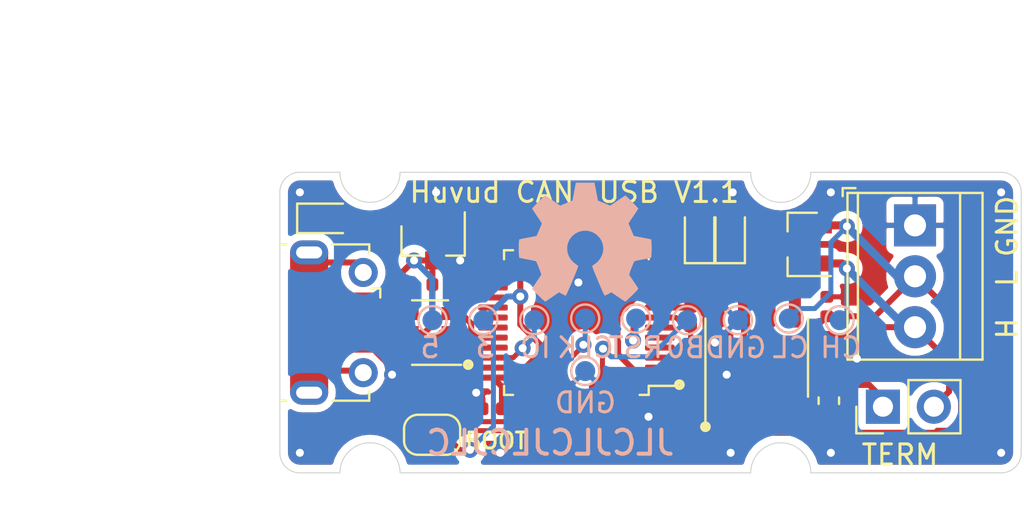
<source format=kicad_pcb>
(kicad_pcb (version 20171130) (host pcbnew "(5.1.5)-3")

  (general
    (thickness 1.6)
    (drawings 45)
    (tracks 312)
    (zones 0)
    (modules 41)
    (nets 24)
  )

  (page A4)
  (layers
    (0 F.Cu signal)
    (31 B.Cu signal)
    (32 B.Adhes user)
    (33 F.Adhes user)
    (34 B.Paste user)
    (35 F.Paste user)
    (36 B.SilkS user)
    (37 F.SilkS user)
    (38 B.Mask user)
    (39 F.Mask user)
    (40 Dwgs.User user)
    (41 Cmts.User user)
    (42 Eco1.User user)
    (43 Eco2.User user)
    (44 Edge.Cuts user)
    (45 Margin user)
    (46 B.CrtYd user)
    (47 F.CrtYd user)
    (48 B.Fab user hide)
    (49 F.Fab user hide)
  )

  (setup
    (last_trace_width 0.25)
    (user_trace_width 0.3)
    (user_trace_width 0.4)
    (trace_clearance 0.2)
    (zone_clearance 0.381)
    (zone_45_only no)
    (trace_min 0.2)
    (via_size 0.8)
    (via_drill 0.4)
    (via_min_size 0.4)
    (via_min_drill 0.3)
    (uvia_size 0.3)
    (uvia_drill 0.1)
    (uvias_allowed no)
    (uvia_min_size 0.2)
    (uvia_min_drill 0.1)
    (edge_width 0.05)
    (segment_width 0.2)
    (pcb_text_width 0.3)
    (pcb_text_size 1.5 1.5)
    (mod_edge_width 0.12)
    (mod_text_size 1 1)
    (mod_text_width 0.15)
    (pad_size 1.524 1.524)
    (pad_drill 0.762)
    (pad_to_mask_clearance 0.027)
    (solder_mask_min_width 0.25)
    (aux_axis_origin 0 0)
    (grid_origin 177 145)
    (visible_elements 7FFFFFFF)
    (pcbplotparams
      (layerselection 0x010fc_ffffffff)
      (usegerberextensions false)
      (usegerberattributes false)
      (usegerberadvancedattributes false)
      (creategerberjobfile false)
      (excludeedgelayer true)
      (linewidth 0.100000)
      (plotframeref false)
      (viasonmask false)
      (mode 1)
      (useauxorigin false)
      (hpglpennumber 1)
      (hpglpenspeed 20)
      (hpglpendiameter 15.000000)
      (psnegative false)
      (psa4output false)
      (plotreference true)
      (plotvalue true)
      (plotinvisibletext false)
      (padsonsilk false)
      (subtractmaskfromsilk false)
      (outputformat 1)
      (mirror false)
      (drillshape 0)
      (scaleselection 1)
      (outputdirectory "assembly"))
  )

  (net 0 "")
  (net 1 +3V3)
  (net 2 GND)
  (net 3 +5V)
  (net 4 NRST)
  (net 5 CANL)
  (net 6 CANH)
  (net 7 SWCLK)
  (net 8 SWDIO)
  (net 9 "Net-(J12-Pad6)")
  (net 10 LED1)
  (net 11 LED0)
  (net 12 "Net-(R6-Pad1)")
  (net 13 BOOT0)
  (net 14 USBDP)
  (net 15 USBDM)
  (net 16 CANTX)
  (net 17 CANRX)
  (net 18 "Net-(J4-Pad1)")
  (net 19 DP)
  (net 20 DM)
  (net 21 "Net-(D1-Pad2)")
  (net 22 "Net-(D5-Pad2)")
  (net 23 "Net-(D8-Pad2)")

  (net_class Default "This is the default net class."
    (clearance 0.2)
    (trace_width 0.25)
    (via_dia 0.8)
    (via_drill 0.4)
    (uvia_dia 0.3)
    (uvia_drill 0.1)
    (add_net +3V3)
    (add_net +5V)
    (add_net BOOT0)
    (add_net CANH)
    (add_net CANL)
    (add_net CANRX)
    (add_net CANTX)
    (add_net DM)
    (add_net DP)
    (add_net GND)
    (add_net LED0)
    (add_net LED1)
    (add_net NRST)
    (add_net "Net-(D1-Pad2)")
    (add_net "Net-(D5-Pad2)")
    (add_net "Net-(D8-Pad2)")
    (add_net "Net-(J12-Pad6)")
    (add_net "Net-(J4-Pad1)")
    (add_net "Net-(R6-Pad1)")
    (add_net SWCLK)
    (add_net SWDIO)
    (add_net USBDM)
    (add_net USBDP)
  )

  (module Jumper:SolderJumper-2_P1.3mm_Open_RoundedPad1.0x1.5mm (layer F.Cu) (tedit 5B391E66) (tstamp 6041151A)
    (at 184.6 143.1)
    (descr "SMD Solder Jumper, 1x1.5mm, rounded Pads, 0.3mm gap, open")
    (tags "solder jumper open")
    (path /6014FB17/6059471D)
    (attr virtual)
    (fp_text reference TP1 (at 0 -1.8) (layer F.SilkS) hide
      (effects (font (size 1 1) (thickness 0.15)))
    )
    (fp_text value TestPoint_2Pole (at 0 1.9) (layer F.Fab)
      (effects (font (size 1 1) (thickness 0.15)))
    )
    (fp_line (start 1.65 1.25) (end -1.65 1.25) (layer F.CrtYd) (width 0.05))
    (fp_line (start 1.65 1.25) (end 1.65 -1.25) (layer F.CrtYd) (width 0.05))
    (fp_line (start -1.65 -1.25) (end -1.65 1.25) (layer F.CrtYd) (width 0.05))
    (fp_line (start -1.65 -1.25) (end 1.65 -1.25) (layer F.CrtYd) (width 0.05))
    (fp_line (start -0.7 -1) (end 0.7 -1) (layer F.SilkS) (width 0.12))
    (fp_line (start 1.4 -0.3) (end 1.4 0.3) (layer F.SilkS) (width 0.12))
    (fp_line (start 0.7 1) (end -0.7 1) (layer F.SilkS) (width 0.12))
    (fp_line (start -1.4 0.3) (end -1.4 -0.3) (layer F.SilkS) (width 0.12))
    (fp_arc (start -0.7 -0.3) (end -0.7 -1) (angle -90) (layer F.SilkS) (width 0.12))
    (fp_arc (start -0.7 0.3) (end -1.4 0.3) (angle -90) (layer F.SilkS) (width 0.12))
    (fp_arc (start 0.7 0.3) (end 0.7 1) (angle -90) (layer F.SilkS) (width 0.12))
    (fp_arc (start 0.7 -0.3) (end 1.4 -0.3) (angle -90) (layer F.SilkS) (width 0.12))
    (pad 2 smd custom (at 0.65 0) (size 1 0.5) (layers F.Cu F.Mask)
      (net 1 +3V3) (zone_connect 2)
      (options (clearance outline) (anchor rect))
      (primitives
        (gr_circle (center 0 0.25) (end 0.5 0.25) (width 0))
        (gr_circle (center 0 -0.25) (end 0.5 -0.25) (width 0))
        (gr_poly (pts
           (xy 0 -0.75) (xy -0.5 -0.75) (xy -0.5 0.75) (xy 0 0.75)) (width 0))
      ))
    (pad 1 smd custom (at -0.65 0) (size 1 0.5) (layers F.Cu F.Mask)
      (net 13 BOOT0) (zone_connect 2)
      (options (clearance outline) (anchor rect))
      (primitives
        (gr_circle (center 0 0.25) (end 0.5 0.25) (width 0))
        (gr_circle (center 0 -0.25) (end 0.5 -0.25) (width 0))
        (gr_poly (pts
           (xy 0 -0.75) (xy 0.5 -0.75) (xy 0.5 0.75) (xy 0 0.75)) (width 0))
      ))
  )

  (module Capacitor_SMD:C_0402_1005Metric (layer F.Cu) (tedit 5B301BBE) (tstamp 601A63CE)
    (at 197.5 141.7 90)
    (descr "Capacitor SMD 0402 (1005 Metric), square (rectangular) end terminal, IPC_7351 nominal, (Body size source: http://www.tortai-tech.com/upload/download/2011102023233369053.pdf), generated with kicad-footprint-generator")
    (tags capacitor)
    (path /6014FB17/5F1FD349)
    (attr smd)
    (fp_text reference C28 (at 2.4 0.1 90) (layer F.SilkS) hide
      (effects (font (size 1 1) (thickness 0.15)))
    )
    (fp_text value 0.1uF (at 0 1.17 90) (layer F.Fab)
      (effects (font (size 1 1) (thickness 0.15)))
    )
    (fp_text user %R (at 0 0 90) (layer F.Fab)
      (effects (font (size 0.25 0.25) (thickness 0.04)))
    )
    (fp_line (start 0.93 0.47) (end -0.93 0.47) (layer F.CrtYd) (width 0.05))
    (fp_line (start 0.93 -0.47) (end 0.93 0.47) (layer F.CrtYd) (width 0.05))
    (fp_line (start -0.93 -0.47) (end 0.93 -0.47) (layer F.CrtYd) (width 0.05))
    (fp_line (start -0.93 0.47) (end -0.93 -0.47) (layer F.CrtYd) (width 0.05))
    (fp_line (start 0.5 0.25) (end -0.5 0.25) (layer F.Fab) (width 0.1))
    (fp_line (start 0.5 -0.25) (end 0.5 0.25) (layer F.Fab) (width 0.1))
    (fp_line (start -0.5 -0.25) (end 0.5 -0.25) (layer F.Fab) (width 0.1))
    (fp_line (start -0.5 0.25) (end -0.5 -0.25) (layer F.Fab) (width 0.1))
    (pad 2 smd roundrect (at 0.485 0 90) (size 0.59 0.64) (layers F.Cu F.Paste F.Mask) (roundrect_rratio 0.25)
      (net 1 +3V3))
    (pad 1 smd roundrect (at -0.485 0 90) (size 0.59 0.64) (layers F.Cu F.Paste F.Mask) (roundrect_rratio 0.25)
      (net 2 GND))
    (model ${KISYS3DMOD}/Capacitor_SMD.3dshapes/C_0402_1005Metric.wrl
      (at (xyz 0 0 0))
      (scale (xyz 1 1 1))
      (rotate (xyz 0 0 0))
    )
  )

  (module Package_TO_SOT_SMD:SOT-23-6 (layer F.Cu) (tedit 5A02FF57) (tstamp 603FCF9F)
    (at 184.5 138 180)
    (descr "6-pin SOT-23 package")
    (tags SOT-23-6)
    (path /6014FB17/605033AC)
    (attr smd)
    (fp_text reference U3 (at 0 -2.9) (layer F.SilkS) hide
      (effects (font (size 1 1) (thickness 0.15)))
    )
    (fp_text value USBLC6-2SC6 (at 0 2.9) (layer F.Fab)
      (effects (font (size 1 1) (thickness 0.15)))
    )
    (fp_line (start 0.9 -1.55) (end 0.9 1.55) (layer F.Fab) (width 0.1))
    (fp_line (start 0.9 1.55) (end -0.9 1.55) (layer F.Fab) (width 0.1))
    (fp_line (start -0.9 -0.9) (end -0.9 1.55) (layer F.Fab) (width 0.1))
    (fp_line (start 0.9 -1.55) (end -0.25 -1.55) (layer F.Fab) (width 0.1))
    (fp_line (start -0.9 -0.9) (end -0.25 -1.55) (layer F.Fab) (width 0.1))
    (fp_line (start -1.9 -1.8) (end -1.9 1.8) (layer F.CrtYd) (width 0.05))
    (fp_line (start -1.9 1.8) (end 1.9 1.8) (layer F.CrtYd) (width 0.05))
    (fp_line (start 1.9 1.8) (end 1.9 -1.8) (layer F.CrtYd) (width 0.05))
    (fp_line (start 1.9 -1.8) (end -1.9 -1.8) (layer F.CrtYd) (width 0.05))
    (fp_line (start 0.9 -1.61) (end -1.55 -1.61) (layer F.SilkS) (width 0.12))
    (fp_line (start -0.9 1.61) (end 0.9 1.61) (layer F.SilkS) (width 0.12))
    (fp_text user %R (at 0 0 90) (layer F.Fab)
      (effects (font (size 0.5 0.5) (thickness 0.075)))
    )
    (pad 5 smd rect (at 1.1 0 180) (size 1.06 0.65) (layers F.Cu F.Paste F.Mask)
      (net 3 +5V))
    (pad 6 smd rect (at 1.1 -0.95 180) (size 1.06 0.65) (layers F.Cu F.Paste F.Mask)
      (net 19 DP))
    (pad 4 smd rect (at 1.1 0.95 180) (size 1.06 0.65) (layers F.Cu F.Paste F.Mask)
      (net 20 DM))
    (pad 3 smd rect (at -1.1 0.95 180) (size 1.06 0.65) (layers F.Cu F.Paste F.Mask)
      (net 15 USBDM))
    (pad 2 smd rect (at -1.1 0 180) (size 1.06 0.65) (layers F.Cu F.Paste F.Mask)
      (net 2 GND))
    (pad 1 smd rect (at -1.1 -0.95 180) (size 1.06 0.65) (layers F.Cu F.Paste F.Mask)
      (net 14 USBDP))
    (model ${KISYS3DMOD}/Package_TO_SOT_SMD.3dshapes/SOT-23-6.wrl
      (at (xyz 0 0 0))
      (scale (xyz 1 1 1))
      (rotate (xyz 0 0 0))
    )
  )

  (module Capacitor_SMD:C_0402_1005Metric (layer F.Cu) (tedit 5B301BBE) (tstamp 601513E8)
    (at 197.5 137.2 270)
    (descr "Capacitor SMD 0402 (1005 Metric), square (rectangular) end terminal, IPC_7351 nominal, (Body size source: http://www.tortai-tech.com/upload/download/2011102023233369053.pdf), generated with kicad-footprint-generator")
    (tags capacitor)
    (path /6014FB17/5F442E34)
    (attr smd)
    (fp_text reference C19 (at 0 -1.17 90) (layer F.SilkS) hide
      (effects (font (size 1 1) (thickness 0.15)))
    )
    (fp_text value 0.1uF (at 0 1.17 90) (layer F.Fab)
      (effects (font (size 1 1) (thickness 0.15)))
    )
    (fp_text user %R (at 0 0 90) (layer F.Fab)
      (effects (font (size 0.25 0.25) (thickness 0.04)))
    )
    (fp_line (start 0.93 0.47) (end -0.93 0.47) (layer F.CrtYd) (width 0.05))
    (fp_line (start 0.93 -0.47) (end 0.93 0.47) (layer F.CrtYd) (width 0.05))
    (fp_line (start -0.93 -0.47) (end 0.93 -0.47) (layer F.CrtYd) (width 0.05))
    (fp_line (start -0.93 0.47) (end -0.93 -0.47) (layer F.CrtYd) (width 0.05))
    (fp_line (start 0.5 0.25) (end -0.5 0.25) (layer F.Fab) (width 0.1))
    (fp_line (start 0.5 -0.25) (end 0.5 0.25) (layer F.Fab) (width 0.1))
    (fp_line (start -0.5 -0.25) (end 0.5 -0.25) (layer F.Fab) (width 0.1))
    (fp_line (start -0.5 0.25) (end -0.5 -0.25) (layer F.Fab) (width 0.1))
    (pad 2 smd roundrect (at 0.485 0 270) (size 0.59 0.64) (layers F.Cu F.Paste F.Mask) (roundrect_rratio 0.25)
      (net 4 NRST))
    (pad 1 smd roundrect (at -0.485 0 270) (size 0.59 0.64) (layers F.Cu F.Paste F.Mask) (roundrect_rratio 0.25)
      (net 2 GND))
    (model ${KISYS3DMOD}/Capacitor_SMD.3dshapes/C_0402_1005Metric.wrl
      (at (xyz 0 0 0))
      (scale (xyz 1 1 1))
      (rotate (xyz 0 0 0))
    )
  )

  (module Package_TO_SOT_SMD:SOT-23 (layer F.Cu) (tedit 5A02FF57) (tstamp 603F56DD)
    (at 203.1 133.6 180)
    (descr "SOT-23, Standard")
    (tags SOT-23)
    (path /6014FB17/604D7CD1)
    (attr smd)
    (fp_text reference D2 (at 0 -2.5) (layer F.SilkS) hide
      (effects (font (size 1 1) (thickness 0.15)))
    )
    (fp_text value SMC24CANB (at 0 2.5) (layer F.Fab)
      (effects (font (size 1 1) (thickness 0.15)))
    )
    (fp_line (start 0.76 1.58) (end -0.7 1.58) (layer F.SilkS) (width 0.12))
    (fp_line (start 0.76 -1.58) (end -1.4 -1.58) (layer F.SilkS) (width 0.12))
    (fp_line (start -1.7 1.75) (end -1.7 -1.75) (layer F.CrtYd) (width 0.05))
    (fp_line (start 1.7 1.75) (end -1.7 1.75) (layer F.CrtYd) (width 0.05))
    (fp_line (start 1.7 -1.75) (end 1.7 1.75) (layer F.CrtYd) (width 0.05))
    (fp_line (start -1.7 -1.75) (end 1.7 -1.75) (layer F.CrtYd) (width 0.05))
    (fp_line (start 0.76 -1.58) (end 0.76 -0.65) (layer F.SilkS) (width 0.12))
    (fp_line (start 0.76 1.58) (end 0.76 0.65) (layer F.SilkS) (width 0.12))
    (fp_line (start -0.7 1.52) (end 0.7 1.52) (layer F.Fab) (width 0.1))
    (fp_line (start 0.7 -1.52) (end 0.7 1.52) (layer F.Fab) (width 0.1))
    (fp_line (start -0.7 -0.95) (end -0.15 -1.52) (layer F.Fab) (width 0.1))
    (fp_line (start -0.15 -1.52) (end 0.7 -1.52) (layer F.Fab) (width 0.1))
    (fp_line (start -0.7 -0.95) (end -0.7 1.5) (layer F.Fab) (width 0.1))
    (fp_text user %R (at 0 0 90) (layer F.Fab)
      (effects (font (size 0.5 0.5) (thickness 0.075)))
    )
    (pad 3 smd rect (at 1 0 180) (size 0.9 0.8) (layers F.Cu F.Paste F.Mask)
      (net 2 GND))
    (pad 2 smd rect (at -1 0.95 180) (size 0.9 0.8) (layers F.Cu F.Paste F.Mask)
      (net 5 CANL))
    (pad 1 smd rect (at -1 -0.95 180) (size 0.9 0.8) (layers F.Cu F.Paste F.Mask)
      (net 6 CANH))
    (model ${KISYS3DMOD}/Package_TO_SOT_SMD.3dshapes/SOT-23.wrl
      (at (xyz 0 0 0))
      (scale (xyz 1 1 1))
      (rotate (xyz 0 0 0))
    )
  )

  (module Resistor_SMD:R_0402_1005Metric (layer F.Cu) (tedit 5B301BBD) (tstamp 601515A6)
    (at 181.9 132.4 180)
    (descr "Resistor SMD 0402 (1005 Metric), square (rectangular) end terminal, IPC_7351 nominal, (Body size source: http://www.tortai-tech.com/upload/download/2011102023233369053.pdf), generated with kicad-footprint-generator")
    (tags resistor)
    (path /6014FB17/5FD9AFED)
    (attr smd)
    (fp_text reference R20 (at 0 -1.17) (layer F.SilkS) hide
      (effects (font (size 1 1) (thickness 0.15)))
    )
    (fp_text value 2.2k (at 0 1.17) (layer F.Fab)
      (effects (font (size 1 1) (thickness 0.15)))
    )
    (fp_text user %R (at 0 0) (layer F.Fab)
      (effects (font (size 0.25 0.25) (thickness 0.04)))
    )
    (fp_line (start 0.93 0.47) (end -0.93 0.47) (layer F.CrtYd) (width 0.05))
    (fp_line (start 0.93 -0.47) (end 0.93 0.47) (layer F.CrtYd) (width 0.05))
    (fp_line (start -0.93 -0.47) (end 0.93 -0.47) (layer F.CrtYd) (width 0.05))
    (fp_line (start -0.93 0.47) (end -0.93 -0.47) (layer F.CrtYd) (width 0.05))
    (fp_line (start 0.5 0.25) (end -0.5 0.25) (layer F.Fab) (width 0.1))
    (fp_line (start 0.5 -0.25) (end 0.5 0.25) (layer F.Fab) (width 0.1))
    (fp_line (start -0.5 -0.25) (end 0.5 -0.25) (layer F.Fab) (width 0.1))
    (fp_line (start -0.5 0.25) (end -0.5 -0.25) (layer F.Fab) (width 0.1))
    (pad 2 smd roundrect (at 0.485 0 180) (size 0.59 0.64) (layers F.Cu F.Paste F.Mask) (roundrect_rratio 0.25)
      (net 23 "Net-(D8-Pad2)"))
    (pad 1 smd roundrect (at -0.485 0 180) (size 0.59 0.64) (layers F.Cu F.Paste F.Mask) (roundrect_rratio 0.25)
      (net 1 +3V3))
    (model ${KISYS3DMOD}/Resistor_SMD.3dshapes/R_0402_1005Metric.wrl
      (at (xyz 0 0 0))
      (scale (xyz 1 1 1))
      (rotate (xyz 0 0 0))
    )
  )

  (module Package_QFP:LQFP-48_7x7mm_P0.5mm (layer F.Cu) (tedit 5D9F72AF) (tstamp 601A1D7B)
    (at 191.8 137.5 180)
    (descr "LQFP, 48 Pin (https://www.analog.com/media/en/technical-documentation/data-sheets/ltc2358-16.pdf), generated with kicad-footprint-generator ipc_gullwing_generator.py")
    (tags "LQFP QFP")
    (path /6014FB17/6022E12A)
    (attr smd)
    (fp_text reference U1 (at 0 -5.85) (layer F.SilkS) hide
      (effects (font (size 1 1) (thickness 0.15)))
    )
    (fp_text value STM32F042C6Tx (at 0 5.85) (layer F.Fab)
      (effects (font (size 1 1) (thickness 0.15)))
    )
    (fp_text user %R (at 0 0) (layer F.Fab)
      (effects (font (size 1 1) (thickness 0.15)))
    )
    (fp_line (start 5.15 3.15) (end 5.15 0) (layer F.CrtYd) (width 0.05))
    (fp_line (start 3.75 3.15) (end 5.15 3.15) (layer F.CrtYd) (width 0.05))
    (fp_line (start 3.75 3.75) (end 3.75 3.15) (layer F.CrtYd) (width 0.05))
    (fp_line (start 3.15 3.75) (end 3.75 3.75) (layer F.CrtYd) (width 0.05))
    (fp_line (start 3.15 5.15) (end 3.15 3.75) (layer F.CrtYd) (width 0.05))
    (fp_line (start 0 5.15) (end 3.15 5.15) (layer F.CrtYd) (width 0.05))
    (fp_line (start -5.15 3.15) (end -5.15 0) (layer F.CrtYd) (width 0.05))
    (fp_line (start -3.75 3.15) (end -5.15 3.15) (layer F.CrtYd) (width 0.05))
    (fp_line (start -3.75 3.75) (end -3.75 3.15) (layer F.CrtYd) (width 0.05))
    (fp_line (start -3.15 3.75) (end -3.75 3.75) (layer F.CrtYd) (width 0.05))
    (fp_line (start -3.15 5.15) (end -3.15 3.75) (layer F.CrtYd) (width 0.05))
    (fp_line (start 0 5.15) (end -3.15 5.15) (layer F.CrtYd) (width 0.05))
    (fp_line (start 5.15 -3.15) (end 5.15 0) (layer F.CrtYd) (width 0.05))
    (fp_line (start 3.75 -3.15) (end 5.15 -3.15) (layer F.CrtYd) (width 0.05))
    (fp_line (start 3.75 -3.75) (end 3.75 -3.15) (layer F.CrtYd) (width 0.05))
    (fp_line (start 3.15 -3.75) (end 3.75 -3.75) (layer F.CrtYd) (width 0.05))
    (fp_line (start 3.15 -5.15) (end 3.15 -3.75) (layer F.CrtYd) (width 0.05))
    (fp_line (start 0 -5.15) (end 3.15 -5.15) (layer F.CrtYd) (width 0.05))
    (fp_line (start -5.15 -3.15) (end -5.15 0) (layer F.CrtYd) (width 0.05))
    (fp_line (start -3.75 -3.15) (end -5.15 -3.15) (layer F.CrtYd) (width 0.05))
    (fp_line (start -3.75 -3.75) (end -3.75 -3.15) (layer F.CrtYd) (width 0.05))
    (fp_line (start -3.15 -3.75) (end -3.75 -3.75) (layer F.CrtYd) (width 0.05))
    (fp_line (start -3.15 -5.15) (end -3.15 -3.75) (layer F.CrtYd) (width 0.05))
    (fp_line (start 0 -5.15) (end -3.15 -5.15) (layer F.CrtYd) (width 0.05))
    (fp_line (start -3.5 -2.5) (end -2.5 -3.5) (layer F.Fab) (width 0.1))
    (fp_line (start -3.5 3.5) (end -3.5 -2.5) (layer F.Fab) (width 0.1))
    (fp_line (start 3.5 3.5) (end -3.5 3.5) (layer F.Fab) (width 0.1))
    (fp_line (start 3.5 -3.5) (end 3.5 3.5) (layer F.Fab) (width 0.1))
    (fp_line (start -2.5 -3.5) (end 3.5 -3.5) (layer F.Fab) (width 0.1))
    (fp_line (start -3.61 -3.16) (end -4.9 -3.16) (layer F.SilkS) (width 0.12))
    (fp_line (start -3.61 -3.61) (end -3.61 -3.16) (layer F.SilkS) (width 0.12))
    (fp_line (start -3.16 -3.61) (end -3.61 -3.61) (layer F.SilkS) (width 0.12))
    (fp_line (start 3.61 -3.61) (end 3.61 -3.16) (layer F.SilkS) (width 0.12))
    (fp_line (start 3.16 -3.61) (end 3.61 -3.61) (layer F.SilkS) (width 0.12))
    (fp_line (start -3.61 3.61) (end -3.61 3.16) (layer F.SilkS) (width 0.12))
    (fp_line (start -3.16 3.61) (end -3.61 3.61) (layer F.SilkS) (width 0.12))
    (fp_line (start 3.61 3.61) (end 3.61 3.16) (layer F.SilkS) (width 0.12))
    (fp_line (start 3.16 3.61) (end 3.61 3.61) (layer F.SilkS) (width 0.12))
    (pad 48 smd roundrect (at -2.75 -4.1625 180) (size 0.3 1.475) (layers F.Cu F.Paste F.Mask) (roundrect_rratio 0.25)
      (net 1 +3V3))
    (pad 47 smd roundrect (at -2.25 -4.1625 180) (size 0.3 1.475) (layers F.Cu F.Paste F.Mask) (roundrect_rratio 0.25)
      (net 2 GND))
    (pad 46 smd roundrect (at -1.75 -4.1625 180) (size 0.3 1.475) (layers F.Cu F.Paste F.Mask) (roundrect_rratio 0.25)
      (net 16 CANTX))
    (pad 45 smd roundrect (at -1.25 -4.1625 180) (size 0.3 1.475) (layers F.Cu F.Paste F.Mask) (roundrect_rratio 0.25)
      (net 17 CANRX))
    (pad 44 smd roundrect (at -0.75 -4.1625 180) (size 0.3 1.475) (layers F.Cu F.Paste F.Mask) (roundrect_rratio 0.25)
      (net 13 BOOT0))
    (pad 43 smd roundrect (at -0.25 -4.1625 180) (size 0.3 1.475) (layers F.Cu F.Paste F.Mask) (roundrect_rratio 0.25))
    (pad 42 smd roundrect (at 0.25 -4.1625 180) (size 0.3 1.475) (layers F.Cu F.Paste F.Mask) (roundrect_rratio 0.25))
    (pad 41 smd roundrect (at 0.75 -4.1625 180) (size 0.3 1.475) (layers F.Cu F.Paste F.Mask) (roundrect_rratio 0.25))
    (pad 40 smd roundrect (at 1.25 -4.1625 180) (size 0.3 1.475) (layers F.Cu F.Paste F.Mask) (roundrect_rratio 0.25))
    (pad 39 smd roundrect (at 1.75 -4.1625 180) (size 0.3 1.475) (layers F.Cu F.Paste F.Mask) (roundrect_rratio 0.25))
    (pad 38 smd roundrect (at 2.25 -4.1625 180) (size 0.3 1.475) (layers F.Cu F.Paste F.Mask) (roundrect_rratio 0.25))
    (pad 37 smd roundrect (at 2.75 -4.1625 180) (size 0.3 1.475) (layers F.Cu F.Paste F.Mask) (roundrect_rratio 0.25)
      (net 7 SWCLK))
    (pad 36 smd roundrect (at 4.1625 -2.75 180) (size 1.475 0.3) (layers F.Cu F.Paste F.Mask) (roundrect_rratio 0.25)
      (net 1 +3V3))
    (pad 35 smd roundrect (at 4.1625 -2.25 180) (size 1.475 0.3) (layers F.Cu F.Paste F.Mask) (roundrect_rratio 0.25)
      (net 2 GND))
    (pad 34 smd roundrect (at 4.1625 -1.75 180) (size 1.475 0.3) (layers F.Cu F.Paste F.Mask) (roundrect_rratio 0.25)
      (net 8 SWDIO))
    (pad 33 smd roundrect (at 4.1625 -1.25 180) (size 1.475 0.3) (layers F.Cu F.Paste F.Mask) (roundrect_rratio 0.25)
      (net 14 USBDP))
    (pad 32 smd roundrect (at 4.1625 -0.75 180) (size 1.475 0.3) (layers F.Cu F.Paste F.Mask) (roundrect_rratio 0.25)
      (net 15 USBDM))
    (pad 31 smd roundrect (at 4.1625 -0.25 180) (size 1.475 0.3) (layers F.Cu F.Paste F.Mask) (roundrect_rratio 0.25))
    (pad 30 smd roundrect (at 4.1625 0.25 180) (size 1.475 0.3) (layers F.Cu F.Paste F.Mask) (roundrect_rratio 0.25))
    (pad 29 smd roundrect (at 4.1625 0.75 180) (size 1.475 0.3) (layers F.Cu F.Paste F.Mask) (roundrect_rratio 0.25))
    (pad 28 smd roundrect (at 4.1625 1.25 180) (size 1.475 0.3) (layers F.Cu F.Paste F.Mask) (roundrect_rratio 0.25))
    (pad 27 smd roundrect (at 4.1625 1.75 180) (size 1.475 0.3) (layers F.Cu F.Paste F.Mask) (roundrect_rratio 0.25))
    (pad 26 smd roundrect (at 4.1625 2.25 180) (size 1.475 0.3) (layers F.Cu F.Paste F.Mask) (roundrect_rratio 0.25))
    (pad 25 smd roundrect (at 4.1625 2.75 180) (size 1.475 0.3) (layers F.Cu F.Paste F.Mask) (roundrect_rratio 0.25))
    (pad 24 smd roundrect (at 2.75 4.1625 180) (size 0.3 1.475) (layers F.Cu F.Paste F.Mask) (roundrect_rratio 0.25)
      (net 1 +3V3))
    (pad 23 smd roundrect (at 2.25 4.1625 180) (size 0.3 1.475) (layers F.Cu F.Paste F.Mask) (roundrect_rratio 0.25)
      (net 2 GND))
    (pad 22 smd roundrect (at 1.75 4.1625 180) (size 0.3 1.475) (layers F.Cu F.Paste F.Mask) (roundrect_rratio 0.25))
    (pad 21 smd roundrect (at 1.25 4.1625 180) (size 0.3 1.475) (layers F.Cu F.Paste F.Mask) (roundrect_rratio 0.25))
    (pad 20 smd roundrect (at 0.75 4.1625 180) (size 0.3 1.475) (layers F.Cu F.Paste F.Mask) (roundrect_rratio 0.25))
    (pad 19 smd roundrect (at 0.25 4.1625 180) (size 0.3 1.475) (layers F.Cu F.Paste F.Mask) (roundrect_rratio 0.25))
    (pad 18 smd roundrect (at -0.25 4.1625 180) (size 0.3 1.475) (layers F.Cu F.Paste F.Mask) (roundrect_rratio 0.25))
    (pad 17 smd roundrect (at -0.75 4.1625 180) (size 0.3 1.475) (layers F.Cu F.Paste F.Mask) (roundrect_rratio 0.25))
    (pad 16 smd roundrect (at -1.25 4.1625 180) (size 0.3 1.475) (layers F.Cu F.Paste F.Mask) (roundrect_rratio 0.25))
    (pad 15 smd roundrect (at -1.75 4.1625 180) (size 0.3 1.475) (layers F.Cu F.Paste F.Mask) (roundrect_rratio 0.25))
    (pad 14 smd roundrect (at -2.25 4.1625 180) (size 0.3 1.475) (layers F.Cu F.Paste F.Mask) (roundrect_rratio 0.25))
    (pad 13 smd roundrect (at -2.75 4.1625 180) (size 0.3 1.475) (layers F.Cu F.Paste F.Mask) (roundrect_rratio 0.25))
    (pad 12 smd roundrect (at -4.1625 2.75 180) (size 1.475 0.3) (layers F.Cu F.Paste F.Mask) (roundrect_rratio 0.25))
    (pad 11 smd roundrect (at -4.1625 2.25 180) (size 1.475 0.3) (layers F.Cu F.Paste F.Mask) (roundrect_rratio 0.25)
      (net 10 LED1))
    (pad 10 smd roundrect (at -4.1625 1.75 180) (size 1.475 0.3) (layers F.Cu F.Paste F.Mask) (roundrect_rratio 0.25)
      (net 11 LED0))
    (pad 9 smd roundrect (at -4.1625 1.25 180) (size 1.475 0.3) (layers F.Cu F.Paste F.Mask) (roundrect_rratio 0.25)
      (net 1 +3V3))
    (pad 8 smd roundrect (at -4.1625 0.75 180) (size 1.475 0.3) (layers F.Cu F.Paste F.Mask) (roundrect_rratio 0.25)
      (net 2 GND))
    (pad 7 smd roundrect (at -4.1625 0.25 180) (size 1.475 0.3) (layers F.Cu F.Paste F.Mask) (roundrect_rratio 0.25)
      (net 4 NRST))
    (pad 6 smd roundrect (at -4.1625 -0.25 180) (size 1.475 0.3) (layers F.Cu F.Paste F.Mask) (roundrect_rratio 0.25))
    (pad 5 smd roundrect (at -4.1625 -0.75 180) (size 1.475 0.3) (layers F.Cu F.Paste F.Mask) (roundrect_rratio 0.25))
    (pad 4 smd roundrect (at -4.1625 -1.25 180) (size 1.475 0.3) (layers F.Cu F.Paste F.Mask) (roundrect_rratio 0.25))
    (pad 3 smd roundrect (at -4.1625 -1.75 180) (size 1.475 0.3) (layers F.Cu F.Paste F.Mask) (roundrect_rratio 0.25))
    (pad 2 smd roundrect (at -4.1625 -2.25 180) (size 1.475 0.3) (layers F.Cu F.Paste F.Mask) (roundrect_rratio 0.25))
    (pad 1 smd roundrect (at -4.1625 -2.75 180) (size 1.475 0.3) (layers F.Cu F.Paste F.Mask) (roundrect_rratio 0.25)
      (net 1 +3V3))
    (model ${KISYS3DMOD}/Package_QFP.3dshapes/LQFP-48_7x7mm_P0.5mm.wrl
      (at (xyz 0 0 0))
      (scale (xyz 1 1 1))
      (rotate (xyz 0 0 0))
    )
  )

  (module TerminalBlock_TE-Connectivity:TerminalBlock_TE_282834-3_1x03_P2.54mm_Horizontal (layer F.Cu) (tedit 5B1EC513) (tstamp 603EC60B)
    (at 208.7 132.65 270)
    (descr "Terminal Block TE 282834-3, 3 pins, pitch 2.54mm, size 8.08x6.5mm^2, drill diamater 1.1mm, pad diameter 2.1mm, see http://www.te.com/commerce/DocumentDelivery/DDEController?Action=showdoc&DocId=Customer+Drawing%7F282834%7FC1%7Fpdf%7FEnglish%7FENG_CD_282834_C1.pdf, script-generated using https://github.com/pointhi/kicad-footprint-generator/scripts/TerminalBlock_TE-Connectivity")
    (tags "THT Terminal Block TE 282834-3 pitch 2.54mm size 8.08x6.5mm^2 drill 1.1mm pad 2.1mm")
    (path /6014FB17/603592CB)
    (fp_text reference J1 (at 2.54 -4.37 90) (layer F.SilkS) hide
      (effects (font (size 1 1) (thickness 0.15)))
    )
    (fp_text value Conn_01x03 (at 2.54 4.37 90) (layer F.Fab)
      (effects (font (size 1 1) (thickness 0.15)))
    )
    (fp_text user %R (at 2.54 2 90) (layer F.Fab)
      (effects (font (size 1 1) (thickness 0.15)))
    )
    (fp_line (start 7.08 -3.75) (end -2 -3.75) (layer F.CrtYd) (width 0.05))
    (fp_line (start 7.08 3.75) (end 7.08 -3.75) (layer F.CrtYd) (width 0.05))
    (fp_line (start -2 3.75) (end 7.08 3.75) (layer F.CrtYd) (width 0.05))
    (fp_line (start -2 -3.75) (end -2 3.75) (layer F.CrtYd) (width 0.05))
    (fp_line (start -1.86 3.61) (end -1.46 3.61) (layer F.SilkS) (width 0.12))
    (fp_line (start -1.86 2.97) (end -1.86 3.61) (layer F.SilkS) (width 0.12))
    (fp_line (start 5.781 -0.835) (end 4.246 0.7) (layer F.Fab) (width 0.1))
    (fp_line (start 5.915 -0.7) (end 4.38 0.835) (layer F.Fab) (width 0.1))
    (fp_line (start 3.241 -0.835) (end 1.706 0.7) (layer F.Fab) (width 0.1))
    (fp_line (start 3.375 -0.7) (end 1.84 0.835) (layer F.Fab) (width 0.1))
    (fp_line (start 0.701 -0.835) (end -0.835 0.7) (layer F.Fab) (width 0.1))
    (fp_line (start 0.835 -0.7) (end -0.701 0.835) (layer F.Fab) (width 0.1))
    (fp_line (start 6.7 -3.37) (end 6.7 3.37) (layer F.SilkS) (width 0.12))
    (fp_line (start -1.62 -3.37) (end -1.62 3.37) (layer F.SilkS) (width 0.12))
    (fp_line (start -1.62 3.37) (end 6.7 3.37) (layer F.SilkS) (width 0.12))
    (fp_line (start -1.62 -3.37) (end 6.7 -3.37) (layer F.SilkS) (width 0.12))
    (fp_line (start -1.62 -2.25) (end 6.7 -2.25) (layer F.SilkS) (width 0.12))
    (fp_line (start -1.5 -2.25) (end 6.58 -2.25) (layer F.Fab) (width 0.1))
    (fp_line (start -1.62 2.85) (end 6.7 2.85) (layer F.SilkS) (width 0.12))
    (fp_line (start -1.5 2.85) (end 6.58 2.85) (layer F.Fab) (width 0.1))
    (fp_line (start -1.5 2.85) (end -1.5 -3.25) (layer F.Fab) (width 0.1))
    (fp_line (start -1.1 3.25) (end -1.5 2.85) (layer F.Fab) (width 0.1))
    (fp_line (start 6.58 3.25) (end -1.1 3.25) (layer F.Fab) (width 0.1))
    (fp_line (start 6.58 -3.25) (end 6.58 3.25) (layer F.Fab) (width 0.1))
    (fp_line (start -1.5 -3.25) (end 6.58 -3.25) (layer F.Fab) (width 0.1))
    (fp_circle (center 5.08 0) (end 6.18 0) (layer F.Fab) (width 0.1))
    (fp_circle (center 2.54 0) (end 3.64 0) (layer F.Fab) (width 0.1))
    (fp_circle (center 0 0) (end 1.1 0) (layer F.Fab) (width 0.1))
    (pad 3 thru_hole circle (at 5.08 0 270) (size 2.1 2.1) (drill 1.1) (layers *.Cu *.Mask)
      (net 6 CANH))
    (pad 2 thru_hole circle (at 2.54 0 270) (size 2.1 2.1) (drill 1.1) (layers *.Cu *.Mask)
      (net 5 CANL))
    (pad 1 thru_hole rect (at 0 0 270) (size 2.1 2.1) (drill 1.1) (layers *.Cu *.Mask)
      (net 2 GND))
    (model ${KISYS3DMOD}/TerminalBlock_TE-Connectivity.3dshapes/TerminalBlock_TE_282834-3_1x03_P2.54mm_Horizontal.wrl
      (at (xyz 0 0 0))
      (scale (xyz 1 1 1))
      (rotate (xyz 0 0 0))
    )
  )

  (module Resistor_SMD:R_0603_1608Metric (layer F.Cu) (tedit 5B301BBD) (tstamp 601B1705)
    (at 204.4 141.4 270)
    (descr "Resistor SMD 0603 (1608 Metric), square (rectangular) end terminal, IPC_7351 nominal, (Body size source: http://www.tortai-tech.com/upload/download/2011102023233369053.pdf), generated with kicad-footprint-generator")
    (tags resistor)
    (path /6014FB17/6024AE7F)
    (attr smd)
    (fp_text reference R4 (at 0 -1.43 90) (layer F.SilkS) hide
      (effects (font (size 1 1) (thickness 0.15)))
    )
    (fp_text value 120 (at 0 1.43 90) (layer F.Fab)
      (effects (font (size 1 1) (thickness 0.15)))
    )
    (fp_text user %R (at 0 0 90) (layer F.Fab)
      (effects (font (size 0.4 0.4) (thickness 0.06)))
    )
    (fp_line (start 1.48 0.73) (end -1.48 0.73) (layer F.CrtYd) (width 0.05))
    (fp_line (start 1.48 -0.73) (end 1.48 0.73) (layer F.CrtYd) (width 0.05))
    (fp_line (start -1.48 -0.73) (end 1.48 -0.73) (layer F.CrtYd) (width 0.05))
    (fp_line (start -1.48 0.73) (end -1.48 -0.73) (layer F.CrtYd) (width 0.05))
    (fp_line (start -0.162779 0.51) (end 0.162779 0.51) (layer F.SilkS) (width 0.12))
    (fp_line (start -0.162779 -0.51) (end 0.162779 -0.51) (layer F.SilkS) (width 0.12))
    (fp_line (start 0.8 0.4) (end -0.8 0.4) (layer F.Fab) (width 0.1))
    (fp_line (start 0.8 -0.4) (end 0.8 0.4) (layer F.Fab) (width 0.1))
    (fp_line (start -0.8 -0.4) (end 0.8 -0.4) (layer F.Fab) (width 0.1))
    (fp_line (start -0.8 0.4) (end -0.8 -0.4) (layer F.Fab) (width 0.1))
    (pad 2 smd roundrect (at 0.7875 0 270) (size 0.875 0.95) (layers F.Cu F.Paste F.Mask) (roundrect_rratio 0.25)
      (net 5 CANL))
    (pad 1 smd roundrect (at -0.7875 0 270) (size 0.875 0.95) (layers F.Cu F.Paste F.Mask) (roundrect_rratio 0.25)
      (net 18 "Net-(J4-Pad1)"))
    (model ${KISYS3DMOD}/Resistor_SMD.3dshapes/R_0603_1608Metric.wrl
      (at (xyz 0 0 0))
      (scale (xyz 1 1 1))
      (rotate (xyz 0 0 0))
    )
  )

  (module Connector_PinHeader_2.54mm:PinHeader_1x02_P2.54mm_Vertical (layer F.Cu) (tedit 59FED5CC) (tstamp 601C3132)
    (at 207.1 141.7 90)
    (descr "Through hole straight pin header, 1x02, 2.54mm pitch, single row")
    (tags "Through hole pin header THT 1x02 2.54mm single row")
    (path /6014FB17/6024BFAC)
    (fp_text reference J4 (at 0 -2.33 90) (layer F.SilkS) hide
      (effects (font (size 1 1) (thickness 0.15)))
    )
    (fp_text value Conn_01x02 (at 0 4.87 90) (layer F.Fab)
      (effects (font (size 1 1) (thickness 0.15)))
    )
    (fp_text user %R (at 0 1.27) (layer F.Fab)
      (effects (font (size 1 1) (thickness 0.15)))
    )
    (fp_line (start 1.8 -1.8) (end -1.8 -1.8) (layer F.CrtYd) (width 0.05))
    (fp_line (start 1.8 4.35) (end 1.8 -1.8) (layer F.CrtYd) (width 0.05))
    (fp_line (start -1.8 4.35) (end 1.8 4.35) (layer F.CrtYd) (width 0.05))
    (fp_line (start -1.8 -1.8) (end -1.8 4.35) (layer F.CrtYd) (width 0.05))
    (fp_line (start -1.33 -1.33) (end 0 -1.33) (layer F.SilkS) (width 0.12))
    (fp_line (start -1.33 0) (end -1.33 -1.33) (layer F.SilkS) (width 0.12))
    (fp_line (start -1.33 1.27) (end 1.33 1.27) (layer F.SilkS) (width 0.12))
    (fp_line (start 1.33 1.27) (end 1.33 3.87) (layer F.SilkS) (width 0.12))
    (fp_line (start -1.33 1.27) (end -1.33 3.87) (layer F.SilkS) (width 0.12))
    (fp_line (start -1.33 3.87) (end 1.33 3.87) (layer F.SilkS) (width 0.12))
    (fp_line (start -1.27 -0.635) (end -0.635 -1.27) (layer F.Fab) (width 0.1))
    (fp_line (start -1.27 3.81) (end -1.27 -0.635) (layer F.Fab) (width 0.1))
    (fp_line (start 1.27 3.81) (end -1.27 3.81) (layer F.Fab) (width 0.1))
    (fp_line (start 1.27 -1.27) (end 1.27 3.81) (layer F.Fab) (width 0.1))
    (fp_line (start -0.635 -1.27) (end 1.27 -1.27) (layer F.Fab) (width 0.1))
    (pad 2 thru_hole oval (at 0 2.54 90) (size 1.7 1.7) (drill 1) (layers *.Cu *.Mask)
      (net 6 CANH))
    (pad 1 thru_hole rect (at 0 0 90) (size 1.7 1.7) (drill 1) (layers *.Cu *.Mask)
      (net 18 "Net-(J4-Pad1)"))
    (model ${KISYS3DMOD}/Connector_PinHeader_2.54mm.3dshapes/PinHeader_1x02_P2.54mm_Vertical.wrl
      (at (xyz 0 0 0))
      (scale (xyz 1 1 1))
      (rotate (xyz 0 0 0))
    )
  )

  (module Capacitor_SMD:C_0402_1005Metric (layer F.Cu) (tedit 5B301BBE) (tstamp 601513D9)
    (at 196.5 141.7 270)
    (descr "Capacitor SMD 0402 (1005 Metric), square (rectangular) end terminal, IPC_7351 nominal, (Body size source: http://www.tortai-tech.com/upload/download/2011102023233369053.pdf), generated with kicad-footprint-generator")
    (tags capacitor)
    (path /6014FB17/5EFE9B17)
    (attr smd)
    (fp_text reference C18 (at 0 -1.17 90) (layer F.SilkS) hide
      (effects (font (size 1 1) (thickness 0.15)))
    )
    (fp_text value 0.1uF (at 0 1.17 90) (layer F.Fab)
      (effects (font (size 1 1) (thickness 0.15)))
    )
    (fp_text user %R (at 0 0 90) (layer F.Fab)
      (effects (font (size 0.25 0.25) (thickness 0.04)))
    )
    (fp_line (start 0.93 0.47) (end -0.93 0.47) (layer F.CrtYd) (width 0.05))
    (fp_line (start 0.93 -0.47) (end 0.93 0.47) (layer F.CrtYd) (width 0.05))
    (fp_line (start -0.93 -0.47) (end 0.93 -0.47) (layer F.CrtYd) (width 0.05))
    (fp_line (start -0.93 0.47) (end -0.93 -0.47) (layer F.CrtYd) (width 0.05))
    (fp_line (start 0.5 0.25) (end -0.5 0.25) (layer F.Fab) (width 0.1))
    (fp_line (start 0.5 -0.25) (end 0.5 0.25) (layer F.Fab) (width 0.1))
    (fp_line (start -0.5 -0.25) (end 0.5 -0.25) (layer F.Fab) (width 0.1))
    (fp_line (start -0.5 0.25) (end -0.5 -0.25) (layer F.Fab) (width 0.1))
    (pad 2 smd roundrect (at 0.485 0 270) (size 0.59 0.64) (layers F.Cu F.Paste F.Mask) (roundrect_rratio 0.25)
      (net 2 GND))
    (pad 1 smd roundrect (at -0.485 0 270) (size 0.59 0.64) (layers F.Cu F.Paste F.Mask) (roundrect_rratio 0.25)
      (net 1 +3V3))
    (model ${KISYS3DMOD}/Capacitor_SMD.3dshapes/C_0402_1005Metric.wrl
      (at (xyz 0 0 0))
      (scale (xyz 1 1 1))
      (rotate (xyz 0 0 0))
    )
  )

  (module TestPoint:TestPoint_Pad_D1.0mm (layer B.Cu) (tedit 5A0F774F) (tstamp 601A126B)
    (at 199.86 137.38 90)
    (descr "SMD pad as test Point, diameter 1.0mm")
    (tags "test point SMD pad")
    (path /6014FB17/602EB01E)
    (attr virtual)
    (fp_text reference GND3 (at 0 1.448 90) (layer B.SilkS) hide
      (effects (font (size 1 1) (thickness 0.15)) (justify mirror))
    )
    (fp_text value TestPoint (at 0 -1.55 90) (layer B.Fab)
      (effects (font (size 1 1) (thickness 0.15)) (justify mirror))
    )
    (fp_circle (center 0 0) (end 0 -0.7) (layer B.SilkS) (width 0.12))
    (fp_circle (center 0 0) (end 1 0) (layer B.CrtYd) (width 0.05))
    (fp_text user %R (at 0 1.45 90) (layer B.Fab)
      (effects (font (size 1 1) (thickness 0.15)) (justify mirror))
    )
    (pad 1 smd circle (at 0 0 90) (size 1 1) (layers B.Cu B.Mask)
      (net 2 GND))
  )

  (module LED_SMD:LED_0603_1608Metric (layer F.Cu) (tedit 5B301BBE) (tstamp 601C470C)
    (at 197.95 133.05 90)
    (descr "LED SMD 0603 (1608 Metric), square (rectangular) end terminal, IPC_7351 nominal, (Body size source: http://www.tortai-tech.com/upload/download/2011102023233369053.pdf), generated with kicad-footprint-generator")
    (tags diode)
    (path /6014FB17/601ABAB2)
    (attr smd)
    (fp_text reference D5 (at -0.995 -2.225) (layer F.SilkS) hide
      (effects (font (size 1 1) (thickness 0.15)))
    )
    (fp_text value LEDGR (at 0 1.43 90) (layer F.Fab)
      (effects (font (size 1 1) (thickness 0.15)))
    )
    (fp_text user %R (at 0 0 90) (layer F.Fab)
      (effects (font (size 0.4 0.4) (thickness 0.06)))
    )
    (fp_line (start 1.48 0.73) (end -1.48 0.73) (layer F.CrtYd) (width 0.05))
    (fp_line (start 1.48 -0.73) (end 1.48 0.73) (layer F.CrtYd) (width 0.05))
    (fp_line (start -1.48 -0.73) (end 1.48 -0.73) (layer F.CrtYd) (width 0.05))
    (fp_line (start -1.48 0.73) (end -1.48 -0.73) (layer F.CrtYd) (width 0.05))
    (fp_line (start -1.485 0.735) (end 0.8 0.735) (layer F.SilkS) (width 0.12))
    (fp_line (start -1.485 -0.735) (end -1.485 0.735) (layer F.SilkS) (width 0.12))
    (fp_line (start 0.8 -0.735) (end -1.485 -0.735) (layer F.SilkS) (width 0.12))
    (fp_line (start 0.8 0.4) (end 0.8 -0.4) (layer F.Fab) (width 0.1))
    (fp_line (start -0.8 0.4) (end 0.8 0.4) (layer F.Fab) (width 0.1))
    (fp_line (start -0.8 -0.1) (end -0.8 0.4) (layer F.Fab) (width 0.1))
    (fp_line (start -0.5 -0.4) (end -0.8 -0.1) (layer F.Fab) (width 0.1))
    (fp_line (start 0.8 -0.4) (end -0.5 -0.4) (layer F.Fab) (width 0.1))
    (pad 2 smd roundrect (at 0.7875 0 90) (size 0.875 0.95) (layers F.Cu F.Paste F.Mask) (roundrect_rratio 0.25)
      (net 22 "Net-(D5-Pad2)"))
    (pad 1 smd roundrect (at -0.7875 0 90) (size 0.875 0.95) (layers F.Cu F.Paste F.Mask) (roundrect_rratio 0.25)
      (net 2 GND))
    (model ${KISYS3DMOD}/LED_SMD.3dshapes/LED_0603_1608Metric.wrl
      (at (xyz 0 0 0))
      (scale (xyz 1 1 1))
      (rotate (xyz 0 0 0))
    )
  )

  (module LED_SMD:LED_0603_1608Metric (layer F.Cu) (tedit 5B301BBE) (tstamp 601C46D6)
    (at 199.475 133.05 90)
    (descr "LED SMD 0603 (1608 Metric), square (rectangular) end terminal, IPC_7351 nominal, (Body size source: http://www.tortai-tech.com/upload/download/2011102023233369053.pdf), generated with kicad-footprint-generator")
    (tags diode)
    (path /6014FB17/60466EFD)
    (attr smd)
    (fp_text reference D1 (at 0 -1.43 90) (layer F.SilkS) hide
      (effects (font (size 1 1) (thickness 0.15)))
    )
    (fp_text value LEDGR (at 0 1.43 90) (layer F.Fab)
      (effects (font (size 1 1) (thickness 0.15)))
    )
    (fp_text user %R (at 0 0 90) (layer F.Fab)
      (effects (font (size 0.4 0.4) (thickness 0.06)))
    )
    (fp_line (start 1.48 0.73) (end -1.48 0.73) (layer F.CrtYd) (width 0.05))
    (fp_line (start 1.48 -0.73) (end 1.48 0.73) (layer F.CrtYd) (width 0.05))
    (fp_line (start -1.48 -0.73) (end 1.48 -0.73) (layer F.CrtYd) (width 0.05))
    (fp_line (start -1.48 0.73) (end -1.48 -0.73) (layer F.CrtYd) (width 0.05))
    (fp_line (start -1.485 0.735) (end 0.8 0.735) (layer F.SilkS) (width 0.12))
    (fp_line (start -1.485 -0.735) (end -1.485 0.735) (layer F.SilkS) (width 0.12))
    (fp_line (start 0.8 -0.735) (end -1.485 -0.735) (layer F.SilkS) (width 0.12))
    (fp_line (start 0.8 0.4) (end 0.8 -0.4) (layer F.Fab) (width 0.1))
    (fp_line (start -0.8 0.4) (end 0.8 0.4) (layer F.Fab) (width 0.1))
    (fp_line (start -0.8 -0.1) (end -0.8 0.4) (layer F.Fab) (width 0.1))
    (fp_line (start -0.5 -0.4) (end -0.8 -0.1) (layer F.Fab) (width 0.1))
    (fp_line (start 0.8 -0.4) (end -0.5 -0.4) (layer F.Fab) (width 0.1))
    (pad 2 smd roundrect (at 0.7875 0 90) (size 0.875 0.95) (layers F.Cu F.Paste F.Mask) (roundrect_rratio 0.25)
      (net 21 "Net-(D1-Pad2)"))
    (pad 1 smd roundrect (at -0.7875 0 90) (size 0.875 0.95) (layers F.Cu F.Paste F.Mask) (roundrect_rratio 0.25)
      (net 2 GND))
    (model ${KISYS3DMOD}/LED_SMD.3dshapes/LED_0603_1608Metric.wrl
      (at (xyz 0 0 0))
      (scale (xyz 1 1 1))
      (rotate (xyz 0 0 0))
    )
  )

  (module Capacitor_SMD:C_0402_1005Metric (layer F.Cu) (tedit 5B301BBE) (tstamp 601513CA)
    (at 188.05 132.75 90)
    (descr "Capacitor SMD 0402 (1005 Metric), square (rectangular) end terminal, IPC_7351 nominal, (Body size source: http://www.tortai-tech.com/upload/download/2011102023233369053.pdf), generated with kicad-footprint-generator")
    (tags capacitor)
    (path /6014FB17/5EFE97A1)
    (attr smd)
    (fp_text reference C17 (at 0 -1.17 90) (layer F.SilkS) hide
      (effects (font (size 1 1) (thickness 0.15)))
    )
    (fp_text value 0.1uF (at 0 1.17 90) (layer F.Fab)
      (effects (font (size 1 1) (thickness 0.15)))
    )
    (fp_text user %R (at 0 0 90) (layer F.Fab)
      (effects (font (size 0.25 0.25) (thickness 0.04)))
    )
    (fp_line (start 0.93 0.47) (end -0.93 0.47) (layer F.CrtYd) (width 0.05))
    (fp_line (start 0.93 -0.47) (end 0.93 0.47) (layer F.CrtYd) (width 0.05))
    (fp_line (start -0.93 -0.47) (end 0.93 -0.47) (layer F.CrtYd) (width 0.05))
    (fp_line (start -0.93 0.47) (end -0.93 -0.47) (layer F.CrtYd) (width 0.05))
    (fp_line (start 0.5 0.25) (end -0.5 0.25) (layer F.Fab) (width 0.1))
    (fp_line (start 0.5 -0.25) (end 0.5 0.25) (layer F.Fab) (width 0.1))
    (fp_line (start -0.5 -0.25) (end 0.5 -0.25) (layer F.Fab) (width 0.1))
    (fp_line (start -0.5 0.25) (end -0.5 -0.25) (layer F.Fab) (width 0.1))
    (pad 2 smd roundrect (at 0.485 0 90) (size 0.59 0.64) (layers F.Cu F.Paste F.Mask) (roundrect_rratio 0.25)
      (net 2 GND))
    (pad 1 smd roundrect (at -0.485 0 90) (size 0.59 0.64) (layers F.Cu F.Paste F.Mask) (roundrect_rratio 0.25)
      (net 1 +3V3))
    (model ${KISYS3DMOD}/Capacitor_SMD.3dshapes/C_0402_1005Metric.wrl
      (at (xyz 0 0 0))
      (scale (xyz 1 1 1))
      (rotate (xyz 0 0 0))
    )
  )

  (module Package_TO_SOT_SMD:SOT-23 (layer F.Cu) (tedit 5A02FF57) (tstamp 60151680)
    (at 184.65 133.4 270)
    (descr "SOT-23, Standard")
    (tags SOT-23)
    (path /6014FB17/604AA986)
    (attr smd)
    (fp_text reference U2 (at 0 -2.5 90) (layer F.SilkS) hide
      (effects (font (size 1 1) (thickness 0.15)))
    )
    (fp_text value XC6206P332MR (at 0 2.5 90) (layer F.Fab)
      (effects (font (size 1 1) (thickness 0.15)))
    )
    (fp_line (start 0.76 1.58) (end -0.7 1.58) (layer F.SilkS) (width 0.12))
    (fp_line (start 0.76 -1.58) (end -1.4 -1.58) (layer F.SilkS) (width 0.12))
    (fp_line (start -1.7 1.75) (end -1.7 -1.75) (layer F.CrtYd) (width 0.05))
    (fp_line (start 1.7 1.75) (end -1.7 1.75) (layer F.CrtYd) (width 0.05))
    (fp_line (start 1.7 -1.75) (end 1.7 1.75) (layer F.CrtYd) (width 0.05))
    (fp_line (start -1.7 -1.75) (end 1.7 -1.75) (layer F.CrtYd) (width 0.05))
    (fp_line (start 0.76 -1.58) (end 0.76 -0.65) (layer F.SilkS) (width 0.12))
    (fp_line (start 0.76 1.58) (end 0.76 0.65) (layer F.SilkS) (width 0.12))
    (fp_line (start -0.7 1.52) (end 0.7 1.52) (layer F.Fab) (width 0.1))
    (fp_line (start 0.7 -1.52) (end 0.7 1.52) (layer F.Fab) (width 0.1))
    (fp_line (start -0.7 -0.95) (end -0.15 -1.52) (layer F.Fab) (width 0.1))
    (fp_line (start -0.15 -1.52) (end 0.7 -1.52) (layer F.Fab) (width 0.1))
    (fp_line (start -0.7 -0.95) (end -0.7 1.5) (layer F.Fab) (width 0.1))
    (fp_text user %R (at 0 0) (layer F.Fab)
      (effects (font (size 0.5 0.5) (thickness 0.075)))
    )
    (pad 3 smd rect (at 1 0 270) (size 0.9 0.8) (layers F.Cu F.Paste F.Mask)
      (net 3 +5V))
    (pad 2 smd rect (at -1 0.95 270) (size 0.9 0.8) (layers F.Cu F.Paste F.Mask)
      (net 1 +3V3))
    (pad 1 smd rect (at -1 -0.95 270) (size 0.9 0.8) (layers F.Cu F.Paste F.Mask)
      (net 2 GND))
    (model ${KISYS3DMOD}/Package_TO_SOT_SMD.3dshapes/SOT-23.wrl
      (at (xyz 0 0 0))
      (scale (xyz 1 1 1))
      (rotate (xyz 0 0 0))
    )
  )

  (module TestPoint:TestPoint_Pad_D1.0mm (layer B.Cu) (tedit 5A0F774F) (tstamp 60156195)
    (at 184.62 137.38)
    (descr "SMD pad as test Point, diameter 1.0mm")
    (tags "test point SMD pad")
    (path /6014FB17/6059ED8D)
    (attr virtual)
    (fp_text reference V5 (at 2.54 0 -270) (layer B.SilkS) hide
      (effects (font (size 1 1) (thickness 0.15)) (justify mirror))
    )
    (fp_text value TestPoint (at 0 -1.55 180) (layer B.Fab)
      (effects (font (size 1 1) (thickness 0.15)) (justify mirror))
    )
    (fp_circle (center 0 0) (end 0 -0.7) (layer B.SilkS) (width 0.12))
    (fp_circle (center 0 0) (end 1 0) (layer B.CrtYd) (width 0.05))
    (fp_text user %R (at 0 1.45 180) (layer B.Fab)
      (effects (font (size 1 1) (thickness 0.15)) (justify mirror))
    )
    (pad 1 smd circle (at 0 0) (size 1 1) (layers B.Cu B.Mask)
      (net 3 +5V))
  )

  (module TestPoint:TestPoint_Pad_D1.0mm (layer B.Cu) (tedit 5A0F774F) (tstamp 6015606F)
    (at 189.7 137.38 270)
    (descr "SMD pad as test Point, diameter 1.0mm")
    (tags "test point SMD pad")
    (path /6014FB17/6057E71B)
    (attr virtual)
    (fp_text reference SWIO1 (at 0 -2.54 270) (layer B.SilkS) hide
      (effects (font (size 1 1) (thickness 0.15)) (justify mirror))
    )
    (fp_text value TestPoint (at 0 -1.55 270) (layer B.Fab)
      (effects (font (size 1 1) (thickness 0.15)) (justify mirror))
    )
    (fp_circle (center 0 0) (end 0 -0.7) (layer B.SilkS) (width 0.12))
    (fp_circle (center 0 0) (end 1 0) (layer B.CrtYd) (width 0.05))
    (fp_text user %R (at 0 1.45 270) (layer B.Fab)
      (effects (font (size 1 1) (thickness 0.15)) (justify mirror))
    )
    (pad 1 smd circle (at 0 0 270) (size 1 1) (layers B.Cu B.Mask)
      (net 8 SWDIO))
  )

  (module TestPoint:TestPoint_Pad_D1.0mm (layer B.Cu) (tedit 5A0F774F) (tstamp 60156067)
    (at 192.24 137.3 270)
    (descr "SMD pad as test Point, diameter 1.0mm")
    (tags "test point SMD pad")
    (path /6014FB17/605D4055)
    (attr virtual)
    (fp_text reference SWCLK1 (at -5.08 0 270) (layer B.SilkS) hide
      (effects (font (size 1 1) (thickness 0.15)) (justify mirror))
    )
    (fp_text value TestPoint (at 0 -1.55 270) (layer B.Fab)
      (effects (font (size 1 1) (thickness 0.15)) (justify mirror))
    )
    (fp_circle (center 0 0) (end 0 -0.7) (layer B.SilkS) (width 0.12))
    (fp_circle (center 0 0) (end 1 0) (layer B.CrtYd) (width 0.05))
    (fp_text user %R (at 0 1.45 270) (layer B.Fab)
      (effects (font (size 1 1) (thickness 0.15)) (justify mirror))
    )
    (pad 1 smd circle (at 0 0 270) (size 1 1) (layers B.Cu B.Mask)
      (net 7 SWCLK))
  )

  (module TestPoint:TestPoint_Pad_D1.0mm (layer B.Cu) (tedit 5A0F774F) (tstamp 60155EF3)
    (at 194.78 137.3 270)
    (descr "SMD pad as test Point, diameter 1.0mm")
    (tags "test point SMD pad")
    (path /6014FB17/605D3C18)
    (attr virtual)
    (fp_text reference NRST1 (at -2.54 0 270) (layer B.SilkS) hide
      (effects (font (size 1 1) (thickness 0.15)) (justify mirror))
    )
    (fp_text value TestPoint (at 0 -1.55 270) (layer B.Fab)
      (effects (font (size 1 1) (thickness 0.15)) (justify mirror))
    )
    (fp_circle (center 0 0) (end 0 -0.7) (layer B.SilkS) (width 0.12))
    (fp_circle (center 0 0) (end 1 0) (layer B.CrtYd) (width 0.05))
    (fp_text user %R (at 0 1.45 270) (layer B.Fab)
      (effects (font (size 1 1) (thickness 0.15)) (justify mirror))
    )
    (pad 1 smd circle (at 0 0 270) (size 1 1) (layers B.Cu B.Mask)
      (net 4 NRST))
  )

  (module TestPoint:TestPoint_Pad_D1.0mm (layer B.Cu) (tedit 5A0F774F) (tstamp 60155CE5)
    (at 202.4 137.3)
    (descr "SMD pad as test Point, diameter 1.0mm")
    (tags "test point SMD pad")
    (path /6014FB17/6057DB4C)
    (attr virtual)
    (fp_text reference CANL1 (at 0 1.448) (layer B.SilkS) hide
      (effects (font (size 1 1) (thickness 0.15)) (justify mirror))
    )
    (fp_text value TestPoint (at 0 -1.55) (layer B.Fab)
      (effects (font (size 1 1) (thickness 0.15)) (justify mirror))
    )
    (fp_circle (center 0 0) (end 0 -0.7) (layer B.SilkS) (width 0.12))
    (fp_circle (center 0 0) (end 1 0) (layer B.CrtYd) (width 0.05))
    (fp_text user %R (at 0 1.45) (layer B.Fab)
      (effects (font (size 1 1) (thickness 0.15)) (justify mirror))
    )
    (pad 1 smd circle (at 0 0) (size 1 1) (layers B.Cu B.Mask)
      (net 5 CANL))
  )

  (module TestPoint:TestPoint_Pad_D1.0mm (layer B.Cu) (tedit 5A0F774F) (tstamp 60155CDD)
    (at 204.94 137.38)
    (descr "SMD pad as test Point, diameter 1.0mm")
    (tags "test point SMD pad")
    (path /6014FB17/6057DEA0)
    (attr virtual)
    (fp_text reference CANH1 (at 0 1.448) (layer B.SilkS) hide
      (effects (font (size 1 1) (thickness 0.15)) (justify mirror))
    )
    (fp_text value TestPoint (at 0 -1.55) (layer B.Fab)
      (effects (font (size 1 1) (thickness 0.15)) (justify mirror))
    )
    (fp_circle (center 0 0) (end 0 -0.7) (layer B.SilkS) (width 0.12))
    (fp_circle (center 0 0) (end 1 0) (layer B.CrtYd) (width 0.05))
    (fp_text user %R (at 0 1.45) (layer B.Fab)
      (effects (font (size 1 1) (thickness 0.15)) (justify mirror))
    )
    (pad 1 smd circle (at 0 0) (size 1 1) (layers B.Cu B.Mask)
      (net 6 CANH))
  )

  (module TestPoint:TestPoint_Pad_D1.0mm (layer B.Cu) (tedit 5A0F774F) (tstamp 60155B4D)
    (at 197.32 137.38 270)
    (descr "SMD pad as test Point, diameter 1.0mm")
    (tags "test point SMD pad")
    (path /6014FB17/605D3E9D)
    (attr virtual)
    (fp_text reference BOOT0 (at 0 1.448 270) (layer B.SilkS) hide
      (effects (font (size 1 1) (thickness 0.15)) (justify mirror))
    )
    (fp_text value TestPoint (at 0 -1.55 270) (layer B.Fab)
      (effects (font (size 1 1) (thickness 0.15)) (justify mirror))
    )
    (fp_circle (center 0 0) (end 0 -0.7) (layer B.SilkS) (width 0.12))
    (fp_circle (center 0 0) (end 1 0) (layer B.CrtYd) (width 0.05))
    (fp_text user %R (at 0 1.45 270) (layer B.Fab)
      (effects (font (size 1 1) (thickness 0.15)) (justify mirror))
    )
    (pad 1 smd circle (at 0 0 270) (size 1 1) (layers B.Cu B.Mask)
      (net 13 BOOT0))
  )

  (module Package_SO:SOIC-8_3.9x4.9mm_P1.27mm (layer F.Cu) (tedit 5D9F72B1) (tstamp 6015169A)
    (at 200.8 139.25 90)
    (descr "SOIC, 8 Pin (JEDEC MS-012AA, https://www.analog.com/media/en/package-pcb-resources/package/pkg_pdf/soic_narrow-r/r_8.pdf), generated with kicad-footprint-generator ipc_gullwing_generator.py")
    (tags "SOIC SO")
    (path /6014FB17/5EB355CD)
    (attr smd)
    (fp_text reference U6 (at 0 -3.4 90) (layer F.SilkS) hide
      (effects (font (size 1 1) (thickness 0.15)))
    )
    (fp_text value SN65HVD230 (at 0 3.4 90) (layer F.Fab)
      (effects (font (size 1 1) (thickness 0.15)))
    )
    (fp_text user %R (at 0 0 90) (layer F.Fab)
      (effects (font (size 0.98 0.98) (thickness 0.15)))
    )
    (fp_line (start 3.7 -2.7) (end -3.7 -2.7) (layer F.CrtYd) (width 0.05))
    (fp_line (start 3.7 2.7) (end 3.7 -2.7) (layer F.CrtYd) (width 0.05))
    (fp_line (start -3.7 2.7) (end 3.7 2.7) (layer F.CrtYd) (width 0.05))
    (fp_line (start -3.7 -2.7) (end -3.7 2.7) (layer F.CrtYd) (width 0.05))
    (fp_line (start -1.95 -1.475) (end -0.975 -2.45) (layer F.Fab) (width 0.1))
    (fp_line (start -1.95 2.45) (end -1.95 -1.475) (layer F.Fab) (width 0.1))
    (fp_line (start 1.95 2.45) (end -1.95 2.45) (layer F.Fab) (width 0.1))
    (fp_line (start 1.95 -2.45) (end 1.95 2.45) (layer F.Fab) (width 0.1))
    (fp_line (start -0.975 -2.45) (end 1.95 -2.45) (layer F.Fab) (width 0.1))
    (fp_line (start 0 -2.56) (end -3.45 -2.56) (layer F.SilkS) (width 0.12))
    (fp_line (start 0 -2.56) (end 1.95 -2.56) (layer F.SilkS) (width 0.12))
    (fp_line (start 0 2.56) (end -1.95 2.56) (layer F.SilkS) (width 0.12))
    (fp_line (start 0 2.56) (end 1.95 2.56) (layer F.SilkS) (width 0.12))
    (pad 8 smd roundrect (at 2.475 -1.905 90) (size 1.95 0.6) (layers F.Cu F.Paste F.Mask) (roundrect_rratio 0.25)
      (net 12 "Net-(R6-Pad1)"))
    (pad 7 smd roundrect (at 2.475 -0.635 90) (size 1.95 0.6) (layers F.Cu F.Paste F.Mask) (roundrect_rratio 0.25)
      (net 6 CANH))
    (pad 6 smd roundrect (at 2.475 0.635 90) (size 1.95 0.6) (layers F.Cu F.Paste F.Mask) (roundrect_rratio 0.25)
      (net 5 CANL))
    (pad 5 smd roundrect (at 2.475 1.905 90) (size 1.95 0.6) (layers F.Cu F.Paste F.Mask) (roundrect_rratio 0.25))
    (pad 4 smd roundrect (at -2.475 1.905 90) (size 1.95 0.6) (layers F.Cu F.Paste F.Mask) (roundrect_rratio 0.25)
      (net 17 CANRX))
    (pad 3 smd roundrect (at -2.475 0.635 90) (size 1.95 0.6) (layers F.Cu F.Paste F.Mask) (roundrect_rratio 0.25)
      (net 1 +3V3))
    (pad 2 smd roundrect (at -2.475 -0.635 90) (size 1.95 0.6) (layers F.Cu F.Paste F.Mask) (roundrect_rratio 0.25)
      (net 2 GND))
    (pad 1 smd roundrect (at -2.475 -1.905 90) (size 1.95 0.6) (layers F.Cu F.Paste F.Mask) (roundrect_rratio 0.25)
      (net 16 CANTX))
    (model ${KISYS3DMOD}/Package_SO.3dshapes/SOIC-8_3.9x4.9mm_P1.27mm.wrl
      (at (xyz 0 0 0))
      (scale (xyz 1 1 1))
      (rotate (xyz 0 0 0))
    )
  )

  (module Resistor_SMD:R_0402_1005Metric (layer F.Cu) (tedit 5B301BBD) (tstamp 6015F5D4)
    (at 183.6 140.8 270)
    (descr "Resistor SMD 0402 (1005 Metric), square (rectangular) end terminal, IPC_7351 nominal, (Body size source: http://www.tortai-tech.com/upload/download/2011102023233369053.pdf), generated with kicad-footprint-generator")
    (tags resistor)
    (path /6014FB17/5EE848DE)
    (attr smd)
    (fp_text reference R23 (at 0 -1.17 90) (layer F.SilkS) hide
      (effects (font (size 1 1) (thickness 0.15)))
    )
    (fp_text value 10k (at 0 1.17 90) (layer F.Fab)
      (effects (font (size 1 1) (thickness 0.15)))
    )
    (fp_text user %R (at 0 0 90) (layer F.Fab)
      (effects (font (size 0.25 0.25) (thickness 0.04)))
    )
    (fp_line (start 0.93 0.47) (end -0.93 0.47) (layer F.CrtYd) (width 0.05))
    (fp_line (start 0.93 -0.47) (end 0.93 0.47) (layer F.CrtYd) (width 0.05))
    (fp_line (start -0.93 -0.47) (end 0.93 -0.47) (layer F.CrtYd) (width 0.05))
    (fp_line (start -0.93 0.47) (end -0.93 -0.47) (layer F.CrtYd) (width 0.05))
    (fp_line (start 0.5 0.25) (end -0.5 0.25) (layer F.Fab) (width 0.1))
    (fp_line (start 0.5 -0.25) (end 0.5 0.25) (layer F.Fab) (width 0.1))
    (fp_line (start -0.5 -0.25) (end 0.5 -0.25) (layer F.Fab) (width 0.1))
    (fp_line (start -0.5 0.25) (end -0.5 -0.25) (layer F.Fab) (width 0.1))
    (pad 2 smd roundrect (at 0.485 0 270) (size 0.59 0.64) (layers F.Cu F.Paste F.Mask) (roundrect_rratio 0.25)
      (net 13 BOOT0))
    (pad 1 smd roundrect (at -0.485 0 270) (size 0.59 0.64) (layers F.Cu F.Paste F.Mask) (roundrect_rratio 0.25)
      (net 2 GND))
    (model ${KISYS3DMOD}/Resistor_SMD.3dshapes/R_0402_1005Metric.wrl
      (at (xyz 0 0 0))
      (scale (xyz 1 1 1))
      (rotate (xyz 0 0 0))
    )
  )

  (module Resistor_SMD:R_0402_1005Metric (layer F.Cu) (tedit 5B301BBD) (tstamp 603E79A8)
    (at 185.1 140.3 180)
    (descr "Resistor SMD 0402 (1005 Metric), square (rectangular) end terminal, IPC_7351 nominal, (Body size source: http://www.tortai-tech.com/upload/download/2011102023233369053.pdf), generated with kicad-footprint-generator")
    (tags resistor)
    (path /6014FB17/5ED2D8FA)
    (attr smd)
    (fp_text reference R22 (at 0 1.2) (layer F.SilkS) hide
      (effects (font (size 1 1) (thickness 0.15)))
    )
    (fp_text value 10k (at 0 1.17) (layer F.Fab)
      (effects (font (size 1 1) (thickness 0.15)))
    )
    (fp_text user %R (at 0 0) (layer F.Fab)
      (effects (font (size 0.25 0.25) (thickness 0.04)))
    )
    (fp_line (start 0.93 0.47) (end -0.93 0.47) (layer F.CrtYd) (width 0.05))
    (fp_line (start 0.93 -0.47) (end 0.93 0.47) (layer F.CrtYd) (width 0.05))
    (fp_line (start -0.93 -0.47) (end 0.93 -0.47) (layer F.CrtYd) (width 0.05))
    (fp_line (start -0.93 0.47) (end -0.93 -0.47) (layer F.CrtYd) (width 0.05))
    (fp_line (start 0.5 0.25) (end -0.5 0.25) (layer F.Fab) (width 0.1))
    (fp_line (start 0.5 -0.25) (end 0.5 0.25) (layer F.Fab) (width 0.1))
    (fp_line (start -0.5 -0.25) (end 0.5 -0.25) (layer F.Fab) (width 0.1))
    (fp_line (start -0.5 0.25) (end -0.5 -0.25) (layer F.Fab) (width 0.1))
    (pad 2 smd roundrect (at 0.485 0 180) (size 0.59 0.64) (layers F.Cu F.Paste F.Mask) (roundrect_rratio 0.25)
      (net 2 GND))
    (pad 1 smd roundrect (at -0.485 0 180) (size 0.59 0.64) (layers F.Cu F.Paste F.Mask) (roundrect_rratio 0.25)
      (net 8 SWDIO))
    (model ${KISYS3DMOD}/Resistor_SMD.3dshapes/R_0402_1005Metric.wrl
      (at (xyz 0 0 0))
      (scale (xyz 1 1 1))
      (rotate (xyz 0 0 0))
    )
  )

  (module Resistor_SMD:R_0402_1005Metric (layer F.Cu) (tedit 5B301BBD) (tstamp 603E797E)
    (at 185.1 141.3 180)
    (descr "Resistor SMD 0402 (1005 Metric), square (rectangular) end terminal, IPC_7351 nominal, (Body size source: http://www.tortai-tech.com/upload/download/2011102023233369053.pdf), generated with kicad-footprint-generator")
    (tags resistor)
    (path /6014FB17/5ED2BB3B)
    (attr smd)
    (fp_text reference R21 (at 0 -1.17 180) (layer F.SilkS) hide
      (effects (font (size 1 1) (thickness 0.15)))
    )
    (fp_text value 10k (at 0 1.17) (layer F.Fab)
      (effects (font (size 1 1) (thickness 0.15)))
    )
    (fp_text user %R (at 0 0) (layer F.Fab)
      (effects (font (size 0.25 0.25) (thickness 0.04)))
    )
    (fp_line (start 0.93 0.47) (end -0.93 0.47) (layer F.CrtYd) (width 0.05))
    (fp_line (start 0.93 -0.47) (end 0.93 0.47) (layer F.CrtYd) (width 0.05))
    (fp_line (start -0.93 -0.47) (end 0.93 -0.47) (layer F.CrtYd) (width 0.05))
    (fp_line (start -0.93 0.47) (end -0.93 -0.47) (layer F.CrtYd) (width 0.05))
    (fp_line (start 0.5 0.25) (end -0.5 0.25) (layer F.Fab) (width 0.1))
    (fp_line (start 0.5 -0.25) (end 0.5 0.25) (layer F.Fab) (width 0.1))
    (fp_line (start -0.5 -0.25) (end 0.5 -0.25) (layer F.Fab) (width 0.1))
    (fp_line (start -0.5 0.25) (end -0.5 -0.25) (layer F.Fab) (width 0.1))
    (pad 2 smd roundrect (at 0.485 0 180) (size 0.59 0.64) (layers F.Cu F.Paste F.Mask) (roundrect_rratio 0.25)
      (net 2 GND))
    (pad 1 smd roundrect (at -0.485 0 180) (size 0.59 0.64) (layers F.Cu F.Paste F.Mask) (roundrect_rratio 0.25)
      (net 7 SWCLK))
    (model ${KISYS3DMOD}/Resistor_SMD.3dshapes/R_0402_1005Metric.wrl
      (at (xyz 0 0 0))
      (scale (xyz 1 1 1))
      (rotate (xyz 0 0 0))
    )
  )

  (module Resistor_SMD:R_0402_1005Metric (layer F.Cu) (tedit 5B301BBD) (tstamp 60151579)
    (at 198.2 135 180)
    (descr "Resistor SMD 0402 (1005 Metric), square (rectangular) end terminal, IPC_7351 nominal, (Body size source: http://www.tortai-tech.com/upload/download/2011102023233369053.pdf), generated with kicad-footprint-generator")
    (tags resistor)
    (path /6014FB17/5F21C90F)
    (attr smd)
    (fp_text reference R6 (at -1.9 0.1) (layer F.SilkS) hide
      (effects (font (size 1 1) (thickness 0.15)))
    )
    (fp_text value 1k (at 0 1.17) (layer F.Fab)
      (effects (font (size 1 1) (thickness 0.15)))
    )
    (fp_text user %R (at 0 0) (layer F.Fab)
      (effects (font (size 0.25 0.25) (thickness 0.04)))
    )
    (fp_line (start 0.93 0.47) (end -0.93 0.47) (layer F.CrtYd) (width 0.05))
    (fp_line (start 0.93 -0.47) (end 0.93 0.47) (layer F.CrtYd) (width 0.05))
    (fp_line (start -0.93 -0.47) (end 0.93 -0.47) (layer F.CrtYd) (width 0.05))
    (fp_line (start -0.93 0.47) (end -0.93 -0.47) (layer F.CrtYd) (width 0.05))
    (fp_line (start 0.5 0.25) (end -0.5 0.25) (layer F.Fab) (width 0.1))
    (fp_line (start 0.5 -0.25) (end 0.5 0.25) (layer F.Fab) (width 0.1))
    (fp_line (start -0.5 -0.25) (end 0.5 -0.25) (layer F.Fab) (width 0.1))
    (fp_line (start -0.5 0.25) (end -0.5 -0.25) (layer F.Fab) (width 0.1))
    (pad 2 smd roundrect (at 0.485 0 180) (size 0.59 0.64) (layers F.Cu F.Paste F.Mask) (roundrect_rratio 0.25)
      (net 2 GND))
    (pad 1 smd roundrect (at -0.485 0 180) (size 0.59 0.64) (layers F.Cu F.Paste F.Mask) (roundrect_rratio 0.25)
      (net 12 "Net-(R6-Pad1)"))
    (model ${KISYS3DMOD}/Resistor_SMD.3dshapes/R_0402_1005Metric.wrl
      (at (xyz 0 0 0))
      (scale (xyz 1 1 1))
      (rotate (xyz 0 0 0))
    )
  )

  (module Resistor_SMD:R_0402_1005Metric (layer F.Cu) (tedit 5B301BBD) (tstamp 601C473E)
    (at 196.6 132.7 90)
    (descr "Resistor SMD 0402 (1005 Metric), square (rectangular) end terminal, IPC_7351 nominal, (Body size source: http://www.tortai-tech.com/upload/download/2011102023233369053.pdf), generated with kicad-footprint-generator")
    (tags resistor)
    (path /6014FB17/5EBE5EBD)
    (attr smd)
    (fp_text reference R3 (at 0 1.3 90) (layer F.SilkS) hide
      (effects (font (size 1 1) (thickness 0.15)))
    )
    (fp_text value 2.2k (at 0 1.17 90) (layer F.Fab)
      (effects (font (size 1 1) (thickness 0.15)))
    )
    (fp_text user %R (at 0 0 90) (layer F.Fab)
      (effects (font (size 0.25 0.25) (thickness 0.04)))
    )
    (fp_line (start 0.93 0.47) (end -0.93 0.47) (layer F.CrtYd) (width 0.05))
    (fp_line (start 0.93 -0.47) (end 0.93 0.47) (layer F.CrtYd) (width 0.05))
    (fp_line (start -0.93 -0.47) (end 0.93 -0.47) (layer F.CrtYd) (width 0.05))
    (fp_line (start -0.93 0.47) (end -0.93 -0.47) (layer F.CrtYd) (width 0.05))
    (fp_line (start 0.5 0.25) (end -0.5 0.25) (layer F.Fab) (width 0.1))
    (fp_line (start 0.5 -0.25) (end 0.5 0.25) (layer F.Fab) (width 0.1))
    (fp_line (start -0.5 -0.25) (end 0.5 -0.25) (layer F.Fab) (width 0.1))
    (fp_line (start -0.5 0.25) (end -0.5 -0.25) (layer F.Fab) (width 0.1))
    (pad 2 smd roundrect (at 0.485 0 90) (size 0.59 0.64) (layers F.Cu F.Paste F.Mask) (roundrect_rratio 0.25)
      (net 22 "Net-(D5-Pad2)"))
    (pad 1 smd roundrect (at -0.485 0 90) (size 0.59 0.64) (layers F.Cu F.Paste F.Mask) (roundrect_rratio 0.25)
      (net 11 LED0))
    (model ${KISYS3DMOD}/Resistor_SMD.3dshapes/R_0402_1005Metric.wrl
      (at (xyz 0 0 0))
      (scale (xyz 1 1 1))
      (rotate (xyz 0 0 0))
    )
  )

  (module Resistor_SMD:R_0402_1005Metric (layer F.Cu) (tedit 5B301BBD) (tstamp 601C46A8)
    (at 195.5 132.7 90)
    (descr "Resistor SMD 0402 (1005 Metric), square (rectangular) end terminal, IPC_7351 nominal, (Body size source: http://www.tortai-tech.com/upload/download/2011102023233369053.pdf), generated with kicad-footprint-generator")
    (tags resistor)
    (path /6014FB17/60466EEC)
    (attr smd)
    (fp_text reference R2 (at 0 -1.17 90) (layer F.SilkS) hide
      (effects (font (size 1 1) (thickness 0.15)))
    )
    (fp_text value 2.2k (at 0 1.17 90) (layer F.Fab)
      (effects (font (size 1 1) (thickness 0.15)))
    )
    (fp_text user %R (at 0 0 90) (layer F.Fab)
      (effects (font (size 0.25 0.25) (thickness 0.04)))
    )
    (fp_line (start 0.93 0.47) (end -0.93 0.47) (layer F.CrtYd) (width 0.05))
    (fp_line (start 0.93 -0.47) (end 0.93 0.47) (layer F.CrtYd) (width 0.05))
    (fp_line (start -0.93 -0.47) (end 0.93 -0.47) (layer F.CrtYd) (width 0.05))
    (fp_line (start -0.93 0.47) (end -0.93 -0.47) (layer F.CrtYd) (width 0.05))
    (fp_line (start 0.5 0.25) (end -0.5 0.25) (layer F.Fab) (width 0.1))
    (fp_line (start 0.5 -0.25) (end 0.5 0.25) (layer F.Fab) (width 0.1))
    (fp_line (start -0.5 -0.25) (end 0.5 -0.25) (layer F.Fab) (width 0.1))
    (fp_line (start -0.5 0.25) (end -0.5 -0.25) (layer F.Fab) (width 0.1))
    (pad 2 smd roundrect (at 0.485 0 90) (size 0.59 0.64) (layers F.Cu F.Paste F.Mask) (roundrect_rratio 0.25)
      (net 21 "Net-(D1-Pad2)"))
    (pad 1 smd roundrect (at -0.485 0 90) (size 0.59 0.64) (layers F.Cu F.Paste F.Mask) (roundrect_rratio 0.25)
      (net 10 LED1))
    (model ${KISYS3DMOD}/Resistor_SMD.3dshapes/R_0402_1005Metric.wrl
      (at (xyz 0 0 0))
      (scale (xyz 1 1 1))
      (rotate (xyz 0 0 0))
    )
  )

  (module Resistor_SMD:R_0402_1005Metric (layer F.Cu) (tedit 5B301BBD) (tstamp 6015154C)
    (at 197.5 139.2 90)
    (descr "Resistor SMD 0402 (1005 Metric), square (rectangular) end terminal, IPC_7351 nominal, (Body size source: http://www.tortai-tech.com/upload/download/2011102023233369053.pdf), generated with kicad-footprint-generator")
    (tags resistor)
    (path /6014FB17/5F443551)
    (attr smd)
    (fp_text reference R1 (at 0 -1.17 90) (layer F.SilkS) hide
      (effects (font (size 1 1) (thickness 0.15)))
    )
    (fp_text value 10k (at 0 1.17 90) (layer F.Fab)
      (effects (font (size 1 1) (thickness 0.15)))
    )
    (fp_text user %R (at 0 0 90) (layer F.Fab)
      (effects (font (size 0.25 0.25) (thickness 0.04)))
    )
    (fp_line (start 0.93 0.47) (end -0.93 0.47) (layer F.CrtYd) (width 0.05))
    (fp_line (start 0.93 -0.47) (end 0.93 0.47) (layer F.CrtYd) (width 0.05))
    (fp_line (start -0.93 -0.47) (end 0.93 -0.47) (layer F.CrtYd) (width 0.05))
    (fp_line (start -0.93 0.47) (end -0.93 -0.47) (layer F.CrtYd) (width 0.05))
    (fp_line (start 0.5 0.25) (end -0.5 0.25) (layer F.Fab) (width 0.1))
    (fp_line (start 0.5 -0.25) (end 0.5 0.25) (layer F.Fab) (width 0.1))
    (fp_line (start -0.5 -0.25) (end 0.5 -0.25) (layer F.Fab) (width 0.1))
    (fp_line (start -0.5 0.25) (end -0.5 -0.25) (layer F.Fab) (width 0.1))
    (pad 2 smd roundrect (at 0.485 0 90) (size 0.59 0.64) (layers F.Cu F.Paste F.Mask) (roundrect_rratio 0.25)
      (net 4 NRST))
    (pad 1 smd roundrect (at -0.485 0 90) (size 0.59 0.64) (layers F.Cu F.Paste F.Mask) (roundrect_rratio 0.25)
      (net 1 +3V3))
    (model ${KISYS3DMOD}/Resistor_SMD.3dshapes/R_0402_1005Metric.wrl
      (at (xyz 0 0 0))
      (scale (xyz 1 1 1))
      (rotate (xyz 0 0 0))
    )
  )

  (module Symbol:OSHW-Symbol_6.7x6mm_SilkScreen (layer B.Cu) (tedit 0) (tstamp 6015153D)
    (at 192.25 133.5 180)
    (descr "Open Source Hardware Symbol")
    (tags "Logo Symbol OSHW")
    (path /6014FB17/5FC70E17)
    (attr virtual)
    (fp_text reference LOGO1 (at 0 0) (layer B.SilkS) hide
      (effects (font (size 1 1) (thickness 0.15)) (justify mirror))
    )
    (fp_text value Logo_Open_Hardware_Small (at 0.75 0) (layer B.Fab) hide
      (effects (font (size 1 1) (thickness 0.15)) (justify mirror))
    )
    (fp_poly (pts (xy 0.555814 2.531069) (xy 0.639635 2.086445) (xy 0.94892 1.958947) (xy 1.258206 1.831449)
      (xy 1.629246 2.083754) (xy 1.733157 2.154004) (xy 1.827087 2.216728) (xy 1.906652 2.269062)
      (xy 1.96747 2.308143) (xy 2.005157 2.331107) (xy 2.015421 2.336058) (xy 2.03391 2.323324)
      (xy 2.07342 2.288118) (xy 2.129522 2.234938) (xy 2.197787 2.168282) (xy 2.273786 2.092646)
      (xy 2.353092 2.012528) (xy 2.431275 1.932426) (xy 2.503907 1.856836) (xy 2.566559 1.790255)
      (xy 2.614803 1.737182) (xy 2.64421 1.702113) (xy 2.651241 1.690377) (xy 2.641123 1.66874)
      (xy 2.612759 1.621338) (xy 2.569129 1.552807) (xy 2.513218 1.467785) (xy 2.448006 1.370907)
      (xy 2.410219 1.31565) (xy 2.341343 1.214752) (xy 2.28014 1.123701) (xy 2.229578 1.04703)
      (xy 2.192628 0.989272) (xy 2.172258 0.954957) (xy 2.169197 0.947746) (xy 2.176136 0.927252)
      (xy 2.195051 0.879487) (xy 2.223087 0.811168) (xy 2.257391 0.729011) (xy 2.295109 0.63973)
      (xy 2.333387 0.550042) (xy 2.36937 0.466662) (xy 2.400206 0.396306) (xy 2.423039 0.34569)
      (xy 2.435017 0.321529) (xy 2.435724 0.320578) (xy 2.454531 0.315964) (xy 2.504618 0.305672)
      (xy 2.580793 0.290713) (xy 2.677865 0.272099) (xy 2.790643 0.250841) (xy 2.856442 0.238582)
      (xy 2.97695 0.215638) (xy 3.085797 0.193805) (xy 3.177476 0.174278) (xy 3.246481 0.158252)
      (xy 3.287304 0.146921) (xy 3.295511 0.143326) (xy 3.303548 0.118994) (xy 3.310033 0.064041)
      (xy 3.31497 -0.015108) (xy 3.318364 -0.112026) (xy 3.320218 -0.220287) (xy 3.320538 -0.333465)
      (xy 3.319327 -0.445135) (xy 3.31659 -0.548868) (xy 3.312331 -0.638241) (xy 3.306555 -0.706826)
      (xy 3.299267 -0.748197) (xy 3.294895 -0.75681) (xy 3.268764 -0.767133) (xy 3.213393 -0.781892)
      (xy 3.136107 -0.799352) (xy 3.04423 -0.81778) (xy 3.012158 -0.823741) (xy 2.857524 -0.852066)
      (xy 2.735375 -0.874876) (xy 2.641673 -0.89308) (xy 2.572384 -0.907583) (xy 2.523471 -0.919292)
      (xy 2.490897 -0.929115) (xy 2.470628 -0.937956) (xy 2.458626 -0.946724) (xy 2.456947 -0.948457)
      (xy 2.440184 -0.976371) (xy 2.414614 -1.030695) (xy 2.382788 -1.104777) (xy 2.34726 -1.191965)
      (xy 2.310583 -1.285608) (xy 2.275311 -1.379052) (xy 2.243996 -1.465647) (xy 2.219193 -1.53874)
      (xy 2.203454 -1.591678) (xy 2.199332 -1.617811) (xy 2.199676 -1.618726) (xy 2.213641 -1.640086)
      (xy 2.245322 -1.687084) (xy 2.291391 -1.754827) (xy 2.348518 -1.838423) (xy 2.413373 -1.932982)
      (xy 2.431843 -1.959854) (xy 2.497699 -2.057275) (xy 2.55565 -2.146163) (xy 2.602538 -2.221412)
      (xy 2.635207 -2.27792) (xy 2.6505 -2.310581) (xy 2.651241 -2.314593) (xy 2.638392 -2.335684)
      (xy 2.602888 -2.377464) (xy 2.549293 -2.435445) (xy 2.482171 -2.505135) (xy 2.406087 -2.582045)
      (xy 2.325604 -2.661683) (xy 2.245287 -2.739561) (xy 2.169699 -2.811186) (xy 2.103405 -2.87207)
      (xy 2.050969 -2.917721) (xy 2.016955 -2.94365) (xy 2.007545 -2.947883) (xy 1.985643 -2.937912)
      (xy 1.9408 -2.91102) (xy 1.880321 -2.871736) (xy 1.833789 -2.840117) (xy 1.749475 -2.782098)
      (xy 1.649626 -2.713784) (xy 1.549473 -2.645579) (xy 1.495627 -2.609075) (xy 1.313371 -2.4858)
      (xy 1.160381 -2.56852) (xy 1.090682 -2.604759) (xy 1.031414 -2.632926) (xy 0.991311 -2.648991)
      (xy 0.981103 -2.651226) (xy 0.968829 -2.634722) (xy 0.944613 -2.588082) (xy 0.910263 -2.515609)
      (xy 0.867588 -2.421606) (xy 0.818394 -2.310374) (xy 0.76449 -2.186215) (xy 0.707684 -2.053432)
      (xy 0.649782 -1.916327) (xy 0.592593 -1.779202) (xy 0.537924 -1.646358) (xy 0.487584 -1.522098)
      (xy 0.44338 -1.410725) (xy 0.407119 -1.316539) (xy 0.380609 -1.243844) (xy 0.365658 -1.196941)
      (xy 0.363254 -1.180833) (xy 0.382311 -1.160286) (xy 0.424036 -1.126933) (xy 0.479706 -1.087702)
      (xy 0.484378 -1.084599) (xy 0.628264 -0.969423) (xy 0.744283 -0.835053) (xy 0.83143 -0.685784)
      (xy 0.888699 -0.525913) (xy 0.915086 -0.359737) (xy 0.909585 -0.191552) (xy 0.87119 -0.025655)
      (xy 0.798895 0.133658) (xy 0.777626 0.168513) (xy 0.666996 0.309263) (xy 0.536302 0.422286)
      (xy 0.390064 0.506997) (xy 0.232808 0.562806) (xy 0.069057 0.589126) (xy -0.096667 0.58537)
      (xy -0.259838 0.55095) (xy -0.415935 0.485277) (xy -0.560433 0.387765) (xy -0.605131 0.348187)
      (xy -0.718888 0.224297) (xy -0.801782 0.093876) (xy -0.858644 -0.052315) (xy -0.890313 -0.197088)
      (xy -0.898131 -0.35986) (xy -0.872062 -0.52344) (xy -0.814755 -0.682298) (xy -0.728856 -0.830906)
      (xy -0.617014 -0.963735) (xy -0.481877 -1.075256) (xy -0.464117 -1.087011) (xy -0.40785 -1.125508)
      (xy -0.365077 -1.158863) (xy -0.344628 -1.18016) (xy -0.344331 -1.180833) (xy -0.348721 -1.203871)
      (xy -0.366124 -1.256157) (xy -0.394732 -1.33339) (xy -0.432735 -1.431268) (xy -0.478326 -1.545491)
      (xy -0.529697 -1.671758) (xy -0.585038 -1.805767) (xy -0.642542 -1.943218) (xy -0.700399 -2.079808)
      (xy -0.756802 -2.211237) (xy -0.809942 -2.333205) (xy -0.85801 -2.441409) (xy -0.899199 -2.531549)
      (xy -0.931699 -2.599323) (xy -0.953703 -2.64043) (xy -0.962564 -2.651226) (xy -0.98964 -2.642819)
      (xy -1.040303 -2.620272) (xy -1.105817 -2.587613) (xy -1.141841 -2.56852) (xy -1.294832 -2.4858)
      (xy -1.477088 -2.609075) (xy -1.570125 -2.672228) (xy -1.671985 -2.741727) (xy -1.767438 -2.807165)
      (xy -1.81525 -2.840117) (xy -1.882495 -2.885273) (xy -1.939436 -2.921057) (xy -1.978646 -2.942938)
      (xy -1.991381 -2.947563) (xy -2.009917 -2.935085) (xy -2.050941 -2.900252) (xy -2.110475 -2.846678)
      (xy -2.184542 -2.777983) (xy -2.269165 -2.697781) (xy -2.322685 -2.646286) (xy -2.416319 -2.554286)
      (xy -2.497241 -2.471999) (xy -2.562177 -2.402945) (xy -2.607858 -2.350644) (xy -2.631011 -2.318616)
      (xy -2.633232 -2.312116) (xy -2.622924 -2.287394) (xy -2.594439 -2.237405) (xy -2.550937 -2.167212)
      (xy -2.495577 -2.081875) (xy -2.43152 -1.986456) (xy -2.413303 -1.959854) (xy -2.346927 -1.863167)
      (xy -2.287378 -1.776117) (xy -2.237984 -1.703595) (xy -2.202075 -1.650493) (xy -2.182981 -1.621703)
      (xy -2.181136 -1.618726) (xy -2.183895 -1.595782) (xy -2.198538 -1.545336) (xy -2.222513 -1.474041)
      (xy -2.253266 -1.388547) (xy -2.288244 -1.295507) (xy -2.324893 -1.201574) (xy -2.360661 -1.113399)
      (xy -2.392994 -1.037634) (xy -2.419338 -0.980931) (xy -2.437142 -0.949943) (xy -2.438407 -0.948457)
      (xy -2.449294 -0.939601) (xy -2.467682 -0.930843) (xy -2.497606 -0.921277) (xy -2.543103 -0.909996)
      (xy -2.608209 -0.896093) (xy -2.696961 -0.878663) (xy -2.813393 -0.856798) (xy -2.961542 -0.829591)
      (xy -2.993618 -0.823741) (xy -3.088686 -0.805374) (xy -3.171565 -0.787405) (xy -3.23493 -0.771569)
      (xy -3.271458 -0.7596) (xy -3.276356 -0.75681) (xy -3.284427 -0.732072) (xy -3.290987 -0.67679)
      (xy -3.296033 -0.597389) (xy -3.299559 -0.500296) (xy -3.301561 -0.391938) (xy -3.302036 -0.27874)
      (xy -3.300977 -0.167128) (xy -3.298382 -0.063529) (xy -3.294246 0.025632) (xy -3.288563 0.093928)
      (xy -3.281331 0.134934) (xy -3.276971 0.143326) (xy -3.252698 0.151792) (xy -3.197426 0.165565)
      (xy -3.116662 0.18345) (xy -3.015912 0.204252) (xy -2.900683 0.226777) (xy -2.837902 0.238582)
      (xy -2.718787 0.260849) (xy -2.612565 0.281021) (xy -2.524427 0.298085) (xy -2.459566 0.311031)
      (xy -2.423174 0.318845) (xy -2.417184 0.320578) (xy -2.407061 0.34011) (xy -2.385662 0.387157)
      (xy -2.355839 0.454997) (xy -2.320445 0.536909) (xy -2.282332 0.626172) (xy -2.244353 0.716065)
      (xy -2.20936 0.799865) (xy -2.180206 0.870853) (xy -2.159743 0.922306) (xy -2.150823 0.947503)
      (xy -2.150657 0.948604) (xy -2.160769 0.968481) (xy -2.189117 1.014223) (xy -2.232723 1.081283)
      (xy -2.288606 1.165116) (xy -2.353787 1.261174) (xy -2.391679 1.31635) (xy -2.460725 1.417519)
      (xy -2.52205 1.50937) (xy -2.572663 1.587256) (xy -2.609571 1.646531) (xy -2.629782 1.682549)
      (xy -2.632701 1.690623) (xy -2.620153 1.709416) (xy -2.585463 1.749543) (xy -2.533063 1.806507)
      (xy -2.467384 1.875815) (xy -2.392856 1.952969) (xy -2.313913 2.033475) (xy -2.234983 2.112837)
      (xy -2.1605 2.18656) (xy -2.094894 2.250148) (xy -2.042596 2.299106) (xy -2.008039 2.328939)
      (xy -1.996478 2.336058) (xy -1.977654 2.326047) (xy -1.932631 2.297922) (xy -1.865787 2.254546)
      (xy -1.781499 2.198782) (xy -1.684144 2.133494) (xy -1.610707 2.083754) (xy -1.239667 1.831449)
      (xy -0.621095 2.086445) (xy -0.537275 2.531069) (xy -0.453454 2.975693) (xy 0.471994 2.975693)
      (xy 0.555814 2.531069)) (layer B.SilkS) (width 0.01))
  )

  (module Connector_USB:USB_Micro-B_Molex-105017-0001 (layer F.Cu) (tedit 5A1DC0BE) (tstamp 601CD557)
    (at 179.7 137.5 270)
    (descr http://www.molex.com/pdm_docs/sd/1050170001_sd.pdf)
    (tags "Micro-USB SMD Typ-B")
    (path /6014FB17/5EEC998E)
    (attr smd)
    (fp_text reference J12 (at 0 -3.1125 90) (layer F.SilkS) hide
      (effects (font (size 1 1) (thickness 0.15)))
    )
    (fp_text value USB_Micro-B_Molex-105017-0001 (at 0.3 4.3375 90) (layer F.Fab)
      (effects (font (size 1 1) (thickness 0.15)))
    )
    (fp_line (start -1.1 -2.1225) (end -1.1 -1.9125) (layer F.Fab) (width 0.1))
    (fp_line (start -1.5 -2.1225) (end -1.5 -1.9125) (layer F.Fab) (width 0.1))
    (fp_line (start -1.5 -2.1225) (end -1.1 -2.1225) (layer F.Fab) (width 0.1))
    (fp_line (start -1.1 -1.9125) (end -1.3 -1.7125) (layer F.Fab) (width 0.1))
    (fp_line (start -1.3 -1.7125) (end -1.5 -1.9125) (layer F.Fab) (width 0.1))
    (fp_line (start -1.7 -2.3125) (end -1.7 -1.8625) (layer F.SilkS) (width 0.12))
    (fp_line (start -1.7 -2.3125) (end -1.25 -2.3125) (layer F.SilkS) (width 0.12))
    (fp_line (start 3.9 -1.7625) (end 3.45 -1.7625) (layer F.SilkS) (width 0.12))
    (fp_line (start 3.9 0.0875) (end 3.9 -1.7625) (layer F.SilkS) (width 0.12))
    (fp_line (start -3.9 2.6375) (end -3.9 2.3875) (layer F.SilkS) (width 0.12))
    (fp_line (start -3.75 3.3875) (end -3.75 -1.6125) (layer F.Fab) (width 0.1))
    (fp_line (start -3.75 -1.6125) (end 3.75 -1.6125) (layer F.Fab) (width 0.1))
    (fp_line (start -3.75 3.389204) (end 3.75 3.389204) (layer F.Fab) (width 0.1))
    (fp_line (start -3 2.689204) (end 3 2.689204) (layer F.Fab) (width 0.1))
    (fp_line (start 3.75 3.3875) (end 3.75 -1.6125) (layer F.Fab) (width 0.1))
    (fp_line (start 3.9 2.6375) (end 3.9 2.3875) (layer F.SilkS) (width 0.12))
    (fp_line (start -3.9 0.0875) (end -3.9 -1.7625) (layer F.SilkS) (width 0.12))
    (fp_line (start -3.9 -1.7625) (end -3.45 -1.7625) (layer F.SilkS) (width 0.12))
    (fp_line (start -4.4 3.64) (end -4.4 -2.46) (layer F.CrtYd) (width 0.05))
    (fp_line (start -4.4 -2.46) (end 4.4 -2.46) (layer F.CrtYd) (width 0.05))
    (fp_line (start 4.4 -2.46) (end 4.4 3.64) (layer F.CrtYd) (width 0.05))
    (fp_line (start -4.4 3.64) (end 4.4 3.64) (layer F.CrtYd) (width 0.05))
    (fp_text user %R (at 0 0.8875 90) (layer F.Fab)
      (effects (font (size 1 1) (thickness 0.15)))
    )
    (fp_text user "PCB Edge" (at 0 2.6875 90) (layer Dwgs.User)
      (effects (font (size 0.5 0.5) (thickness 0.08)))
    )
    (pad 6 smd rect (at -2.9 1.2375 270) (size 1.2 1.9) (layers F.Cu F.Mask)
      (net 9 "Net-(J12-Pad6)"))
    (pad 6 smd rect (at 2.9 1.2375 270) (size 1.2 1.9) (layers F.Cu F.Mask)
      (net 9 "Net-(J12-Pad6)"))
    (pad 6 thru_hole oval (at 3.5 1.2375 270) (size 1.2 1.9) (drill oval 0.6 1.3) (layers *.Cu *.Mask)
      (net 9 "Net-(J12-Pad6)"))
    (pad 6 thru_hole oval (at -3.5 1.2375 90) (size 1.2 1.9) (drill oval 0.6 1.3) (layers *.Cu *.Mask)
      (net 9 "Net-(J12-Pad6)"))
    (pad 6 smd rect (at -1 1.2375 270) (size 1.5 1.9) (layers F.Cu F.Paste F.Mask)
      (net 9 "Net-(J12-Pad6)"))
    (pad 6 thru_hole circle (at 2.5 -1.4625 270) (size 1.45 1.45) (drill 0.85) (layers *.Cu *.Mask)
      (net 9 "Net-(J12-Pad6)"))
    (pad 3 smd rect (at 0 -1.4625 270) (size 0.4 1.35) (layers F.Cu F.Paste F.Mask)
      (net 19 DP))
    (pad 4 smd rect (at 0.65 -1.4625 270) (size 0.4 1.35) (layers F.Cu F.Paste F.Mask)
      (net 2 GND))
    (pad 5 smd rect (at 1.3 -1.4625 270) (size 0.4 1.35) (layers F.Cu F.Paste F.Mask)
      (net 2 GND))
    (pad 1 smd rect (at -1.3 -1.4625 270) (size 0.4 1.35) (layers F.Cu F.Paste F.Mask)
      (net 3 +5V))
    (pad 2 smd rect (at -0.65 -1.4625 270) (size 0.4 1.35) (layers F.Cu F.Paste F.Mask)
      (net 20 DM))
    (pad 6 thru_hole circle (at -2.5 -1.4625 270) (size 1.45 1.45) (drill 0.85) (layers *.Cu *.Mask)
      (net 9 "Net-(J12-Pad6)"))
    (pad 6 smd rect (at 1 1.2375 270) (size 1.5 1.9) (layers F.Cu F.Paste F.Mask)
      (net 9 "Net-(J12-Pad6)"))
    (model ${KISYS3DMOD}/Connector_USB.3dshapes/USB_Micro-B_Molex-105017-0001.wrl
      (at (xyz 0 0 0))
      (scale (xyz 1 1 1))
      (rotate (xyz 0 0 0))
    )
  )

  (module TestPoint:TestPoint_Pad_D1.0mm (layer B.Cu) (tedit 5A0F774F) (tstamp 601A1877)
    (at 192.24 139.92 270)
    (descr "SMD pad as test Point, diameter 1.0mm")
    (tags "test point SMD pad")
    (path /6014FB17/5F7E620F)
    (attr virtual)
    (fp_text reference GND1 (at 2.54 0 180) (layer B.SilkS) hide
      (effects (font (size 1 1) (thickness 0.15)) (justify mirror))
    )
    (fp_text value TestPoint (at 0 -1.55 270) (layer B.Fab)
      (effects (font (size 1 1) (thickness 0.15)) (justify mirror))
    )
    (fp_circle (center 0 0) (end 0 -0.7) (layer B.SilkS) (width 0.12))
    (fp_circle (center 0 0) (end 1 0) (layer B.CrtYd) (width 0.05))
    (fp_text user %R (at 0 1.45 270) (layer B.Fab)
      (effects (font (size 1 1) (thickness 0.15)) (justify mirror))
    )
    (pad 1 smd circle (at 0 0 270) (size 1 1) (layers B.Cu B.Mask)
      (net 2 GND))
  )

  (module LED_SMD:LED_0603_1608Metric (layer F.Cu) (tedit 5B301BBE) (tstamp 60151483)
    (at 179.35 132.3)
    (descr "LED SMD 0603 (1608 Metric), square (rectangular) end terminal, IPC_7351 nominal, (Body size source: http://www.tortai-tech.com/upload/download/2011102023233369053.pdf), generated with kicad-footprint-generator")
    (tags diode)
    (path /6014FB17/5FD9BACE)
    (attr smd)
    (fp_text reference D8 (at 0.7 1.5) (layer F.SilkS) hide
      (effects (font (size 1 1) (thickness 0.15)))
    )
    (fp_text value LEDRED (at 0 1.43) (layer F.Fab)
      (effects (font (size 1 1) (thickness 0.15)))
    )
    (fp_text user %R (at 0 0) (layer F.Fab)
      (effects (font (size 0.4 0.4) (thickness 0.06)))
    )
    (fp_line (start 1.48 0.73) (end -1.48 0.73) (layer F.CrtYd) (width 0.05))
    (fp_line (start 1.48 -0.73) (end 1.48 0.73) (layer F.CrtYd) (width 0.05))
    (fp_line (start -1.48 -0.73) (end 1.48 -0.73) (layer F.CrtYd) (width 0.05))
    (fp_line (start -1.48 0.73) (end -1.48 -0.73) (layer F.CrtYd) (width 0.05))
    (fp_line (start -1.485 0.735) (end 0.8 0.735) (layer F.SilkS) (width 0.12))
    (fp_line (start -1.485 -0.735) (end -1.485 0.735) (layer F.SilkS) (width 0.12))
    (fp_line (start 0.8 -0.735) (end -1.485 -0.735) (layer F.SilkS) (width 0.12))
    (fp_line (start 0.8 0.4) (end 0.8 -0.4) (layer F.Fab) (width 0.1))
    (fp_line (start -0.8 0.4) (end 0.8 0.4) (layer F.Fab) (width 0.1))
    (fp_line (start -0.8 -0.1) (end -0.8 0.4) (layer F.Fab) (width 0.1))
    (fp_line (start -0.5 -0.4) (end -0.8 -0.1) (layer F.Fab) (width 0.1))
    (fp_line (start 0.8 -0.4) (end -0.5 -0.4) (layer F.Fab) (width 0.1))
    (pad 2 smd roundrect (at 0.7875 0) (size 0.875 0.95) (layers F.Cu F.Paste F.Mask) (roundrect_rratio 0.25)
      (net 23 "Net-(D8-Pad2)"))
    (pad 1 smd roundrect (at -0.7875 0) (size 0.875 0.95) (layers F.Cu F.Paste F.Mask) (roundrect_rratio 0.25)
      (net 2 GND))
    (model ${KISYS3DMOD}/LED_SMD.3dshapes/LED_0603_1608Metric.wrl
      (at (xyz 0 0 0))
      (scale (xyz 1 1 1))
      (rotate (xyz 0 0 0))
    )
  )

  (module Capacitor_SMD:C_0402_1005Metric (layer F.Cu) (tedit 5B301BBE) (tstamp 60151424)
    (at 204.3 138.7 90)
    (descr "Capacitor SMD 0402 (1005 Metric), square (rectangular) end terminal, IPC_7351 nominal, (Body size source: http://www.tortai-tech.com/upload/download/2011102023233369053.pdf), generated with kicad-footprint-generator")
    (tags capacitor)
    (path /6014FB17/5FAD7615)
    (attr smd)
    (fp_text reference C29 (at 0.2 -1.17 90) (layer F.SilkS) hide
      (effects (font (size 1 1) (thickness 0.15)))
    )
    (fp_text value 22pF (at 0 1.17 90) (layer F.Fab)
      (effects (font (size 1 1) (thickness 0.15)))
    )
    (fp_text user %R (at 0 0 90) (layer F.Fab)
      (effects (font (size 0.25 0.25) (thickness 0.04)))
    )
    (fp_line (start 0.93 0.47) (end -0.93 0.47) (layer F.CrtYd) (width 0.05))
    (fp_line (start 0.93 -0.47) (end 0.93 0.47) (layer F.CrtYd) (width 0.05))
    (fp_line (start -0.93 -0.47) (end 0.93 -0.47) (layer F.CrtYd) (width 0.05))
    (fp_line (start -0.93 0.47) (end -0.93 -0.47) (layer F.CrtYd) (width 0.05))
    (fp_line (start 0.5 0.25) (end -0.5 0.25) (layer F.Fab) (width 0.1))
    (fp_line (start 0.5 -0.25) (end 0.5 0.25) (layer F.Fab) (width 0.1))
    (fp_line (start -0.5 -0.25) (end 0.5 -0.25) (layer F.Fab) (width 0.1))
    (fp_line (start -0.5 0.25) (end -0.5 -0.25) (layer F.Fab) (width 0.1))
    (pad 2 smd roundrect (at 0.485 0 90) (size 0.59 0.64) (layers F.Cu F.Paste F.Mask) (roundrect_rratio 0.25)
      (net 6 CANH))
    (pad 1 smd roundrect (at -0.485 0 90) (size 0.59 0.64) (layers F.Cu F.Paste F.Mask) (roundrect_rratio 0.25)
      (net 2 GND))
    (model ${KISYS3DMOD}/Capacitor_SMD.3dshapes/C_0402_1005Metric.wrl
      (at (xyz 0 0 0))
      (scale (xyz 1 1 1))
      (rotate (xyz 0 0 0))
    )
  )

  (module Capacitor_SMD:C_0402_1005Metric (layer F.Cu) (tedit 5B301BBE) (tstamp 601C0DC4)
    (at 204.3 136.7 90)
    (descr "Capacitor SMD 0402 (1005 Metric), square (rectangular) end terminal, IPC_7351 nominal, (Body size source: http://www.tortai-tech.com/upload/download/2011102023233369053.pdf), generated with kicad-footprint-generator")
    (tags capacitor)
    (path /6014FB17/5FAD52E2)
    (attr smd)
    (fp_text reference C26 (at 0.3 1.1 90) (layer F.SilkS) hide
      (effects (font (size 1 1) (thickness 0.15)))
    )
    (fp_text value 22pF (at 0 1.17 90) (layer F.Fab)
      (effects (font (size 1 1) (thickness 0.15)))
    )
    (fp_text user %R (at 0 0 90) (layer F.Fab)
      (effects (font (size 0.25 0.25) (thickness 0.04)))
    )
    (fp_line (start 0.93 0.47) (end -0.93 0.47) (layer F.CrtYd) (width 0.05))
    (fp_line (start 0.93 -0.47) (end 0.93 0.47) (layer F.CrtYd) (width 0.05))
    (fp_line (start -0.93 -0.47) (end 0.93 -0.47) (layer F.CrtYd) (width 0.05))
    (fp_line (start -0.93 0.47) (end -0.93 -0.47) (layer F.CrtYd) (width 0.05))
    (fp_line (start 0.5 0.25) (end -0.5 0.25) (layer F.Fab) (width 0.1))
    (fp_line (start 0.5 -0.25) (end 0.5 0.25) (layer F.Fab) (width 0.1))
    (fp_line (start -0.5 -0.25) (end 0.5 -0.25) (layer F.Fab) (width 0.1))
    (fp_line (start -0.5 0.25) (end -0.5 -0.25) (layer F.Fab) (width 0.1))
    (pad 2 smd roundrect (at 0.485 0 90) (size 0.59 0.64) (layers F.Cu F.Paste F.Mask) (roundrect_rratio 0.25)
      (net 2 GND))
    (pad 1 smd roundrect (at -0.485 0 90) (size 0.59 0.64) (layers F.Cu F.Paste F.Mask) (roundrect_rratio 0.25)
      (net 5 CANL))
    (model ${KISYS3DMOD}/Capacitor_SMD.3dshapes/C_0402_1005Metric.wrl
      (at (xyz 0 0 0))
      (scale (xyz 1 1 1))
      (rotate (xyz 0 0 0))
    )
  )

  (module Capacitor_SMD:C_0402_1005Metric (layer F.Cu) (tedit 5B301BBE) (tstamp 6015139D)
    (at 187.6 141.8 180)
    (descr "Capacitor SMD 0402 (1005 Metric), square (rectangular) end terminal, IPC_7351 nominal, (Body size source: http://www.tortai-tech.com/upload/download/2011102023233369053.pdf), generated with kicad-footprint-generator")
    (tags capacitor)
    (path /6014FB17/5EFE8F06)
    (attr smd)
    (fp_text reference C10 (at 0 -1.17) (layer F.SilkS) hide
      (effects (font (size 1 1) (thickness 0.15)))
    )
    (fp_text value 0.1uF (at 0 1.17) (layer F.Fab)
      (effects (font (size 1 1) (thickness 0.15)))
    )
    (fp_text user %R (at 0 0) (layer F.Fab)
      (effects (font (size 0.25 0.25) (thickness 0.04)))
    )
    (fp_line (start 0.93 0.47) (end -0.93 0.47) (layer F.CrtYd) (width 0.05))
    (fp_line (start 0.93 -0.47) (end 0.93 0.47) (layer F.CrtYd) (width 0.05))
    (fp_line (start -0.93 -0.47) (end 0.93 -0.47) (layer F.CrtYd) (width 0.05))
    (fp_line (start -0.93 0.47) (end -0.93 -0.47) (layer F.CrtYd) (width 0.05))
    (fp_line (start 0.5 0.25) (end -0.5 0.25) (layer F.Fab) (width 0.1))
    (fp_line (start 0.5 -0.25) (end 0.5 0.25) (layer F.Fab) (width 0.1))
    (fp_line (start -0.5 -0.25) (end 0.5 -0.25) (layer F.Fab) (width 0.1))
    (fp_line (start -0.5 0.25) (end -0.5 -0.25) (layer F.Fab) (width 0.1))
    (pad 2 smd roundrect (at 0.485 0 180) (size 0.59 0.64) (layers F.Cu F.Paste F.Mask) (roundrect_rratio 0.25)
      (net 2 GND))
    (pad 1 smd roundrect (at -0.485 0 180) (size 0.59 0.64) (layers F.Cu F.Paste F.Mask) (roundrect_rratio 0.25)
      (net 1 +3V3))
    (model ${KISYS3DMOD}/Capacitor_SMD.3dshapes/C_0402_1005Metric.wrl
      (at (xyz 0 0 0))
      (scale (xyz 1 1 1))
      (rotate (xyz 0 0 0))
    )
  )

  (module Capacitor_SMD:C_0402_1005Metric (layer F.Cu) (tedit 5B301BBE) (tstamp 6015137F)
    (at 186.95 132.75 270)
    (descr "Capacitor SMD 0402 (1005 Metric), square (rectangular) end terminal, IPC_7351 nominal, (Body size source: http://www.tortai-tech.com/upload/download/2011102023233369053.pdf), generated with kicad-footprint-generator")
    (tags capacitor)
    (path /6014FB17/604BFC8A)
    (attr smd)
    (fp_text reference C3 (at -0.1 1.1 90) (layer F.SilkS) hide
      (effects (font (size 1 1) (thickness 0.15)))
    )
    (fp_text value 4.7uF (at 0 1.17 90) (layer F.Fab)
      (effects (font (size 1 1) (thickness 0.15)))
    )
    (fp_text user %R (at 0 0 90) (layer F.Fab)
      (effects (font (size 0.25 0.25) (thickness 0.04)))
    )
    (fp_line (start 0.93 0.47) (end -0.93 0.47) (layer F.CrtYd) (width 0.05))
    (fp_line (start 0.93 -0.47) (end 0.93 0.47) (layer F.CrtYd) (width 0.05))
    (fp_line (start -0.93 -0.47) (end 0.93 -0.47) (layer F.CrtYd) (width 0.05))
    (fp_line (start -0.93 0.47) (end -0.93 -0.47) (layer F.CrtYd) (width 0.05))
    (fp_line (start 0.5 0.25) (end -0.5 0.25) (layer F.Fab) (width 0.1))
    (fp_line (start 0.5 -0.25) (end 0.5 0.25) (layer F.Fab) (width 0.1))
    (fp_line (start -0.5 -0.25) (end 0.5 -0.25) (layer F.Fab) (width 0.1))
    (fp_line (start -0.5 0.25) (end -0.5 -0.25) (layer F.Fab) (width 0.1))
    (pad 2 smd roundrect (at 0.485 0 270) (size 0.59 0.64) (layers F.Cu F.Paste F.Mask) (roundrect_rratio 0.25)
      (net 1 +3V3))
    (pad 1 smd roundrect (at -0.485 0 270) (size 0.59 0.64) (layers F.Cu F.Paste F.Mask) (roundrect_rratio 0.25)
      (net 2 GND))
    (model ${KISYS3DMOD}/Capacitor_SMD.3dshapes/C_0402_1005Metric.wrl
      (at (xyz 0 0 0))
      (scale (xyz 1 1 1))
      (rotate (xyz 0 0 0))
    )
  )

  (module Capacitor_SMD:C_0402_1005Metric (layer F.Cu) (tedit 5B301BBE) (tstamp 603E7900)
    (at 185.1 135.6 180)
    (descr "Capacitor SMD 0402 (1005 Metric), square (rectangular) end terminal, IPC_7351 nominal, (Body size source: http://www.tortai-tech.com/upload/download/2011102023233369053.pdf), generated with kicad-footprint-generator")
    (tags capacitor)
    (path /6014FB17/604BDEBB)
    (attr smd)
    (fp_text reference C2 (at 0 -1.17) (layer F.SilkS) hide
      (effects (font (size 1 1) (thickness 0.15)))
    )
    (fp_text value 4.7uF (at 0 1.17) (layer F.Fab)
      (effects (font (size 1 1) (thickness 0.15)))
    )
    (fp_text user %R (at 0 0) (layer F.Fab)
      (effects (font (size 0.25 0.25) (thickness 0.04)))
    )
    (fp_line (start 0.93 0.47) (end -0.93 0.47) (layer F.CrtYd) (width 0.05))
    (fp_line (start 0.93 -0.47) (end 0.93 0.47) (layer F.CrtYd) (width 0.05))
    (fp_line (start -0.93 -0.47) (end 0.93 -0.47) (layer F.CrtYd) (width 0.05))
    (fp_line (start -0.93 0.47) (end -0.93 -0.47) (layer F.CrtYd) (width 0.05))
    (fp_line (start 0.5 0.25) (end -0.5 0.25) (layer F.Fab) (width 0.1))
    (fp_line (start 0.5 -0.25) (end 0.5 0.25) (layer F.Fab) (width 0.1))
    (fp_line (start -0.5 -0.25) (end 0.5 -0.25) (layer F.Fab) (width 0.1))
    (fp_line (start -0.5 0.25) (end -0.5 -0.25) (layer F.Fab) (width 0.1))
    (pad 2 smd roundrect (at 0.485 0 180) (size 0.59 0.64) (layers F.Cu F.Paste F.Mask) (roundrect_rratio 0.25)
      (net 3 +5V))
    (pad 1 smd roundrect (at -0.485 0 180) (size 0.59 0.64) (layers F.Cu F.Paste F.Mask) (roundrect_rratio 0.25)
      (net 2 GND))
    (model ${KISYS3DMOD}/Capacitor_SMD.3dshapes/C_0402_1005Metric.wrl
      (at (xyz 0 0 0))
      (scale (xyz 1 1 1))
      (rotate (xyz 0 0 0))
    )
  )

  (module TestPoint:TestPoint_Pad_D1.0mm (layer B.Cu) (tedit 5A0F774F) (tstamp 601BAEAD)
    (at 187.16 137.38 270)
    (descr "SMD pad as test Point, diameter 1.0mm")
    (tags "test point SMD pad")
    (path /6014FB17/5F7E5F8A)
    (attr virtual)
    (fp_text reference V33 (at 2.54 0) (layer B.SilkS) hide
      (effects (font (size 1 1) (thickness 0.15)) (justify mirror))
    )
    (fp_text value TestPoint (at 0 -1.55 270) (layer B.Fab)
      (effects (font (size 1 1) (thickness 0.15)) (justify mirror))
    )
    (fp_circle (center 0 0) (end 0 -0.7) (layer B.SilkS) (width 0.12))
    (fp_circle (center 0 0) (end 1 0) (layer B.CrtYd) (width 0.05))
    (fp_text user %R (at 0 1.45 270) (layer B.Fab)
      (effects (font (size 1 1) (thickness 0.15)) (justify mirror))
    )
    (pad 1 smd circle (at 0 0 270) (size 1 1) (layers B.Cu B.Mask)
      (net 1 +3V3))
  )

  (gr_text BOOT (at 187.8 143.4) (layer F.SilkS) (tstamp 60412166)
    (effects (font (size 0.8 0.8) (thickness 0.15)))
  )
  (gr_circle (center 186.4 139.6) (end 186.541421 139.6) (layer F.SilkS) (width 0.25) (tstamp 603FF070))
  (dimension 7.5 (width 0.15) (layer Dwgs.User)
    (gr_text "7.500 mm" (at 172.9 133.75 90) (layer Dwgs.User)
      (effects (font (size 1 1) (thickness 0.15)))
    )
    (feature1 (pts (xy 179.54 130) (xy 173.613579 130)))
    (feature2 (pts (xy 179.54 137.5) (xy 173.613579 137.5)))
    (crossbar (pts (xy 174.2 137.5) (xy 174.2 130)))
    (arrow1a (pts (xy 174.2 130) (xy 174.786421 131.126504)))
    (arrow1b (pts (xy 174.2 130) (xy 173.613579 131.126504)))
    (arrow2a (pts (xy 174.2 137.5) (xy 174.786421 136.373496)))
    (arrow2b (pts (xy 174.2 137.5) (xy 173.613579 136.373496)))
  )
  (dimension 7.5 (width 0.15) (layer Dwgs.User)
    (gr_text "7.500 mm" (at 172.906 141.25 270) (layer Dwgs.User)
      (effects (font (size 1 1) (thickness 0.15)))
    )
    (feature1 (pts (xy 179.54 145) (xy 173.619579 145)))
    (feature2 (pts (xy 179.54 137.5) (xy 173.619579 137.5)))
    (crossbar (pts (xy 174.206 137.5) (xy 174.206 145)))
    (arrow1a (pts (xy 174.206 145) (xy 173.619579 143.873496)))
    (arrow1b (pts (xy 174.206 145) (xy 174.792421 143.873496)))
    (arrow2a (pts (xy 174.206 137.5) (xy 173.619579 138.626504)))
    (arrow2b (pts (xy 174.206 137.5) (xy 174.792421 138.626504)))
  )
  (dimension 2.54 (width 0.15) (layer Dwgs.User)
    (gr_text "2.540 mm" (at 180.81 147.062) (layer Dwgs.User)
      (effects (font (size 1 1) (thickness 0.15)))
    )
    (feature1 (pts (xy 179.54 137.38) (xy 179.54 146.348421)))
    (feature2 (pts (xy 182.08 137.38) (xy 182.08 146.348421)))
    (crossbar (pts (xy 182.08 145.762) (xy 179.54 145.762)))
    (arrow1a (pts (xy 179.54 145.762) (xy 180.666504 145.175579)))
    (arrow1b (pts (xy 179.54 145.762) (xy 180.666504 146.348421)))
    (arrow2a (pts (xy 182.08 145.762) (xy 180.953496 145.175579)))
    (arrow2b (pts (xy 182.08 145.762) (xy 180.953496 146.348421)))
  )
  (dimension 2.54 (width 0.15) (layer Dwgs.User)
    (gr_text "2.540 mm" (at 178.27 148.586) (layer Dwgs.User)
      (effects (font (size 1 1) (thickness 0.15)))
    )
    (feature1 (pts (xy 177 137.38) (xy 177 147.872421)))
    (feature2 (pts (xy 179.54 137.38) (xy 179.54 147.872421)))
    (crossbar (pts (xy 179.54 147.286) (xy 177 147.286)))
    (arrow1a (pts (xy 177 147.286) (xy 178.126504 146.699579)))
    (arrow1b (pts (xy 177 147.286) (xy 178.126504 147.872421)))
    (arrow2a (pts (xy 179.54 147.286) (xy 178.413496 146.699579)))
    (arrow2b (pts (xy 179.54 147.286) (xy 178.413496 147.872421)))
  )
  (gr_line (start 185 130) (end 183 130) (layer Edge.Cuts) (width 0.05) (tstamp 603E6F15))
  (gr_line (start 198.5 130) (end 200.5 130) (layer Edge.Cuts) (width 0.05) (tstamp 603E6F14))
  (gr_line (start 185 130) (end 185 130) (layer Edge.Cuts) (width 0.05) (tstamp 601DE651))
  (gr_text CH (at 205 138.75) (layer B.SilkS)
    (effects (font (size 1 1) (thickness 0.15)) (justify mirror))
  )
  (gr_text CL (at 202.5 138.75) (layer B.SilkS)
    (effects (font (size 1 1) (thickness 0.15)) (justify mirror))
  )
  (gr_text GND (at 199.75 138.75) (layer B.SilkS)
    (effects (font (size 1 1) (thickness 0.15)) (justify mirror))
  )
  (gr_text B0 (at 197.25 138.75) (layer B.SilkS)
    (effects (font (size 1 1) (thickness 0.15)) (justify mirror))
  )
  (gr_text RST (at 194.75 138.75) (layer B.SilkS)
    (effects (font (size 1 1) (thickness 0.15)) (justify mirror))
  )
  (gr_text GND (at 192.25 141.5) (layer B.SilkS)
    (effects (font (size 1 1) (thickness 0.15)) (justify mirror))
  )
  (gr_text CLK (at 192.25 138.75) (layer B.SilkS)
    (effects (font (size 1 1) (thickness 0.15)) (justify mirror))
  )
  (gr_text IO (at 189.75 138.75) (layer B.SilkS)
    (effects (font (size 1 1) (thickness 0.15)) (justify mirror))
  )
  (gr_text 3 (at 187.25 138.75) (layer B.SilkS)
    (effects (font (size 1 1) (thickness 0.15)) (justify mirror))
  )
  (gr_text 5 (at 184.5 138.75) (layer B.SilkS)
    (effects (font (size 1 1) (thickness 0.15)) (justify mirror))
  )
  (gr_arc (start 178 144) (end 177 144) (angle -90) (layer Edge.Cuts) (width 0.05))
  (gr_arc (start 178 131) (end 178 130) (angle -90) (layer Edge.Cuts) (width 0.05))
  (gr_arc (start 213 144) (end 213 145) (angle -90) (layer Edge.Cuts) (width 0.05))
  (gr_arc (start 213 131) (end 214 131) (angle -90) (layer Edge.Cuts) (width 0.05))
  (gr_line (start 198.5 130) (end 185 130) (layer Edge.Cuts) (width 0.05) (tstamp 601DCA5C))
  (gr_line (start 213 130) (end 203.5 130) (layer Edge.Cuts) (width 0.05) (tstamp 601DCA5B))
  (gr_line (start 203.5 145) (end 213 145) (layer Edge.Cuts) (width 0.05) (tstamp 601DCA5A))
  (gr_line (start 183 145) (end 200.5 145) (layer Edge.Cuts) (width 0.05) (tstamp 601DCA59))
  (gr_arc (start 202 145) (end 203.5 145) (angle -180) (layer Edge.Cuts) (width 0.05))
  (gr_arc (start 181.5 145) (end 183 145) (angle -180) (layer Edge.Cuts) (width 0.05))
  (gr_arc (start 202 130) (end 200.5 130) (angle -180) (layer Edge.Cuts) (width 0.05))
  (gr_arc (start 181.5 130) (end 180 130) (angle -180) (layer Edge.Cuts) (width 0.05))
  (gr_text "Huvud CAN-USB V1.1" (at 191.7 131) (layer F.SilkS)
    (effects (font (size 1 1) (thickness 0.15)))
  )
  (gr_text GND (at 213.3 132.7 90) (layer F.SilkS) (tstamp 601C1F3B)
    (effects (font (size 1 1) (thickness 0.15)))
  )
  (gr_text JLCJLCJLCJLC (at 190.5 143.5) (layer B.SilkS)
    (effects (font (size 1.2 1.2) (thickness 0.2)) (justify mirror))
  )
  (gr_circle (center 198.24 142.7) (end 198.381421 142.7) (layer F.SilkS) (width 0.25) (tstamp 601BC6BF))
  (gr_circle (center 196.941421 140.6) (end 197.082842 140.6) (layer F.SilkS) (width 0.25))
  (gr_text TERM (at 207.95 144.1) (layer F.SilkS) (tstamp 601C1D82)
    (effects (font (size 1 1) (thickness 0.15)))
  )
  (dimension 37 (width 0.15) (layer Dwgs.User)
    (gr_text "37.000 mm" (at 195.5 122.1) (layer Dwgs.User)
      (effects (font (size 1 1) (thickness 0.15)))
    )
    (feature1 (pts (xy 214 130) (xy 214 122.813579)))
    (feature2 (pts (xy 177 130) (xy 177 122.813579)))
    (crossbar (pts (xy 177 123.4) (xy 214 123.4)))
    (arrow1a (pts (xy 214 123.4) (xy 212.873496 123.986421)))
    (arrow1b (pts (xy 214 123.4) (xy 212.873496 122.813579)))
    (arrow2a (pts (xy 177 123.4) (xy 178.126504 123.986421)))
    (arrow2b (pts (xy 177 123.4) (xy 178.126504 122.813579)))
  )
  (gr_text L (at 213.3 135.3 90) (layer F.SilkS)
    (effects (font (size 1 1) (thickness 0.15)))
  )
  (gr_text H (at 213.3 137.8 90) (layer F.SilkS)
    (effects (font (size 1 1) (thickness 0.15)))
  )
  (gr_line (start 180 130) (end 178 130) (layer Edge.Cuts) (width 0.05) (tstamp 6019C8AB))
  (gr_line (start 214 144) (end 214 131) (layer Edge.Cuts) (width 0.05))
  (gr_line (start 178 145) (end 180 145) (layer Edge.Cuts) (width 0.05))
  (gr_line (start 177 131) (end 177 144) (layer Edge.Cuts) (width 0.05))
  (dimension 15 (width 0.15) (layer Dwgs.User)
    (gr_text "15.000 mm" (at 166.7 137.5 270) (layer Dwgs.User)
      (effects (font (size 1 1) (thickness 0.15)))
    )
    (feature1 (pts (xy 177 145) (xy 167.413579 145)))
    (feature2 (pts (xy 177 130) (xy 167.413579 130)))
    (crossbar (pts (xy 168 130) (xy 168 145)))
    (arrow1a (pts (xy 168 145) (xy 167.413579 143.873496)))
    (arrow1b (pts (xy 168 145) (xy 168.586421 143.873496)))
    (arrow2a (pts (xy 168 130) (xy 167.413579 131.126504)))
    (arrow2b (pts (xy 168 130) (xy 168.586421 131.126504)))
  )

  (segment (start 195.225 136.25) (end 195.9625 136.25) (width 0.3) (layer F.Cu) (net 1))
  (segment (start 195.9625 140.25) (end 195.123942 140.25) (width 0.3) (layer F.Cu) (net 1))
  (segment (start 194.55001 140.823932) (end 195.123942 140.25) (width 0.3) (layer F.Cu) (net 1))
  (segment (start 194.55001 141.66249) (end 194.55001 140.823932) (width 0.3) (layer F.Cu) (net 1))
  (segment (start 194.55 141.6625) (end 194.55001 141.66249) (width 0.3) (layer F.Cu) (net 1))
  (segment (start 188.9 134.2) (end 189.3 134.6) (width 0.3) (layer F.Cu) (net 1))
  (segment (start 189.05 133.3375) (end 188.9 133.4875) (width 0.3) (layer F.Cu) (net 1))
  (segment (start 188.9 133.4875) (end 188.9 134.2) (width 0.3) (layer F.Cu) (net 1))
  (segment (start 182.385 132.4) (end 183.7 132.4) (width 0.3) (layer F.Cu) (net 1))
  (segment (start 186.95 133.235) (end 188.05 133.235) (width 0.3) (layer F.Cu) (net 1))
  (segment (start 188.9475 133.235) (end 189.05 133.3375) (width 0.3) (layer F.Cu) (net 1))
  (segment (start 188.05 133.235) (end 188.9475 133.235) (width 0.3) (layer F.Cu) (net 1))
  (segment (start 186.63 133.235) (end 186.95 133.235) (width 0.3) (layer F.Cu) (net 1))
  (segment (start 183.7 132.4) (end 184.535 133.235) (width 0.3) (layer F.Cu) (net 1))
  (segment (start 184.535 133.235) (end 186.63 133.235) (width 0.3) (layer F.Cu) (net 1))
  (segment (start 193.880455 139.080455) (end 195.05 140.25) (width 0.3) (layer F.Cu) (net 1))
  (segment (start 195.05 140.25) (end 195.225 140.25) (width 0.3) (layer F.Cu) (net 1))
  (segment (start 193.850001 137.149999) (end 193.850001 138.415615) (width 0.3) (layer F.Cu) (net 1))
  (segment (start 195.9625 136.25) (end 194.75 136.25) (width 0.3) (layer F.Cu) (net 1))
  (segment (start 195.225 140.25) (end 195.9625 140.25) (width 0.3) (layer F.Cu) (net 1))
  (segment (start 194.75 136.25) (end 193.850001 137.149999) (width 0.3) (layer F.Cu) (net 1))
  (segment (start 193.880455 138.446069) (end 193.880455 139.080455) (width 0.3) (layer F.Cu) (net 1))
  (segment (start 193.850001 138.415615) (end 193.880455 138.446069) (width 0.3) (layer F.Cu) (net 1))
  (segment (start 188.085 140.6975) (end 188.085 141.8) (width 0.3) (layer F.Cu) (net 1))
  (segment (start 187.6375 140.25) (end 188.085 140.6975) (width 0.3) (layer F.Cu) (net 1))
  (segment (start 195.123942 136.25) (end 195.9625 136.25) (width 0.3) (layer F.Cu) (net 1))
  (segment (start 189.3 134.6) (end 189.401048 134.498952) (width 0.3) (layer F.Cu) (net 1))
  (segment (start 193.373942 134.5) (end 195.123942 136.25) (width 0.3) (layer F.Cu) (net 1))
  (segment (start 189.401048 134.498952) (end 192.698952 134.498952) (width 0.3) (layer F.Cu) (net 1))
  (segment (start 192.698952 134.498952) (end 192.7 134.5) (width 0.3) (layer F.Cu) (net 1))
  (segment (start 192.7 134.5) (end 193.373942 134.5) (width 0.3) (layer F.Cu) (net 1))
  (segment (start 196.935 140.25) (end 197.5 139.685) (width 0.25) (layer F.Cu) (net 1))
  (segment (start 195.9625 140.25) (end 196.935 140.25) (width 0.25) (layer F.Cu) (net 1))
  (segment (start 197.988588 139.249998) (end 199.934998 139.249998) (width 0.3) (layer F.Cu) (net 1))
  (segment (start 197.878576 139.36001) (end 197.988588 139.249998) (width 0.3) (layer F.Cu) (net 1))
  (segment (start 201.435 140.75) (end 201.435 141.725) (width 0.3) (layer F.Cu) (net 1))
  (segment (start 197.82499 139.36001) (end 197.878576 139.36001) (width 0.3) (layer F.Cu) (net 1))
  (segment (start 196.935 140.25) (end 197.82499 139.36001) (width 0.3) (layer F.Cu) (net 1))
  (segment (start 199.934998 139.249998) (end 201.435 140.75) (width 0.3) (layer F.Cu) (net 1))
  (segment (start 197.5 141.215) (end 196.5 141.215) (width 0.3) (layer F.Cu) (net 1))
  (segment (start 196.5 140.7875) (end 195.9625 140.25) (width 0.3) (layer F.Cu) (net 1))
  (segment (start 196.5 141.215) (end 196.5 140.7875) (width 0.3) (layer F.Cu) (net 1))
  (segment (start 188.34 136.2) (end 188.434315 136.2) (width 0.3) (layer B.Cu) (net 1))
  (segment (start 187.16 137.38) (end 188.34 136.2) (width 0.3) (layer B.Cu) (net 1))
  (via (at 189 136.2) (size 0.8) (drill 0.4) (layers F.Cu B.Cu) (net 1))
  (segment (start 188.434315 136.2) (end 189 136.2) (width 0.3) (layer B.Cu) (net 1))
  (segment (start 189 135.634315) (end 189 136.2) (width 0.3) (layer F.Cu) (net 1))
  (segment (start 189 134.9) (end 189 135.634315) (width 0.3) (layer F.Cu) (net 1))
  (segment (start 189.3 134.6) (end 189 134.9) (width 0.3) (layer F.Cu) (net 1))
  (segment (start 186.491715 143.850226) (end 186.000226 143.850226) (width 0.25) (layer F.Cu) (net 1))
  (segment (start 187.16 137.38) (end 187.659999 137.879999) (width 0.25) (layer B.Cu) (net 1))
  (segment (start 186.000226 143.850226) (end 185.25 143.1) (width 0.25) (layer F.Cu) (net 1))
  (via (at 186.491715 143.850226) (size 0.8) (drill 0.4) (layers F.Cu B.Cu) (net 1))
  (segment (start 187.659999 137.879999) (end 187.659999 142.681942) (width 0.25) (layer B.Cu) (net 1))
  (segment (start 187.659999 142.681942) (end 186.491715 143.850226) (width 0.25) (layer B.Cu) (net 1))
  (segment (start 189 137.6) (end 189 136.2) (width 0.3) (layer F.Cu) (net 1))
  (segment (start 187.6375 140.25) (end 188.75 140.25) (width 0.3) (layer F.Cu) (net 1))
  (segment (start 189.999999 138.599999) (end 189 137.6) (width 0.3) (layer F.Cu) (net 1))
  (segment (start 189.999999 139.000001) (end 189.999999 138.599999) (width 0.3) (layer F.Cu) (net 1))
  (segment (start 188.75 140.25) (end 189.999999 139.000001) (width 0.3) (layer F.Cu) (net 1))
  (via (at 213 144) (size 0.8) (drill 0.4) (layers F.Cu B.Cu) (net 2))
  (via (at 213 131) (size 0.8) (drill 0.4) (layers F.Cu B.Cu) (net 2))
  (via (at 204.5 144) (size 0.8) (drill 0.4) (layers F.Cu B.Cu) (net 2))
  (via (at 204.5 131) (size 0.8) (drill 0.4) (layers F.Cu B.Cu) (net 2))
  (via (at 178 131) (size 0.8) (drill 0.4) (layers F.Cu B.Cu) (net 2))
  (via (at 178 144) (size 0.8) (drill 0.4) (layers F.Cu B.Cu) (net 2))
  (segment (start 178.399999 143.600001) (end 178 144) (width 0.4) (layer B.Cu) (net 2))
  (segment (start 180 142) (end 178.399999 143.600001) (width 0.4) (layer B.Cu) (net 2))
  (segment (start 180 140.6) (end 180 142) (width 0.4) (layer B.Cu) (net 2))
  (segment (start 179.9 132.9) (end 179.9 134.6) (width 0.4) (layer B.Cu) (net 2))
  (segment (start 178 138.6) (end 180 140.6) (width 0.4) (layer B.Cu) (net 2))
  (segment (start 178 131) (end 179.9 132.9) (width 0.4) (layer B.Cu) (net 2))
  (segment (start 179.9 134.6) (end 178 136.5) (width 0.4) (layer B.Cu) (net 2))
  (segment (start 178 136.5) (end 178 138.6) (width 0.4) (layer B.Cu) (net 2))
  (segment (start 189.55 133.3375) (end 189.55 132.25) (width 0.3) (layer F.Cu) (net 2))
  (segment (start 188.37 132.265) (end 188.05 132.265) (width 0.3) (layer F.Cu) (net 2))
  (segment (start 188.385 132.25) (end 188.37 132.265) (width 0.3) (layer F.Cu) (net 2))
  (segment (start 189.55 132.25) (end 188.385 132.25) (width 0.3) (layer F.Cu) (net 2))
  (segment (start 186.95 132.265) (end 188.05 132.265) (width 0.3) (layer F.Cu) (net 2))
  (via (at 184.8 131) (size 0.8) (drill 0.4) (layers F.Cu B.Cu) (net 2))
  (via (at 186.8 141) (size 0.8) (drill 0.4) (layers F.Cu B.Cu) (net 2))
  (segment (start 187.115 141.315) (end 186.8 141) (width 0.3) (layer F.Cu) (net 2))
  (segment (start 187.115 141.8) (end 187.115 141.315) (width 0.3) (layer F.Cu) (net 2))
  (segment (start 186.6 140.8) (end 186.8 141) (width 0.25) (layer F.Cu) (net 2))
  (segment (start 186.6 140.515702) (end 186.6 140.8) (width 0.25) (layer F.Cu) (net 2))
  (segment (start 186.784315 139.75) (end 186.6 139.934315) (width 0.25) (layer F.Cu) (net 2))
  (segment (start 186.57499 140.490692) (end 186.6 140.515702) (width 0.25) (layer F.Cu) (net 2))
  (segment (start 186.57499 140.009308) (end 186.57499 140.490692) (width 0.25) (layer F.Cu) (net 2))
  (segment (start 187.6375 139.75) (end 186.784315 139.75) (width 0.25) (layer F.Cu) (net 2))
  (segment (start 186.6 139.934315) (end 186.6 139.984298) (width 0.25) (layer F.Cu) (net 2))
  (segment (start 186.6 139.984298) (end 186.57499 140.009308) (width 0.25) (layer F.Cu) (net 2))
  (segment (start 184.615 141.3) (end 184.615 140.3) (width 0.25) (layer F.Cu) (net 2))
  (via (at 186 134.4) (size 0.8) (drill 0.4) (layers F.Cu B.Cu) (net 2))
  (via (at 199.6 131) (size 0.8) (drill 0.4) (layers F.Cu B.Cu) (net 2))
  (via (at 199.5 144) (size 0.8) (drill 0.4) (layers F.Cu B.Cu) (net 2))
  (segment (start 184.615 138.449998) (end 184.615 139.98) (width 0.3) (layer F.Cu) (net 2))
  (segment (start 184.615 139.98) (end 184.615 140.3) (width 0.3) (layer F.Cu) (net 2))
  (segment (start 185.064998 138) (end 184.615 138.449998) (width 0.3) (layer F.Cu) (net 2))
  (segment (start 185.6 138) (end 185.064998 138) (width 0.3) (layer F.Cu) (net 2))
  (segment (start 181.1625 138.15) (end 181.1625 138.8) (width 0.25) (layer F.Cu) (net 2))
  (segment (start 197.465 136.75) (end 197.5 136.715) (width 0.3) (layer F.Cu) (net 2))
  (segment (start 195.9625 136.75) (end 197.465 136.75) (width 0.3) (layer F.Cu) (net 2))
  (segment (start 197.8 136.415) (end 197.5 136.715) (width 0.3) (layer F.Cu) (net 2))
  (segment (start 197.915 135) (end 197.8 135.115) (width 0.3) (layer F.Cu) (net 2))
  (segment (start 197.8 135.115) (end 197.8 136.415) (width 0.3) (layer F.Cu) (net 2))
  (via (at 199.300002 140.1) (size 0.8) (drill 0.4) (layers F.Cu B.Cu) (net 2))
  (segment (start 200.165 141.725) (end 200.165 140.964998) (width 0.3) (layer F.Cu) (net 2))
  (segment (start 199.700001 140.499999) (end 199.300002 140.1) (width 0.3) (layer F.Cu) (net 2))
  (segment (start 200.165 140.964998) (end 199.700001 140.499999) (width 0.3) (layer F.Cu) (net 2))
  (segment (start 199.300002 140.1) (end 198.697116 140.1) (width 0.3) (layer F.Cu) (net 2))
  (via (at 198.715754 138.499988) (size 0.8) (drill 0.4) (layers F.Cu B.Cu) (net 2))
  (segment (start 198.24499 138.029224) (end 198.315755 138.099989) (width 0.3) (layer F.Cu) (net 2))
  (segment (start 197.5 136.715) (end 197.82 136.715) (width 0.3) (layer F.Cu) (net 2))
  (segment (start 198.315755 138.099989) (end 198.715754 138.499988) (width 0.3) (layer F.Cu) (net 2))
  (segment (start 197.82 136.715) (end 198.24499 137.13999) (width 0.3) (layer F.Cu) (net 2))
  (segment (start 198.24499 137.13999) (end 198.24499 138.029224) (width 0.3) (layer F.Cu) (net 2))
  (segment (start 198.24499 141.76001) (end 197.82 142.185) (width 0.3) (layer F.Cu) (net 2))
  (segment (start 198.24499 140.552126) (end 198.24499 141.76001) (width 0.3) (layer F.Cu) (net 2))
  (segment (start 197.82 142.185) (end 197.5 142.185) (width 0.3) (layer F.Cu) (net 2))
  (segment (start 198.697116 140.1) (end 198.24499 140.552126) (width 0.3) (layer F.Cu) (net 2))
  (segment (start 197.5 142.185) (end 196.5 142.185) (width 0.3) (layer F.Cu) (net 2))
  (segment (start 194.05 141.6625) (end 194.05 142.55) (width 0.3) (layer F.Cu) (net 2))
  (via (at 195.4 142.2) (size 0.8) (drill 0.4) (layers F.Cu B.Cu) (net 2))
  (segment (start 194.05 142.55) (end 194.25001 142.75001) (width 0.3) (layer F.Cu) (net 2))
  (segment (start 195.000001 142.599999) (end 195.4 142.2) (width 0.3) (layer F.Cu) (net 2))
  (segment (start 195.415 142.185) (end 195.4 142.2) (width 0.3) (layer F.Cu) (net 2))
  (segment (start 194.25001 142.75001) (end 194.84999 142.75001) (width 0.3) (layer F.Cu) (net 2))
  (segment (start 196.5 142.185) (end 195.415 142.185) (width 0.3) (layer F.Cu) (net 2))
  (segment (start 194.84999 142.75001) (end 195.000001 142.599999) (width 0.3) (layer F.Cu) (net 2))
  (segment (start 181.6375 138.8) (end 182.60001 139.76251) (width 0.3) (layer F.Cu) (net 2))
  (via (at 182.60001 140.1) (size 0.8) (drill 0.4) (layers F.Cu B.Cu) (net 2))
  (segment (start 181.1625 138.8) (end 181.6375 138.8) (width 0.3) (layer F.Cu) (net 2))
  (segment (start 182.60001 139.76251) (end 182.60001 140.1) (width 0.3) (layer F.Cu) (net 2))
  (segment (start 183.615 140.3) (end 183.6 140.315) (width 0.3) (layer F.Cu) (net 2))
  (segment (start 184.615 140.3) (end 183.615 140.3) (width 0.3) (layer F.Cu) (net 2))
  (segment (start 182.81501 140.315) (end 182.60001 140.1) (width 0.3) (layer F.Cu) (net 2))
  (segment (start 183.6 140.315) (end 182.81501 140.315) (width 0.3) (layer F.Cu) (net 2))
  (via (at 191.9 135.5) (size 0.8) (drill 0.4) (layers F.Cu B.Cu) (net 2))
  (segment (start 197.715 134.0725) (end 197.95 133.8375) (width 0.25) (layer F.Cu) (net 2))
  (segment (start 197.715 135) (end 197.715 134.0725) (width 0.25) (layer F.Cu) (net 2))
  (segment (start 197.95 133.8375) (end 199.475 133.8375) (width 0.25) (layer F.Cu) (net 2))
  (segment (start 205.685 139.185) (end 205.8 139.3) (width 0.3) (layer F.Cu) (net 2))
  (segment (start 204.3 139.185) (end 205.685 139.185) (width 0.3) (layer F.Cu) (net 2))
  (via (at 205.8 139.3) (size 0.8) (drill 0.4) (layers F.Cu B.Cu) (net 2))
  (via (at 188 144) (size 0.8) (drill 0.4) (layers F.Cu B.Cu) (net 2))
  (via (at 183.7 134.4) (size 0.8) (drill 0.4) (layers F.Cu B.Cu) (net 3))
  (segment (start 184.6 135.3) (end 183.7 134.4) (width 0.3) (layer B.Cu) (net 3))
  (segment (start 184.62 137.38) (end 184.6 137.36) (width 0.3) (layer B.Cu) (net 3))
  (segment (start 184.6 137.36) (end 184.6 135.3) (width 0.3) (layer B.Cu) (net 3))
  (segment (start 184.615 134.435) (end 184.65 134.4) (width 0.3) (layer F.Cu) (net 3))
  (segment (start 184.615 135.8) (end 184.615 134.435) (width 0.3) (layer F.Cu) (net 3))
  (segment (start 184.65 134.4) (end 183.7 134.4) (width 0.3) (layer F.Cu) (net 3))
  (segment (start 184.615 135.92) (end 184.615 135.6) (width 0.3) (layer F.Cu) (net 3))
  (segment (start 184.615 137.615) (end 184.615 135.92) (width 0.3) (layer F.Cu) (net 3))
  (segment (start 184.23 138) (end 184.615 137.615) (width 0.3) (layer F.Cu) (net 3))
  (segment (start 183.4 138) (end 184.23 138) (width 0.3) (layer F.Cu) (net 3))
  (segment (start 183.300001 134.799999) (end 183.7 134.4) (width 0.3) (layer F.Cu) (net 3))
  (segment (start 181.1625 136.2) (end 181.9 136.2) (width 0.3) (layer F.Cu) (net 3))
  (segment (start 181.9 136.2) (end 183.300001 134.799999) (width 0.3) (layer F.Cu) (net 3))
  (segment (start 195.159298 137.25) (end 194.628937 137.780361) (width 0.25) (layer F.Cu) (net 4))
  (via (at 194.628937 138.398217) (size 0.8) (drill 0.4) (layers F.Cu B.Cu) (net 4))
  (segment (start 194.78 137.3) (end 194.78 138.247154) (width 0.25) (layer B.Cu) (net 4))
  (segment (start 194.628937 137.780361) (end 194.628937 137.832532) (width 0.25) (layer F.Cu) (net 4))
  (segment (start 194.78 138.247154) (end 194.628937 138.398217) (width 0.25) (layer B.Cu) (net 4))
  (segment (start 194.628937 137.832532) (end 194.628937 138.398217) (width 0.25) (layer F.Cu) (net 4))
  (segment (start 195.9625 137.25) (end 195.159298 137.25) (width 0.25) (layer F.Cu) (net 4))
  (segment (start 197.200702 137.685) (end 197.5 137.685) (width 0.25) (layer F.Cu) (net 4))
  (segment (start 196.765702 137.25) (end 197.200702 137.685) (width 0.25) (layer F.Cu) (net 4))
  (segment (start 195.9625 137.25) (end 196.765702 137.25) (width 0.25) (layer F.Cu) (net 4))
  (segment (start 197.5 138.715) (end 197.5 137.685) (width 0.25) (layer F.Cu) (net 4))
  (segment (start 201.435 136.775) (end 201.435 137.935) (width 0.3) (layer F.Cu) (net 5))
  (segment (start 201.435 137.935) (end 201.8 138.3) (width 0.3) (layer F.Cu) (net 5))
  (segment (start 203.185 138.3) (end 201.8 138.3) (width 0.3) (layer F.Cu) (net 5))
  (segment (start 204.3 137.185) (end 203.185 138.3) (width 0.3) (layer F.Cu) (net 5))
  (segment (start 204.3 137.185) (end 206.705 137.185) (width 0.3) (layer F.Cu) (net 5))
  (segment (start 206.705 137.185) (end 208.7 135.19) (width 0.3) (layer F.Cu) (net 5))
  (segment (start 211 137.49) (end 208.7 135.19) (width 0.3) (layer F.Cu) (net 5))
  (segment (start 211 142.3) (end 211 137.49) (width 0.3) (layer F.Cu) (net 5))
  (segment (start 210.399999 142.900001) (end 211 142.3) (width 0.3) (layer F.Cu) (net 5))
  (segment (start 204.4 142.1875) (end 204.875 142.1875) (width 0.3) (layer F.Cu) (net 5))
  (segment (start 204.875 142.1875) (end 205.6875 143) (width 0.3) (layer F.Cu) (net 5))
  (segment (start 205.6875 143) (end 209.716002 143) (width 0.3) (layer F.Cu) (net 5))
  (segment (start 209.716002 143) (end 209.816001 142.900001) (width 0.3) (layer F.Cu) (net 5))
  (segment (start 209.816001 142.900001) (end 210.399999 142.900001) (width 0.3) (layer F.Cu) (net 5))
  (segment (start 208.7 135.19) (end 209 135.19) (width 0.3) (layer F.Cu) (net 5))
  (segment (start 204.1 132.65) (end 205.25 132.65) (width 0.4) (layer F.Cu) (net 5))
  (via (at 205.3 132.7) (size 0.8) (drill 0.4) (layers F.Cu B.Cu) (net 5))
  (segment (start 205.25 132.65) (end 205.3 132.7) (width 0.4) (layer F.Cu) (net 5))
  (segment (start 207.79 135.19) (end 208.7 135.19) (width 0.4) (layer B.Cu) (net 5))
  (segment (start 205.3 132.7) (end 207.79 135.19) (width 0.4) (layer B.Cu) (net 5))
  (segment (start 202.899999 136.800001) (end 203.699999 136.800001) (width 0.25) (layer B.Cu) (net 5))
  (segment (start 202.4 137.3) (end 202.899999 136.800001) (width 0.25) (layer B.Cu) (net 5))
  (segment (start 203.699999 136.800001) (end 204.5 136) (width 0.25) (layer B.Cu) (net 5))
  (segment (start 204.5 133.5) (end 205.3 132.7) (width 0.25) (layer B.Cu) (net 5))
  (segment (start 204.5 136) (end 204.5 133.5) (width 0.25) (layer B.Cu) (net 5))
  (segment (start 203.98 138.215) (end 204.3 138.215) (width 0.3) (layer F.Cu) (net 6))
  (segment (start 203.095 139.1) (end 203.98 138.215) (width 0.3) (layer F.Cu) (net 6))
  (segment (start 200.889996 139.1) (end 203.095 139.1) (width 0.3) (layer F.Cu) (net 6))
  (segment (start 200.165 136.775) (end 200.165 138.375004) (width 0.3) (layer F.Cu) (net 6))
  (segment (start 200.165 138.375004) (end 200.889996 139.1) (width 0.3) (layer F.Cu) (net 6))
  (segment (start 210.4 140.94) (end 209.64 141.7) (width 0.3) (layer F.Cu) (net 6))
  (segment (start 208.7 137.73) (end 210.4 139.43) (width 0.3) (layer F.Cu) (net 6))
  (segment (start 210.4 139.43) (end 210.4 140.94) (width 0.3) (layer F.Cu) (net 6))
  (segment (start 204.1 134.55) (end 205.05 134.55) (width 0.4) (layer F.Cu) (net 6))
  (via (at 205.3 134.8) (size 0.8) (drill 0.4) (layers F.Cu B.Cu) (net 6))
  (segment (start 205.05 134.55) (end 205.3 134.8) (width 0.4) (layer F.Cu) (net 6))
  (segment (start 208.23 137.73) (end 208.7 137.73) (width 0.4) (layer B.Cu) (net 6))
  (segment (start 205.3 134.8) (end 208.23 137.73) (width 0.4) (layer B.Cu) (net 6))
  (segment (start 205.5 138.2) (end 205.97 137.73) (width 0.3) (layer F.Cu) (net 6))
  (segment (start 205.97 137.73) (end 208.7 137.73) (width 0.3) (layer F.Cu) (net 6))
  (segment (start 205.4 138.2) (end 205.5 138.2) (width 0.3) (layer F.Cu) (net 6))
  (segment (start 205.385 138.215) (end 205.4 138.2) (width 0.3) (layer F.Cu) (net 6))
  (segment (start 204.3 138.215) (end 205.385 138.215) (width 0.3) (layer F.Cu) (net 6))
  (segment (start 205.3 137.02) (end 204.94 137.38) (width 0.25) (layer B.Cu) (net 6))
  (segment (start 205.3 134.8) (end 205.3 137.02) (width 0.25) (layer B.Cu) (net 6))
  (segment (start 192.24 138.51922) (end 192.15001 138.60921) (width 0.25) (layer B.Cu) (net 7))
  (segment (start 192.24 137.3) (end 192.24 138.51922) (width 0.25) (layer B.Cu) (net 7))
  (via (at 192.15001 138.60921) (size 0.8) (drill 0.4) (layers F.Cu B.Cu) (net 7))
  (segment (start 192.15001 138.64999) (end 192.15001 138.60921) (width 0.25) (layer F.Cu) (net 7))
  (segment (start 190.20001 140.59999) (end 192.15001 138.64999) (width 0.25) (layer F.Cu) (net 7))
  (segment (start 189.309308 140.59999) (end 190.20001 140.59999) (width 0.25) (layer F.Cu) (net 7))
  (segment (start 189.05 141.6625) (end 189.05 140.859298) (width 0.25) (layer F.Cu) (net 7))
  (segment (start 189.05 140.859298) (end 189.309308 140.59999) (width 0.25) (layer F.Cu) (net 7))
  (segment (start 185.585 141.3) (end 185.626768 141.3) (width 0.25) (layer F.Cu) (net 7))
  (segment (start 185.626768 141.3) (end 186.771778 142.44501) (width 0.25) (layer F.Cu) (net 7))
  (segment (start 186.771778 142.44501) (end 189.00499 142.44501) (width 0.25) (layer F.Cu) (net 7))
  (segment (start 189.00499 142.44501) (end 189.05 142.4) (width 0.25) (layer F.Cu) (net 7))
  (segment (start 189.05 142.4) (end 189.05 141.6625) (width 0.25) (layer F.Cu) (net 7))
  (segment (start 186.635 139.25) (end 185.585 140.3) (width 0.25) (layer F.Cu) (net 8))
  (segment (start 187.6375 139.25) (end 186.635 139.25) (width 0.25) (layer F.Cu) (net 8))
  (segment (start 187.6375 139.25) (end 188.65 139.25) (width 0.25) (layer F.Cu) (net 8))
  (via (at 189.119662 138.780338) (size 0.8) (drill 0.4) (layers F.Cu B.Cu) (net 8))
  (segment (start 189.7 138.2) (end 189.119662 138.780338) (width 0.25) (layer B.Cu) (net 8))
  (segment (start 188.65 139.25) (end 189.119662 138.780338) (width 0.25) (layer F.Cu) (net 8))
  (segment (start 189.7 137.38) (end 189.7 138.2) (width 0.25) (layer B.Cu) (net 8))
  (segment (start 178.4625 140) (end 178.4625 140.9) (width 0.3) (layer F.Cu) (net 9))
  (segment (start 178.5625 139.9) (end 178.4625 140) (width 0.3) (layer F.Cu) (net 9))
  (segment (start 181.1625 139.9) (end 178.5625 139.9) (width 0.3) (layer F.Cu) (net 9))
  (segment (start 178.4625 138.4) (end 178.4625 140.9) (width 0.3) (layer F.Cu) (net 9))
  (segment (start 178.4625 138.4) (end 178.4625 136.4) (width 0.3) (layer F.Cu) (net 9))
  (segment (start 178.4625 136.4) (end 178.4625 133.9) (width 0.3) (layer F.Cu) (net 9))
  (segment (start 180.7625 134.5) (end 181.1625 134.9) (width 0.3) (layer F.Cu) (net 9))
  (segment (start 178.4625 134.5) (end 180.7625 134.5) (width 0.3) (layer F.Cu) (net 9))
  (segment (start 195.5 133.48) (end 195.5 133.185) (width 0.25) (layer F.Cu) (net 10))
  (segment (start 195.5 133.690702) (end 195.5 133.48) (width 0.25) (layer F.Cu) (net 10))
  (segment (start 194.89999 134.290712) (end 195.5 133.690702) (width 0.25) (layer F.Cu) (net 10))
  (segment (start 194.89999 134.990692) (end 194.89999 134.290712) (width 0.25) (layer F.Cu) (net 10))
  (segment (start 195.159298 135.25) (end 194.89999 134.990692) (width 0.25) (layer F.Cu) (net 10))
  (segment (start 195.9625 135.25) (end 195.159298 135.25) (width 0.25) (layer F.Cu) (net 10))
  (segment (start 195.9625 135.75) (end 196.765702 135.75) (width 0.25) (layer F.Cu) (net 11))
  (segment (start 196.6 134) (end 196.6 133.185) (width 0.25) (layer F.Cu) (net 11))
  (segment (start 197.02501 134.42501) (end 196.6 134) (width 0.25) (layer F.Cu) (net 11))
  (segment (start 197.02501 135.490692) (end 197.02501 134.42501) (width 0.25) (layer F.Cu) (net 11))
  (segment (start 196.765702 135.75) (end 197.02501 135.490692) (width 0.25) (layer F.Cu) (net 11))
  (segment (start 198.895 135.01) (end 198.885 135) (width 0.3) (layer F.Cu) (net 12))
  (segment (start 198.895 136.775) (end 198.895 135.01) (width 0.3) (layer F.Cu) (net 12))
  (segment (start 197.32 137.38) (end 195.49393 139.20607) (width 0.25) (layer B.Cu) (net 13))
  (via (at 193.130453 138.806071) (size 0.8) (drill 0.4) (layers F.Cu B.Cu) (net 13))
  (segment (start 193.530452 139.20607) (end 193.130453 138.806071) (width 0.25) (layer B.Cu) (net 13))
  (segment (start 195.49393 139.20607) (end 193.530452 139.20607) (width 0.25) (layer B.Cu) (net 13))
  (segment (start 192.55 141.6625) (end 192.55 140.65) (width 0.25) (layer F.Cu) (net 13))
  (segment (start 193.1 138.836524) (end 193.130453 138.806071) (width 0.25) (layer F.Cu) (net 13))
  (segment (start 193.1 140.1) (end 193.1 138.836524) (width 0.25) (layer F.Cu) (net 13))
  (segment (start 192.55 140.65) (end 193.1 140.1) (width 0.25) (layer F.Cu) (net 13))
  (segment (start 183.95 141.635) (end 183.6 141.285) (width 0.25) (layer F.Cu) (net 13))
  (segment (start 183.95 143.1) (end 183.95 141.635) (width 0.25) (layer F.Cu) (net 13))
  (segment (start 186.463338 142.9) (end 186.8 142.9) (width 0.25) (layer F.Cu) (net 13))
  (segment (start 184.351758 142.02499) (end 185.588328 142.02499) (width 0.25) (layer F.Cu) (net 13))
  (segment (start 185.588328 142.02499) (end 186.463338 142.9) (width 0.25) (layer F.Cu) (net 13))
  (segment (start 183.611768 141.285) (end 184.351758 142.02499) (width 0.25) (layer F.Cu) (net 13))
  (segment (start 183.6 141.285) (end 183.611768 141.285) (width 0.25) (layer F.Cu) (net 13))
  (segment (start 186.80498 142.89502) (end 192.120682 142.89502) (width 0.25) (layer F.Cu) (net 13))
  (segment (start 186.8 142.9) (end 186.80498 142.89502) (width 0.25) (layer F.Cu) (net 13))
  (segment (start 192.120682 142.89502) (end 192.55 142.465702) (width 0.25) (layer F.Cu) (net 13))
  (segment (start 192.55 142.465702) (end 192.55 141.6625) (width 0.25) (layer F.Cu) (net 13))
  (segment (start 185.8 138.75) (end 185.6 138.95) (width 0.3) (layer F.Cu) (net 14))
  (segment (start 187.6375 138.75) (end 185.8 138.75) (width 0.3) (layer F.Cu) (net 14))
  (segment (start 186.54999 137.54999) (end 186.54999 138.001048) (width 0.3) (layer F.Cu) (net 15))
  (segment (start 185.6 137.05) (end 186.05 137.05) (width 0.3) (layer F.Cu) (net 15))
  (segment (start 186.798942 138.25) (end 187.6375 138.25) (width 0.3) (layer F.Cu) (net 15))
  (segment (start 186.54999 138.001048) (end 186.798942 138.25) (width 0.3) (layer F.Cu) (net 15))
  (segment (start 186.05 137.05) (end 186.54999 137.54999) (width 0.3) (layer F.Cu) (net 15))
  (segment (start 194.078223 143.249989) (end 197.460011 143.249989) (width 0.25) (layer F.Cu) (net 16))
  (segment (start 193.55 142.721766) (end 194.078223 143.249989) (width 0.25) (layer F.Cu) (net 16))
  (segment (start 193.55 141.6625) (end 193.55 142.721766) (width 0.25) (layer F.Cu) (net 16))
  (segment (start 198.895 141.815) (end 198.895 141.725) (width 0.25) (layer F.Cu) (net 16))
  (segment (start 197.460011 143.249989) (end 198.895 141.815) (width 0.25) (layer F.Cu) (net 16))
  (segment (start 193.05 142.4) (end 193.05 141.6625) (width 0.25) (layer F.Cu) (net 17))
  (segment (start 193.05 142.858177) (end 193.05 142.4) (width 0.25) (layer F.Cu) (net 17))
  (segment (start 197.646411 143.7) (end 193.891823 143.7) (width 0.25) (layer F.Cu) (net 17))
  (segment (start 202.705 142.7) (end 202.37999 143.02501) (width 0.25) (layer F.Cu) (net 17))
  (segment (start 198.321401 143.02501) (end 197.646411 143.7) (width 0.25) (layer F.Cu) (net 17))
  (segment (start 202.37999 143.02501) (end 198.321401 143.02501) (width 0.25) (layer F.Cu) (net 17))
  (segment (start 202.705 141.725) (end 202.705 142.7) (width 0.25) (layer F.Cu) (net 17))
  (segment (start 193.891823 143.7) (end 193.05 142.858177) (width 0.25) (layer F.Cu) (net 17))
  (segment (start 206.4125 140.6125) (end 207.1 141.3) (width 0.3) (layer F.Cu) (net 18))
  (segment (start 204.4 140.6125) (end 206.4125 140.6125) (width 0.3) (layer F.Cu) (net 18))
  (segment (start 182.1375 137.5) (end 181.1625 137.5) (width 0.3) (layer F.Cu) (net 19))
  (segment (start 182.3 137.6625) (end 182.1375 137.5) (width 0.3) (layer F.Cu) (net 19))
  (segment (start 182.3 138.5) (end 182.3 137.6625) (width 0.3) (layer F.Cu) (net 19))
  (segment (start 183.4 138.95) (end 182.75 138.95) (width 0.3) (layer F.Cu) (net 19))
  (segment (start 182.75 138.95) (end 182.3 138.5) (width 0.3) (layer F.Cu) (net 19))
  (segment (start 183.2 136.85) (end 181.1625 136.85) (width 0.3) (layer F.Cu) (net 20))
  (segment (start 183.4 137.05) (end 183.2 136.85) (width 0.3) (layer F.Cu) (net 20))
  (segment (start 195.611768 132.215) (end 196.326768 131.5) (width 0.25) (layer F.Cu) (net 21))
  (segment (start 198.7125 131.5) (end 199.475 132.2625) (width 0.25) (layer F.Cu) (net 21))
  (segment (start 195.5 132.215) (end 195.611768 132.215) (width 0.25) (layer F.Cu) (net 21))
  (segment (start 196.326768 131.5) (end 198.7125 131.5) (width 0.25) (layer F.Cu) (net 21))
  (segment (start 197.7975 132.215) (end 197.95 132.0625) (width 0.3) (layer F.Cu) (net 22))
  (segment (start 196.6 132.215) (end 197.7975 132.215) (width 0.3) (layer F.Cu) (net 22))
  (segment (start 181.315 132.3) (end 181.415 132.4) (width 0.3) (layer F.Cu) (net 23))
  (segment (start 180.1375 132.3) (end 181.315 132.3) (width 0.3) (layer F.Cu) (net 23))

  (zone (net 2) (net_name GND) (layer B.Cu) (tstamp 6203D3FC) (hatch edge 0.508)
    (connect_pads (clearance 0.381))
    (min_thickness 0.254)
    (fill yes (arc_segments 32) (thermal_gap 0.381) (thermal_bridge_width 0.255))
    (polygon
      (pts
        (xy 214 145) (xy 177 145) (xy 177 130) (xy 214 130)
      )
    )
    (filled_polygon
      (pts
        (xy 179.613246 130.752075) (xy 179.632272 130.796467) (xy 179.650686 130.841141) (xy 179.654226 130.847688) (xy 179.795259 131.104226)
        (xy 179.822551 131.144085) (xy 179.849285 131.184323) (xy 179.854028 131.190057) (xy 180.042203 131.414315) (xy 180.07672 131.448117)
        (xy 180.110758 131.482393) (xy 180.11652 131.487091) (xy 180.116525 131.487096) (xy 180.11653 131.4871) (xy 180.344675 131.670533)
        (xy 180.385089 131.696979) (xy 180.425146 131.723998) (xy 180.431717 131.727492) (xy 180.691152 131.863122) (xy 180.73595 131.881222)
        (xy 180.780478 131.899939) (xy 180.787598 131.902089) (xy 180.787604 131.902091) (xy 181.06844 131.984745) (xy 181.115867 131.993792)
        (xy 181.163215 132.003511) (xy 181.17062 132.004237) (xy 181.170622 132.004237) (xy 181.462166 132.030769) (xy 181.510472 132.030432)
        (xy 181.558778 132.030769) (xy 181.566185 132.030043) (xy 181.566189 132.030043) (xy 181.85733 131.999443) (xy 181.904653 131.989729)
        (xy 181.952105 131.980677) (xy 181.959219 131.978529) (xy 181.959229 131.978527) (xy 181.959238 131.978523) (xy 182.238885 131.891958)
        (xy 182.283413 131.873241) (xy 182.328211 131.855141) (xy 182.334777 131.85165) (xy 182.334781 131.851648) (xy 182.334784 131.851646)
        (xy 182.592298 131.712408) (xy 182.632357 131.685388) (xy 182.672768 131.658943) (xy 182.678536 131.65424) (xy 182.904103 131.467635)
        (xy 182.938143 131.433357) (xy 182.972657 131.399557) (xy 182.977401 131.393823) (xy 183.162427 131.166959) (xy 183.189151 131.126736)
        (xy 183.216453 131.086862) (xy 183.219993 131.080316) (xy 183.35743 130.821835) (xy 183.375846 130.777154) (xy 183.394869 130.73277)
        (xy 183.39707 130.72566) (xy 183.455238 130.533) (xy 200.043751 130.533) (xy 200.113246 130.752075) (xy 200.132272 130.796467)
        (xy 200.150686 130.841141) (xy 200.154226 130.847688) (xy 200.295259 131.104226) (xy 200.322551 131.144085) (xy 200.349285 131.184323)
        (xy 200.354028 131.190057) (xy 200.542203 131.414315) (xy 200.57672 131.448117) (xy 200.610758 131.482393) (xy 200.61652 131.487091)
        (xy 200.616525 131.487096) (xy 200.61653 131.4871) (xy 200.844675 131.670533) (xy 200.885089 131.696979) (xy 200.925146 131.723998)
        (xy 200.931717 131.727492) (xy 201.191152 131.863122) (xy 201.23595 131.881222) (xy 201.280478 131.899939) (xy 201.287598 131.902089)
        (xy 201.287604 131.902091) (xy 201.56844 131.984745) (xy 201.615867 131.993792) (xy 201.663215 132.003511) (xy 201.67062 132.004237)
        (xy 201.670622 132.004237) (xy 201.962166 132.030769) (xy 202.010472 132.030432) (xy 202.058778 132.030769) (xy 202.066185 132.030043)
        (xy 202.066189 132.030043) (xy 202.35733 131.999443) (xy 202.404653 131.989729) (xy 202.452105 131.980677) (xy 202.459219 131.978529)
        (xy 202.459229 131.978527) (xy 202.459238 131.978523) (xy 202.738885 131.891958) (xy 202.783413 131.873241) (xy 202.828211 131.855141)
        (xy 202.834777 131.85165) (xy 202.834781 131.851648) (xy 202.834784 131.851646) (xy 203.092298 131.712408) (xy 203.132357 131.685388)
        (xy 203.172768 131.658943) (xy 203.178536 131.65424) (xy 203.2441 131.6) (xy 207.139542 131.6) (xy 207.142 132.5225)
        (xy 207.269 132.6495) (xy 208.6995 132.6495) (xy 208.6995 131.219) (xy 208.7005 131.219) (xy 208.7005 132.6495)
        (xy 210.131 132.6495) (xy 210.258 132.5225) (xy 210.260458 131.6) (xy 210.25065 131.500415) (xy 210.221602 131.404656)
        (xy 210.17443 131.316405) (xy 210.110948 131.239052) (xy 210.033595 131.17557) (xy 209.945344 131.128398) (xy 209.849585 131.09935)
        (xy 209.75 131.089542) (xy 208.8275 131.092) (xy 208.7005 131.219) (xy 208.6995 131.219) (xy 208.5725 131.092)
        (xy 207.65 131.089542) (xy 207.550415 131.09935) (xy 207.454656 131.128398) (xy 207.366405 131.17557) (xy 207.289052 131.239052)
        (xy 207.22557 131.316405) (xy 207.178398 131.404656) (xy 207.14935 131.500415) (xy 207.139542 131.6) (xy 203.2441 131.6)
        (xy 203.404103 131.467635) (xy 203.438143 131.433357) (xy 203.472657 131.399557) (xy 203.477401 131.393823) (xy 203.662427 131.166959)
        (xy 203.689151 131.126736) (xy 203.716453 131.086862) (xy 203.719993 131.080316) (xy 203.85743 130.821835) (xy 203.875846 130.777154)
        (xy 203.894869 130.73277) (xy 203.89707 130.72566) (xy 203.955238 130.533) (xy 212.973933 130.533) (xy 213.090212 130.544401)
        (xy 213.176984 130.570599) (xy 213.257022 130.613157) (xy 213.327262 130.670443) (xy 213.385043 130.740287) (xy 213.428152 130.820017)
        (xy 213.454958 130.906614) (xy 213.467001 131.021191) (xy 213.467 143.973933) (xy 213.455599 144.090211) (xy 213.4294 144.176986)
        (xy 213.386845 144.25702) (xy 213.329557 144.327262) (xy 213.259713 144.385043) (xy 213.17998 144.428154) (xy 213.093388 144.454958)
        (xy 212.978819 144.467) (xy 203.956249 144.467) (xy 203.886754 144.247924) (xy 203.867722 144.203519) (xy 203.849314 144.158859)
        (xy 203.845774 144.152312) (xy 203.704741 143.895774) (xy 203.677449 143.855915) (xy 203.650715 143.815677) (xy 203.645977 143.80995)
        (xy 203.645972 143.809943) (xy 203.645966 143.809938) (xy 203.457797 143.585685) (xy 203.423296 143.5519) (xy 203.389242 143.517607)
        (xy 203.383474 143.512903) (xy 203.155324 143.329467) (xy 203.114929 143.303033) (xy 203.074854 143.276002) (xy 203.068283 143.272508)
        (xy 202.808848 143.136878) (xy 202.764064 143.118784) (xy 202.719523 143.100061) (xy 202.712402 143.097911) (xy 202.712396 143.097909)
        (xy 202.43156 143.015255) (xy 202.38414 143.006209) (xy 202.336785 142.996489) (xy 202.32938 142.995763) (xy 202.329378 142.995763)
        (xy 202.037834 142.969231) (xy 201.989528 142.969568) (xy 201.941222 142.969231) (xy 201.933816 142.969957) (xy 201.933813 142.969957)
        (xy 201.93381 142.969958) (xy 201.64267 143.000557) (xy 201.595354 143.010269) (xy 201.547895 143.019323) (xy 201.540776 143.021472)
        (xy 201.540772 143.021473) (xy 201.540769 143.021474) (xy 201.54077 143.021474) (xy 201.261115 143.108042) (xy 201.216587 143.126759)
        (xy 201.171789 143.144859) (xy 201.165223 143.14835) (xy 201.165219 143.148352) (xy 201.165218 143.148353) (xy 200.907702 143.287592)
        (xy 200.867669 143.314595) (xy 200.827232 143.341056) (xy 200.821464 143.34576) (xy 200.595897 143.532365) (xy 200.561857 143.566643)
        (xy 200.527343 143.600443) (xy 200.522599 143.606177) (xy 200.337573 143.833041) (xy 200.310839 143.873279) (xy 200.283547 143.913138)
        (xy 200.280007 143.919684) (xy 200.14257 144.178165) (xy 200.124159 144.222834) (xy 200.105131 144.26723) (xy 200.10293 144.274339)
        (xy 200.044762 144.467) (xy 187.159046 144.467) (xy 187.197004 144.429042) (xy 187.296374 144.280325) (xy 187.364821 144.11508)
        (xy 187.399715 143.939656) (xy 187.399715 143.837423) (xy 188.085617 143.151522) (xy 188.109763 143.131706) (xy 188.137499 143.09791)
        (xy 188.188865 143.035319) (xy 188.19844 143.017405) (xy 188.247644 142.925352) (xy 188.283839 142.806032) (xy 188.292999 142.71303)
        (xy 188.292999 142.713029) (xy 188.296061 142.681943) (xy 188.292999 142.650857) (xy 188.292999 140.546763) (xy 191.613944 140.546763)
        (xy 191.64505 140.739729) (xy 191.816403 140.840047) (xy 192.004034 140.905008) (xy 192.200734 140.932117) (xy 192.398942 140.92033)
        (xy 192.591042 140.8701) (xy 192.63243 140.85) (xy 205.739543 140.85) (xy 205.739543 142.55) (xy 205.749351 142.649585)
        (xy 205.778399 142.745343) (xy 205.825571 142.833595) (xy 205.889052 142.910948) (xy 205.966405 142.974429) (xy 206.054657 143.021601)
        (xy 206.150415 143.050649) (xy 206.25 143.060457) (xy 207.95 143.060457) (xy 208.049585 143.050649) (xy 208.145343 143.021601)
        (xy 208.233595 142.974429) (xy 208.310948 142.910948) (xy 208.374429 142.833595) (xy 208.421601 142.745343) (xy 208.450649 142.649585)
        (xy 208.460457 142.55) (xy 208.460457 142.379025) (xy 208.585172 142.565675) (xy 208.774325 142.754828) (xy 208.996746 142.903444)
        (xy 209.243886 143.005813) (xy 209.506249 143.058) (xy 209.773751 143.058) (xy 210.036114 143.005813) (xy 210.283254 142.903444)
        (xy 210.505675 142.754828) (xy 210.694828 142.565675) (xy 210.843444 142.343254) (xy 210.945813 142.096114) (xy 210.998 141.833751)
        (xy 210.998 141.566249) (xy 210.945813 141.303886) (xy 210.843444 141.056746) (xy 210.694828 140.834325) (xy 210.505675 140.645172)
        (xy 210.283254 140.496556) (xy 210.036114 140.394187) (xy 209.773751 140.342) (xy 209.506249 140.342) (xy 209.243886 140.394187)
        (xy 208.996746 140.496556) (xy 208.774325 140.645172) (xy 208.585172 140.834325) (xy 208.460457 141.020975) (xy 208.460457 140.85)
        (xy 208.450649 140.750415) (xy 208.421601 140.654657) (xy 208.374429 140.566405) (xy 208.310948 140.489052) (xy 208.233595 140.425571)
        (xy 208.145343 140.378399) (xy 208.049585 140.349351) (xy 207.95 140.339543) (xy 206.25 140.339543) (xy 206.150415 140.349351)
        (xy 206.054657 140.378399) (xy 205.966405 140.425571) (xy 205.889052 140.489052) (xy 205.825571 140.566405) (xy 205.778399 140.654657)
        (xy 205.749351 140.750415) (xy 205.739543 140.85) (xy 192.63243 140.85) (xy 192.769653 140.783359) (xy 192.83495 140.739729)
        (xy 192.866056 140.546763) (xy 192.24 139.920707) (xy 191.613944 140.546763) (xy 188.292999 140.546763) (xy 188.292999 139.880734)
        (xy 191.227883 139.880734) (xy 191.23967 140.078942) (xy 191.2899 140.271042) (xy 191.376641 140.449653) (xy 191.420271 140.51495)
        (xy 191.613237 140.546056) (xy 192.239293 139.92) (xy 192.225151 139.905858) (xy 192.225858 139.905151) (xy 192.24 139.919293)
        (xy 192.254143 139.905151) (xy 192.25485 139.905858) (xy 192.240707 139.92) (xy 192.866763 140.546056) (xy 193.059729 140.51495)
        (xy 193.160047 140.343597) (xy 193.225008 140.155966) (xy 193.252117 139.959266) (xy 193.240802 139.768999) (xy 193.287042 139.793715)
        (xy 193.406362 139.82991) (xy 193.530451 139.842132) (xy 193.561539 139.83907) (xy 195.462842 139.83907) (xy 195.49393 139.842132)
        (xy 195.525018 139.83907) (xy 195.61802 139.82991) (xy 195.73734 139.793715) (xy 195.847307 139.734936) (xy 195.943694 139.655834)
        (xy 195.963514 139.631683) (xy 197.209441 138.385756) (xy 197.220721 138.388) (xy 197.419279 138.388) (xy 197.614023 138.349263)
        (xy 197.797467 138.273278) (xy 197.962562 138.162965) (xy 198.102965 138.022562) (xy 198.113521 138.006763) (xy 199.233944 138.006763)
        (xy 199.26505 138.199729) (xy 199.436403 138.300047) (xy 199.624034 138.365008) (xy 199.820734 138.392117) (xy 200.018942 138.38033)
        (xy 200.211042 138.3301) (xy 200.389653 138.243359) (xy 200.45495 138.199729) (xy 200.486056 138.006763) (xy 199.86 137.380707)
        (xy 199.233944 138.006763) (xy 198.113521 138.006763) (xy 198.213278 137.857467) (xy 198.289263 137.674023) (xy 198.328 137.479279)
        (xy 198.328 137.340734) (xy 198.847883 137.340734) (xy 198.85967 137.538942) (xy 198.9099 137.731042) (xy 198.996641 137.909653)
        (xy 199.040271 137.97495) (xy 199.233237 138.006056) (xy 199.859293 137.38) (xy 199.860707 137.38) (xy 200.486763 138.006056)
        (xy 200.679729 137.97495) (xy 200.780047 137.803597) (xy 200.845008 137.615966) (xy 200.872117 137.419266) (xy 200.86033 137.221058)
        (xy 200.855013 137.200721) (xy 201.392 137.200721) (xy 201.392 137.399279) (xy 201.430737 137.594023) (xy 201.506722 137.777467)
        (xy 201.617035 137.942562) (xy 201.757438 138.082965) (xy 201.922533 138.193278) (xy 202.105977 138.269263) (xy 202.300721 138.308)
        (xy 202.499279 138.308) (xy 202.694023 138.269263) (xy 202.877467 138.193278) (xy 203.042562 138.082965) (xy 203.182965 137.942562)
        (xy 203.293278 137.777467) (xy 203.369263 137.594023) (xy 203.401292 137.433001) (xy 203.668911 137.433001) (xy 203.699999 137.436063)
        (xy 203.731087 137.433001) (xy 203.824089 137.423841) (xy 203.932 137.391107) (xy 203.932 137.479279) (xy 203.970737 137.674023)
        (xy 204.046722 137.857467) (xy 204.157035 138.022562) (xy 204.297438 138.162965) (xy 204.462533 138.273278) (xy 204.645977 138.349263)
        (xy 204.840721 138.388) (xy 205.039279 138.388) (xy 205.234023 138.349263) (xy 205.417467 138.273278) (xy 205.582562 138.162965)
        (xy 205.722965 138.022562) (xy 205.833278 137.857467) (xy 205.909263 137.674023) (xy 205.948 137.479279) (xy 205.948 137.280721)
        (xy 205.922017 137.150098) (xy 205.92384 137.14409) (xy 205.933 137.051088) (xy 205.936062 137.02) (xy 205.933 136.988912)
        (xy 205.933 136.434262) (xy 207.142 137.643263) (xy 207.142 137.88345) (xy 207.201874 138.184452) (xy 207.319319 138.46799)
        (xy 207.489823 138.723167) (xy 207.706833 138.940177) (xy 207.96201 139.110681) (xy 208.245548 139.228126) (xy 208.54655 139.288)
        (xy 208.85345 139.288) (xy 209.154452 139.228126) (xy 209.43799 139.110681) (xy 209.693167 138.940177) (xy 209.910177 138.723167)
        (xy 210.080681 138.46799) (xy 210.198126 138.184452) (xy 210.258 137.88345) (xy 210.258 137.57655) (xy 210.198126 137.275548)
        (xy 210.080681 136.99201) (xy 209.910177 136.736833) (xy 209.693167 136.519823) (xy 209.603636 136.46) (xy 209.693167 136.400177)
        (xy 209.910177 136.183167) (xy 210.080681 135.92799) (xy 210.198126 135.644452) (xy 210.258 135.34345) (xy 210.258 135.03655)
        (xy 210.198126 134.735548) (xy 210.080681 134.45201) (xy 209.910177 134.196833) (xy 209.899003 134.185659) (xy 209.945344 134.171602)
        (xy 210.033595 134.12443) (xy 210.110948 134.060948) (xy 210.17443 133.983595) (xy 210.221602 133.895344) (xy 210.25065 133.799585)
        (xy 210.260458 133.7) (xy 210.258 132.7775) (xy 210.131 132.6505) (xy 208.7005 132.6505) (xy 208.7005 132.6705)
        (xy 208.6995 132.6705) (xy 208.6995 132.6505) (xy 207.269 132.6505) (xy 207.142 132.7775) (xy 207.139972 133.538709)
        (xy 206.207048 132.605786) (xy 206.173106 132.435146) (xy 206.104659 132.269901) (xy 206.005289 132.121184) (xy 205.878816 131.994711)
        (xy 205.730099 131.895341) (xy 205.564854 131.826894) (xy 205.38943 131.792) (xy 205.21057 131.792) (xy 205.035146 131.826894)
        (xy 204.869901 131.895341) (xy 204.721184 131.994711) (xy 204.594711 132.121184) (xy 204.495341 132.269901) (xy 204.426894 132.435146)
        (xy 204.392 132.61057) (xy 204.392 132.712803) (xy 204.074383 133.03042) (xy 204.050237 133.050236) (xy 204.030421 133.074382)
        (xy 204.030419 133.074384) (xy 203.971134 133.146624) (xy 203.912356 133.25659) (xy 203.87616 133.375911) (xy 203.863938 133.5)
        (xy 203.867001 133.531098) (xy 203.867 135.737803) (xy 203.437802 136.167001) (xy 202.931084 136.167001) (xy 202.899998 136.163939)
        (xy 202.868912 136.167001) (xy 202.868911 136.167001) (xy 202.775909 136.176161) (xy 202.656589 136.212356) (xy 202.546622 136.271135)
        (xy 202.516922 136.295509) (xy 202.499279 136.292) (xy 202.300721 136.292) (xy 202.105977 136.330737) (xy 201.922533 136.406722)
        (xy 201.757438 136.517035) (xy 201.617035 136.657438) (xy 201.506722 136.822533) (xy 201.430737 137.005977) (xy 201.392 137.200721)
        (xy 200.855013 137.200721) (xy 200.8101 137.028958) (xy 200.723359 136.850347) (xy 200.679729 136.78505) (xy 200.486763 136.753944)
        (xy 199.860707 137.38) (xy 199.859293 137.38) (xy 199.233237 136.753944) (xy 199.040271 136.78505) (xy 198.939953 136.956403)
        (xy 198.874992 137.144034) (xy 198.847883 137.340734) (xy 198.328 137.340734) (xy 198.328 137.280721) (xy 198.289263 137.085977)
        (xy 198.213278 136.902533) (xy 198.113522 136.753237) (xy 199.233944 136.753237) (xy 199.86 137.379293) (xy 200.486056 136.753237)
        (xy 200.45495 136.560271) (xy 200.283597 136.459953) (xy 200.095966 136.394992) (xy 199.899266 136.367883) (xy 199.701058 136.37967)
        (xy 199.508958 136.4299) (xy 199.330347 136.516641) (xy 199.26505 136.560271) (xy 199.233944 136.753237) (xy 198.113522 136.753237)
        (xy 198.102965 136.737438) (xy 197.962562 136.597035) (xy 197.797467 136.486722) (xy 197.614023 136.410737) (xy 197.419279 136.372)
        (xy 197.220721 136.372) (xy 197.025977 136.410737) (xy 196.842533 136.486722) (xy 196.677438 136.597035) (xy 196.537035 136.737438)
        (xy 196.426722 136.902533) (xy 196.350737 137.085977) (xy 196.312 137.280721) (xy 196.312 137.479279) (xy 196.314244 137.490559)
        (xy 195.530148 138.274655) (xy 195.502043 138.133363) (xy 195.464002 138.041525) (xy 195.562965 137.942562) (xy 195.673278 137.777467)
        (xy 195.749263 137.594023) (xy 195.788 137.399279) (xy 195.788 137.200721) (xy 195.749263 137.005977) (xy 195.673278 136.822533)
        (xy 195.562965 136.657438) (xy 195.422562 136.517035) (xy 195.257467 136.406722) (xy 195.074023 136.330737) (xy 194.879279 136.292)
        (xy 194.680721 136.292) (xy 194.485977 136.330737) (xy 194.302533 136.406722) (xy 194.137438 136.517035) (xy 193.997035 136.657438)
        (xy 193.886722 136.822533) (xy 193.810737 137.005977) (xy 193.772 137.200721) (xy 193.772 137.399279) (xy 193.810737 137.594023)
        (xy 193.886722 137.777467) (xy 193.919195 137.826066) (xy 193.824278 137.968118) (xy 193.755831 138.133363) (xy 193.753511 138.145024)
        (xy 193.709269 138.100782) (xy 193.560552 138.001412) (xy 193.395307 137.932965) (xy 193.219883 137.898071) (xy 193.052693 137.898071)
        (xy 193.133278 137.777467) (xy 193.209263 137.594023) (xy 193.248 137.399279) (xy 193.248 137.200721) (xy 193.209263 137.005977)
        (xy 193.133278 136.822533) (xy 193.022965 136.657438) (xy 192.882562 136.517035) (xy 192.717467 136.406722) (xy 192.534023 136.330737)
        (xy 192.339279 136.292) (xy 192.140721 136.292) (xy 191.945977 136.330737) (xy 191.762533 136.406722) (xy 191.597438 136.517035)
        (xy 191.457035 136.657438) (xy 191.346722 136.822533) (xy 191.270737 137.005977) (xy 191.232 137.200721) (xy 191.232 137.399279)
        (xy 191.270737 137.594023) (xy 191.346722 137.777467) (xy 191.457035 137.942562) (xy 191.494794 137.980321) (xy 191.444721 138.030394)
        (xy 191.345351 138.179111) (xy 191.276904 138.344356) (xy 191.24201 138.51978) (xy 191.24201 138.69864) (xy 191.276904 138.874064)
        (xy 191.345351 139.039309) (xy 191.444721 139.188026) (xy 191.559329 139.302634) (xy 191.420271 139.32505) (xy 191.319953 139.496403)
        (xy 191.254992 139.684034) (xy 191.227883 139.880734) (xy 188.292999 139.880734) (xy 188.292999 139.157315) (xy 188.315003 139.210437)
        (xy 188.414373 139.359154) (xy 188.540846 139.485627) (xy 188.689563 139.584997) (xy 188.854808 139.653444) (xy 189.030232 139.688338)
        (xy 189.209092 139.688338) (xy 189.384516 139.653444) (xy 189.549761 139.584997) (xy 189.698478 139.485627) (xy 189.824951 139.359154)
        (xy 189.924321 139.210437) (xy 189.992768 139.045192) (xy 190.027662 138.869768) (xy 190.027662 138.767535) (xy 190.125613 138.669584)
        (xy 190.149764 138.649764) (xy 190.228866 138.553377) (xy 190.287645 138.44341) (xy 190.32384 138.32409) (xy 190.332775 138.233375)
        (xy 190.336062 138.2) (xy 190.333041 138.169327) (xy 190.342562 138.162965) (xy 190.482965 138.022562) (xy 190.593278 137.857467)
        (xy 190.669263 137.674023) (xy 190.708 137.479279) (xy 190.708 137.280721) (xy 190.669263 137.085977) (xy 190.593278 136.902533)
        (xy 190.482965 136.737438) (xy 190.342562 136.597035) (xy 190.177467 136.486722) (xy 189.994023 136.410737) (xy 189.888063 136.38966)
        (xy 189.908 136.28943) (xy 189.908 136.11057) (xy 189.873106 135.935146) (xy 189.804659 135.769901) (xy 189.705289 135.621184)
        (xy 189.578816 135.494711) (xy 189.430099 135.395341) (xy 189.264854 135.326894) (xy 189.08943 135.292) (xy 188.91057 135.292)
        (xy 188.735146 135.326894) (xy 188.569901 135.395341) (xy 188.421184 135.494711) (xy 188.373895 135.542) (xy 188.372318 135.542)
        (xy 188.339999 135.538817) (xy 188.211009 135.551521) (xy 188.103795 135.584045) (xy 188.086976 135.589147) (xy 187.972666 135.650246)
        (xy 187.872473 135.732473) (xy 187.851873 135.757574) (xy 187.237448 136.372) (xy 187.060721 136.372) (xy 186.865977 136.410737)
        (xy 186.682533 136.486722) (xy 186.517438 136.597035) (xy 186.377035 136.737438) (xy 186.266722 136.902533) (xy 186.190737 137.085977)
        (xy 186.152 137.280721) (xy 186.152 137.479279) (xy 186.190737 137.674023) (xy 186.266722 137.857467) (xy 186.377035 138.022562)
        (xy 186.517438 138.162965) (xy 186.682533 138.273278) (xy 186.865977 138.349263) (xy 187.026999 138.381292) (xy 187.027 142.419743)
        (xy 186.504518 142.942226) (xy 186.402285 142.942226) (xy 186.226861 142.97712) (xy 186.061616 143.045567) (xy 185.912899 143.144937)
        (xy 185.786426 143.27141) (xy 185.687056 143.420127) (xy 185.618609 143.585372) (xy 185.583715 143.760796) (xy 185.583715 143.939656)
        (xy 185.618609 144.11508) (xy 185.687056 144.280325) (xy 185.786426 144.429042) (xy 185.824384 144.467) (xy 183.456249 144.467)
        (xy 183.386754 144.247924) (xy 183.367722 144.203519) (xy 183.349314 144.158859) (xy 183.345774 144.152312) (xy 183.204741 143.895774)
        (xy 183.177449 143.855915) (xy 183.150715 143.815677) (xy 183.145977 143.80995) (xy 183.145972 143.809943) (xy 183.145966 143.809938)
        (xy 182.957797 143.585685) (xy 182.923296 143.5519) (xy 182.889242 143.517607) (xy 182.883474 143.512903) (xy 182.655324 143.329467)
        (xy 182.614929 143.303033) (xy 182.574854 143.276002) (xy 182.568283 143.272508) (xy 182.308848 143.136878) (xy 182.264064 143.118784)
        (xy 182.219523 143.100061) (xy 182.212402 143.097911) (xy 182.212396 143.097909) (xy 181.93156 143.015255) (xy 181.88414 143.006209)
        (xy 181.836785 142.996489) (xy 181.82938 142.995763) (xy 181.829378 142.995763) (xy 181.537834 142.969231) (xy 181.489528 142.969568)
        (xy 181.441222 142.969231) (xy 181.433816 142.969957) (xy 181.433813 142.969957) (xy 181.43381 142.969958) (xy 181.14267 143.000557)
        (xy 181.095354 143.010269) (xy 181.047895 143.019323) (xy 181.040776 143.021472) (xy 181.040772 143.021473) (xy 181.040769 143.021474)
        (xy 181.04077 143.021474) (xy 180.761115 143.108042) (xy 180.716587 143.126759) (xy 180.671789 143.144859) (xy 180.665223 143.14835)
        (xy 180.665219 143.148352) (xy 180.665218 143.148353) (xy 180.407702 143.287592) (xy 180.367669 143.314595) (xy 180.327232 143.341056)
        (xy 180.321464 143.34576) (xy 180.095897 143.532365) (xy 180.061857 143.566643) (xy 180.027343 143.600443) (xy 180.022599 143.606177)
        (xy 179.837573 143.833041) (xy 179.810839 143.873279) (xy 179.783547 143.913138) (xy 179.780007 143.919684) (xy 179.64257 144.178165)
        (xy 179.624159 144.222834) (xy 179.605131 144.26723) (xy 179.60293 144.274339) (xy 179.544762 144.467) (xy 178.026067 144.467)
        (xy 177.909789 144.455599) (xy 177.823014 144.4294) (xy 177.74298 144.386845) (xy 177.672738 144.329557) (xy 177.614957 144.259713)
        (xy 177.571846 144.17998) (xy 177.545042 144.093388) (xy 177.533 143.978819) (xy 177.533 141.946599) (xy 177.686435 142.028611)
        (xy 177.895294 142.091968) (xy 178.058069 142.108) (xy 178.866931 142.108) (xy 179.029706 142.091968) (xy 179.238565 142.028611)
        (xy 179.43105 141.925726) (xy 179.599765 141.787265) (xy 179.738226 141.61855) (xy 179.841111 141.426065) (xy 179.904468 141.217206)
        (xy 179.925861 141) (xy 179.904468 140.782794) (xy 179.841111 140.573935) (xy 179.738226 140.38145) (xy 179.599765 140.212735)
        (xy 179.43105 140.074274) (xy 179.238565 139.971389) (xy 179.029706 139.908032) (xy 178.866931 139.892) (xy 178.058069 139.892)
        (xy 177.895294 139.908032) (xy 177.686435 139.971389) (xy 177.533 140.053401) (xy 177.533 139.87856) (xy 179.9295 139.87856)
        (xy 179.9295 140.12144) (xy 179.976883 140.359653) (xy 180.06983 140.584045) (xy 180.204766 140.785992) (xy 180.376508 140.957734)
        (xy 180.578455 141.09267) (xy 180.802847 141.185617) (xy 181.04106 141.233) (xy 181.28394 141.233) (xy 181.522153 141.185617)
        (xy 181.746545 141.09267) (xy 181.948492 140.957734) (xy 182.120234 140.785992) (xy 182.25517 140.584045) (xy 182.348117 140.359653)
        (xy 182.3955 140.12144) (xy 182.3955 139.87856) (xy 182.348117 139.640347) (xy 182.25517 139.415955) (xy 182.120234 139.214008)
        (xy 181.948492 139.042266) (xy 181.746545 138.90733) (xy 181.522153 138.814383) (xy 181.28394 138.767) (xy 181.04106 138.767)
        (xy 180.802847 138.814383) (xy 180.578455 138.90733) (xy 180.376508 139.042266) (xy 180.204766 139.214008) (xy 180.06983 139.415955)
        (xy 179.976883 139.640347) (xy 179.9295 139.87856) (xy 177.533 139.87856) (xy 177.533 134.946599) (xy 177.686435 135.028611)
        (xy 177.895294 135.091968) (xy 178.058069 135.108) (xy 178.866931 135.108) (xy 179.029706 135.091968) (xy 179.238565 135.028611)
        (xy 179.43105 134.925726) (xy 179.488521 134.87856) (xy 179.9295 134.87856) (xy 179.9295 135.12144) (xy 179.976883 135.359653)
        (xy 180.06983 135.584045) (xy 180.204766 135.785992) (xy 180.376508 135.957734) (xy 180.578455 136.09267) (xy 180.802847 136.185617)
        (xy 181.04106 136.233) (xy 181.28394 136.233) (xy 181.522153 136.185617) (xy 181.746545 136.09267) (xy 181.948492 135.957734)
        (xy 182.120234 135.785992) (xy 182.25517 135.584045) (xy 182.348117 135.359653) (xy 182.3955 135.12144) (xy 182.3955 134.87856)
        (xy 182.348117 134.640347) (xy 182.25517 134.415955) (xy 182.184755 134.31057) (xy 182.792 134.31057) (xy 182.792 134.48943)
        (xy 182.826894 134.664854) (xy 182.895341 134.830099) (xy 182.994711 134.978816) (xy 183.121184 135.105289) (xy 183.269901 135.204659)
        (xy 183.435146 135.273106) (xy 183.61057 135.308) (xy 183.677448 135.308) (xy 183.942001 135.572554) (xy 183.942 136.632473)
        (xy 183.837035 136.737438) (xy 183.726722 136.902533) (xy 183.650737 137.085977) (xy 183.612 137.280721) (xy 183.612 137.479279)
        (xy 183.650737 137.674023) (xy 183.726722 137.857467) (xy 183.837035 138.022562) (xy 183.977438 138.162965) (xy 184.142533 138.273278)
        (xy 184.325977 138.349263) (xy 184.520721 138.388) (xy 184.719279 138.388) (xy 184.914023 138.349263) (xy 185.097467 138.273278)
        (xy 185.262562 138.162965) (xy 185.402965 138.022562) (xy 185.513278 137.857467) (xy 185.589263 137.674023) (xy 185.628 137.479279)
        (xy 185.628 137.280721) (xy 185.589263 137.085977) (xy 185.513278 136.902533) (xy 185.402965 136.737438) (xy 185.262562 136.597035)
        (xy 185.258 136.593987) (xy 185.258 135.332308) (xy 185.261182 135.299999) (xy 185.258 135.267691) (xy 185.258 135.267681)
        (xy 185.248479 135.17101) (xy 185.210853 135.046976) (xy 185.149754 134.932666) (xy 185.067527 134.832473) (xy 185.042426 134.811873)
        (xy 184.608 134.377448) (xy 184.608 134.31057) (xy 184.573106 134.135146) (xy 184.504659 133.969901) (xy 184.405289 133.821184)
        (xy 184.278816 133.694711) (xy 184.130099 133.595341) (xy 183.964854 133.526894) (xy 183.78943 133.492) (xy 183.61057 133.492)
        (xy 183.435146 133.526894) (xy 183.269901 133.595341) (xy 183.121184 133.694711) (xy 182.994711 133.821184) (xy 182.895341 133.969901)
        (xy 182.826894 134.135146) (xy 182.792 134.31057) (xy 182.184755 134.31057) (xy 182.120234 134.214008) (xy 181.948492 134.042266)
        (xy 181.746545 133.90733) (xy 181.522153 133.814383) (xy 181.28394 133.767) (xy 181.04106 133.767) (xy 180.802847 133.814383)
        (xy 180.578455 133.90733) (xy 180.376508 134.042266) (xy 180.204766 134.214008) (xy 180.06983 134.415955) (xy 179.976883 134.640347)
        (xy 179.9295 134.87856) (xy 179.488521 134.87856) (xy 179.599765 134.787265) (xy 179.738226 134.61855) (xy 179.841111 134.426065)
        (xy 179.904468 134.217206) (xy 179.925861 134) (xy 179.904468 133.782794) (xy 179.841111 133.573935) (xy 179.738226 133.38145)
        (xy 179.599765 133.212735) (xy 179.43105 133.074274) (xy 179.238565 132.971389) (xy 179.029706 132.908032) (xy 178.866931 132.892)
        (xy 178.058069 132.892) (xy 177.895294 132.908032) (xy 177.686435 132.971389) (xy 177.533 133.053401) (xy 177.533 131.026067)
        (xy 177.544401 130.909788) (xy 177.570599 130.823016) (xy 177.613157 130.742978) (xy 177.670443 130.672738) (xy 177.740287 130.614957)
        (xy 177.820017 130.571848) (xy 177.906614 130.545042) (xy 178.021181 130.533) (xy 179.543751 130.533)
      )
    )
  )
  (zone (net 2) (net_name GND) (layer F.Cu) (tstamp 6203D3F9) (hatch edge 0.508)
    (connect_pads (clearance 0.381))
    (min_thickness 0.254)
    (fill yes (arc_segments 32) (thermal_gap 0.381) (thermal_bridge_width 0.255))
    (polygon
      (pts
        (xy 214 145) (xy 177 145) (xy 177 130) (xy 214 130)
      )
    )
    (filled_polygon
      (pts
        (xy 192.624387 143.327761) (xy 193.422239 144.125613) (xy 193.442059 144.149764) (xy 193.538446 144.228866) (xy 193.648413 144.287645)
        (xy 193.729549 144.312257) (xy 193.767733 144.32384) (xy 193.891823 144.336062) (xy 193.922911 144.333) (xy 197.615323 144.333)
        (xy 197.646411 144.336062) (xy 197.677499 144.333) (xy 197.770501 144.32384) (xy 197.889821 144.287645) (xy 197.999788 144.228866)
        (xy 198.096175 144.149764) (xy 198.115995 144.125613) (xy 198.583599 143.65801) (xy 200.480325 143.65801) (xy 200.337573 143.833041)
        (xy 200.310839 143.873279) (xy 200.283547 143.913138) (xy 200.280007 143.919684) (xy 200.14257 144.178165) (xy 200.124159 144.222834)
        (xy 200.105131 144.26723) (xy 200.10293 144.274339) (xy 200.044762 144.467) (xy 187.159046 144.467) (xy 187.197004 144.429042)
        (xy 187.296374 144.280325) (xy 187.364821 144.11508) (xy 187.399715 143.939656) (xy 187.399715 143.760796) (xy 187.364821 143.585372)
        (xy 187.341065 143.52802) (xy 192.089594 143.52802) (xy 192.120682 143.531082) (xy 192.15177 143.52802) (xy 192.244772 143.51886)
        (xy 192.364092 143.482665) (xy 192.474059 143.423886) (xy 192.570446 143.344784) (xy 192.590266 143.320633) (xy 192.601731 143.309168)
      )
    )
    (filled_polygon
      (pts
        (xy 200.113246 130.752075) (xy 200.132272 130.796467) (xy 200.150686 130.841141) (xy 200.154226 130.847688) (xy 200.295259 131.104226)
        (xy 200.322551 131.144085) (xy 200.349285 131.184323) (xy 200.354028 131.190057) (xy 200.542203 131.414315) (xy 200.57672 131.448117)
        (xy 200.610758 131.482393) (xy 200.61652 131.487091) (xy 200.616525 131.487096) (xy 200.61653 131.4871) (xy 200.844675 131.670533)
        (xy 200.885089 131.696979) (xy 200.925146 131.723998) (xy 200.931717 131.727492) (xy 201.191152 131.863122) (xy 201.23595 131.881222)
        (xy 201.280478 131.899939) (xy 201.287598 131.902089) (xy 201.287604 131.902091) (xy 201.56844 131.984745) (xy 201.615867 131.993792)
        (xy 201.663215 132.003511) (xy 201.67062 132.004237) (xy 201.670622 132.004237) (xy 201.962166 132.030769) (xy 202.010472 132.030432)
        (xy 202.058778 132.030769) (xy 202.066185 132.030043) (xy 202.066189 132.030043) (xy 202.35733 131.999443) (xy 202.404653 131.989729)
        (xy 202.452105 131.980677) (xy 202.459219 131.978529) (xy 202.459229 131.978527) (xy 202.459238 131.978523) (xy 202.738885 131.891958)
        (xy 202.783413 131.873241) (xy 202.828211 131.855141) (xy 202.834777 131.85165) (xy 202.834781 131.851648) (xy 202.834784 131.851646)
        (xy 203.092298 131.712408) (xy 203.132357 131.685388) (xy 203.172768 131.658943) (xy 203.178536 131.65424) (xy 203.2441 131.6)
        (xy 207.139542 131.6) (xy 207.142 132.5225) (xy 207.269 132.6495) (xy 208.6995 132.6495) (xy 208.6995 131.219)
        (xy 208.7005 131.219) (xy 208.7005 132.6495) (xy 210.131 132.6495) (xy 210.258 132.5225) (xy 210.260458 131.6)
        (xy 210.25065 131.500415) (xy 210.221602 131.404656) (xy 210.17443 131.316405) (xy 210.110948 131.239052) (xy 210.033595 131.17557)
        (xy 209.945344 131.128398) (xy 209.849585 131.09935) (xy 209.75 131.089542) (xy 208.8275 131.092) (xy 208.7005 131.219)
        (xy 208.6995 131.219) (xy 208.5725 131.092) (xy 207.65 131.089542) (xy 207.550415 131.09935) (xy 207.454656 131.128398)
        (xy 207.366405 131.17557) (xy 207.289052 131.239052) (xy 207.22557 131.316405) (xy 207.178398 131.404656) (xy 207.14935 131.500415)
        (xy 207.139542 131.6) (xy 203.2441 131.6) (xy 203.404103 131.467635) (xy 203.438143 131.433357) (xy 203.472657 131.399557)
        (xy 203.477401 131.393823) (xy 203.662427 131.166959) (xy 203.689151 131.126736) (xy 203.716453 131.086862) (xy 203.719993 131.080316)
        (xy 203.85743 130.821835) (xy 203.875846 130.777154) (xy 203.894869 130.73277) (xy 203.89707 130.72566) (xy 203.955238 130.533)
        (xy 212.973933 130.533) (xy 213.090212 130.544401) (xy 213.176984 130.570599) (xy 213.257022 130.613157) (xy 213.327262 130.670443)
        (xy 213.385043 130.740287) (xy 213.428152 130.820017) (xy 213.454958 130.906614) (xy 213.467001 131.021191) (xy 213.467 143.973933)
        (xy 213.455599 144.090211) (xy 213.4294 144.176986) (xy 213.386845 144.25702) (xy 213.329557 144.327262) (xy 213.259713 144.385043)
        (xy 213.17998 144.428154) (xy 213.093388 144.454958) (xy 212.978819 144.467) (xy 203.956249 144.467) (xy 203.886754 144.247924)
        (xy 203.867722 144.203519) (xy 203.849314 144.158859) (xy 203.845774 144.152312) (xy 203.704741 143.895774) (xy 203.677449 143.855915)
        (xy 203.650715 143.815677) (xy 203.645977 143.80995) (xy 203.645972 143.809943) (xy 203.645966 143.809938) (xy 203.457797 143.585685)
        (xy 203.423296 143.5519) (xy 203.389242 143.517607) (xy 203.383474 143.512903) (xy 203.155324 143.329467) (xy 203.114929 143.303033)
        (xy 203.074854 143.276002) (xy 203.068283 143.272508) (xy 203.041625 143.258571) (xy 203.130608 143.169588) (xy 203.154764 143.149764)
        (xy 203.176274 143.123554) (xy 203.22193 143.09915) (xy 203.322014 143.017014) (xy 203.40415 142.91693) (xy 203.465183 142.802746)
        (xy 203.489673 142.722015) (xy 203.537437 142.811376) (xy 203.628123 142.921877) (xy 203.738624 143.012563) (xy 203.864695 143.079949)
        (xy 204.001489 143.121445) (xy 204.14375 143.135457) (xy 204.65625 143.135457) (xy 204.798511 143.121445) (xy 204.859801 143.102853)
        (xy 205.199368 143.44242) (xy 205.219973 143.467527) (xy 205.320166 143.549754) (xy 205.434476 143.610853) (xy 205.470375 143.621743)
        (xy 205.558509 143.648479) (xy 205.6875 143.661183) (xy 205.719819 143.658) (xy 209.683683 143.658) (xy 209.716002 143.661183)
        (xy 209.754464 143.657395) (xy 209.844992 143.648479) (xy 209.969026 143.610853) (xy 210.067907 143.558001) (xy 210.36768 143.558001)
        (xy 210.399999 143.561184) (xy 210.516054 143.549754) (xy 210.528989 143.54848) (xy 210.653023 143.510854) (xy 210.767333 143.449755)
        (xy 210.867526 143.367528) (xy 210.888131 143.342421) (xy 211.442421 142.788131) (xy 211.467527 142.767527) (xy 211.549754 142.667334)
        (xy 211.610853 142.553024) (xy 211.637342 142.465703) (xy 211.648479 142.428991) (xy 211.661183 142.3) (xy 211.658 142.267681)
        (xy 211.658 137.52231) (xy 211.661182 137.489999) (xy 211.658 137.457688) (xy 211.658 137.457681) (xy 211.648479 137.36101)
        (xy 211.646579 137.354745) (xy 211.610853 137.236976) (xy 211.595735 137.208692) (xy 211.549754 137.122666) (xy 211.499277 137.06116)
        (xy 211.488129 137.047576) (xy 211.488127 137.047574) (xy 211.467527 137.022473) (xy 211.442426 137.001873) (xy 210.164994 135.724441)
        (xy 210.198126 135.644452) (xy 210.258 135.34345) (xy 210.258 135.03655) (xy 210.198126 134.735548) (xy 210.080681 134.45201)
        (xy 209.910177 134.196833) (xy 209.899003 134.185659) (xy 209.945344 134.171602) (xy 210.033595 134.12443) (xy 210.110948 134.060948)
        (xy 210.17443 133.983595) (xy 210.221602 133.895344) (xy 210.25065 133.799585) (xy 210.260458 133.7) (xy 210.258 132.7775)
        (xy 210.131 132.6505) (xy 208.7005 132.6505) (xy 208.7005 132.6705) (xy 208.6995 132.6705) (xy 208.6995 132.6505)
        (xy 207.269 132.6505) (xy 207.142 132.7775) (xy 207.139542 133.7) (xy 207.14935 133.799585) (xy 207.178398 133.895344)
        (xy 207.22557 133.983595) (xy 207.289052 134.060948) (xy 207.366405 134.12443) (xy 207.454656 134.171602) (xy 207.500997 134.185659)
        (xy 207.489823 134.196833) (xy 207.319319 134.45201) (xy 207.201874 134.735548) (xy 207.142 135.03655) (xy 207.142 135.34345)
        (xy 207.201874 135.644452) (xy 207.235006 135.724441) (xy 206.432448 136.527) (xy 205.128784 136.527) (xy 205.130458 136.51)
        (xy 205.128 136.3425) (xy 205.001 136.2155) (xy 204.3005 136.2155) (xy 204.3005 136.2355) (xy 204.2995 136.2355)
        (xy 204.2995 136.2155) (xy 204.2795 136.2155) (xy 204.2795 136.2145) (xy 204.2995 136.2145) (xy 204.2995 136.1945)
        (xy 204.3005 136.1945) (xy 204.3005 136.2145) (xy 205.001 136.2145) (xy 205.128 136.0875) (xy 205.130458 135.92)
        (xy 205.12065 135.820415) (xy 205.091602 135.724656) (xy 205.067486 135.679539) (xy 205.21057 135.708) (xy 205.38943 135.708)
        (xy 205.564854 135.673106) (xy 205.730099 135.604659) (xy 205.878816 135.505289) (xy 206.005289 135.378816) (xy 206.104659 135.230099)
        (xy 206.173106 135.064854) (xy 206.208 134.88943) (xy 206.208 134.71057) (xy 206.173106 134.535146) (xy 206.104659 134.369901)
        (xy 206.005289 134.221184) (xy 205.878816 134.094711) (xy 205.730099 133.995341) (xy 205.564854 133.926894) (xy 205.38943 133.892)
        (xy 205.319848 133.892) (xy 205.188792 133.852245) (xy 205.084774 133.842) (xy 205.084766 133.842) (xy 205.05 133.838576)
        (xy 205.015234 133.842) (xy 204.954401 133.842) (xy 204.910948 133.789052) (xy 204.833595 133.725571) (xy 204.745343 133.678399)
        (xy 204.649585 133.649351) (xy 204.55 133.639543) (xy 203.65 133.639543) (xy 203.550415 133.649351) (xy 203.454657 133.678399)
        (xy 203.366405 133.725571) (xy 203.289052 133.789052) (xy 203.225571 133.866405) (xy 203.178399 133.954657) (xy 203.149351 134.050415)
        (xy 203.139543 134.15) (xy 203.139543 134.95) (xy 203.149351 135.049585) (xy 203.178399 135.145343) (xy 203.225571 135.233595)
        (xy 203.289052 135.310948) (xy 203.366405 135.374429) (xy 203.454657 135.421601) (xy 203.550415 135.450649) (xy 203.65 135.460457)
        (xy 203.762096 135.460457) (xy 203.696405 135.49557) (xy 203.619052 135.559052) (xy 203.55557 135.636405) (xy 203.508398 135.724656)
        (xy 203.490947 135.782185) (xy 203.465183 135.697254) (xy 203.40415 135.58307) (xy 203.322014 135.482986) (xy 203.22193 135.40085)
        (xy 203.107746 135.339817) (xy 202.983849 135.302233) (xy 202.855 135.289543) (xy 202.555 135.289543) (xy 202.426151 135.302233)
        (xy 202.302254 135.339817) (xy 202.18807 135.40085) (xy 202.087986 135.482986) (xy 202.07 135.504902) (xy 202.052014 135.482986)
        (xy 201.95193 135.40085) (xy 201.837746 135.339817) (xy 201.713849 135.302233) (xy 201.585 135.289543) (xy 201.285 135.289543)
        (xy 201.156151 135.302233) (xy 201.032254 135.339817) (xy 200.91807 135.40085) (xy 200.817986 135.482986) (xy 200.8 135.504902)
        (xy 200.782014 135.482986) (xy 200.68193 135.40085) (xy 200.567746 135.339817) (xy 200.443849 135.302233) (xy 200.315 135.289543)
        (xy 200.015 135.289543) (xy 199.886151 135.302233) (xy 199.762254 135.339817) (xy 199.64807 135.40085) (xy 199.553 135.478871)
        (xy 199.553 135.04231) (xy 199.556182 135.009999) (xy 199.553 134.977688) (xy 199.553 134.977681) (xy 199.543479 134.88101)
        (xy 199.505853 134.756976) (xy 199.478465 134.705735) (xy 199.477815 134.699139) (xy 199.475502 134.691514) (xy 199.475502 134.656002)
        (xy 199.6025 134.783) (xy 199.95 134.785458) (xy 200.049585 134.77565) (xy 200.145344 134.746602) (xy 200.233595 134.69943)
        (xy 200.310948 134.635948) (xy 200.37443 134.558595) (xy 200.421602 134.470344) (xy 200.45065 134.374585) (xy 200.460458 134.275)
        (xy 200.458278 134) (xy 201.139542 134) (xy 201.14935 134.099585) (xy 201.178398 134.195344) (xy 201.22557 134.283595)
        (xy 201.289052 134.360948) (xy 201.366405 134.42443) (xy 201.454656 134.471602) (xy 201.550415 134.50065) (xy 201.65 134.510458)
        (xy 201.9725 134.508) (xy 202.0995 134.381) (xy 202.0995 133.6005) (xy 202.1005 133.6005) (xy 202.1005 134.381)
        (xy 202.2275 134.508) (xy 202.55 134.510458) (xy 202.649585 134.50065) (xy 202.745344 134.471602) (xy 202.833595 134.42443)
        (xy 202.910948 134.360948) (xy 202.97443 134.283595) (xy 203.021602 134.195344) (xy 203.05065 134.099585) (xy 203.060458 134)
        (xy 203.058 133.7275) (xy 202.931 133.6005) (xy 202.1005 133.6005) (xy 202.0995 133.6005) (xy 201.269 133.6005)
        (xy 201.142 133.7275) (xy 201.139542 134) (xy 200.458278 134) (xy 200.458 133.965) (xy 200.331 133.838)
        (xy 199.4755 133.838) (xy 199.4755 133.858) (xy 199.4745 133.858) (xy 199.4745 133.838) (xy 197.9505 133.838)
        (xy 197.9505 133.858) (xy 197.9495 133.858) (xy 197.9495 133.838) (xy 197.9295 133.838) (xy 197.9295 133.837)
        (xy 197.9495 133.837) (xy 197.9495 133.817) (xy 197.9505 133.817) (xy 197.9505 133.837) (xy 199.4745 133.837)
        (xy 199.4745 133.817) (xy 199.4755 133.817) (xy 199.4755 133.837) (xy 200.331 133.837) (xy 200.458 133.71)
        (xy 200.460458 133.4) (xy 200.45065 133.300415) (xy 200.421602 133.204656) (xy 200.419114 133.2) (xy 201.139542 133.2)
        (xy 201.142 133.4725) (xy 201.269 133.5995) (xy 202.0995 133.5995) (xy 202.0995 132.819) (xy 202.1005 132.819)
        (xy 202.1005 133.5995) (xy 202.931 133.5995) (xy 203.058 133.4725) (xy 203.060458 133.2) (xy 203.05065 133.100415)
        (xy 203.021602 133.004656) (xy 202.97443 132.916405) (xy 202.910948 132.839052) (xy 202.833595 132.77557) (xy 202.745344 132.728398)
        (xy 202.649585 132.69935) (xy 202.55 132.689542) (xy 202.2275 132.692) (xy 202.1005 132.819) (xy 202.0995 132.819)
        (xy 201.9725 132.692) (xy 201.65 132.689542) (xy 201.550415 132.69935) (xy 201.454656 132.728398) (xy 201.366405 132.77557)
        (xy 201.289052 132.839052) (xy 201.22557 132.916405) (xy 201.178398 133.004656) (xy 201.14935 133.100415) (xy 201.139542 133.2)
        (xy 200.419114 133.2) (xy 200.37443 133.116405) (xy 200.310948 133.039052) (xy 200.25198 132.990659) (xy 200.337563 132.886376)
        (xy 200.404949 132.760305) (xy 200.446445 132.623511) (xy 200.460457 132.48125) (xy 200.460457 132.25) (xy 203.139543 132.25)
        (xy 203.139543 133.05) (xy 203.149351 133.149585) (xy 203.178399 133.245343) (xy 203.225571 133.333595) (xy 203.289052 133.410948)
        (xy 203.366405 133.474429) (xy 203.454657 133.521601) (xy 203.550415 133.550649) (xy 203.65 133.560457) (xy 204.55 133.560457)
        (xy 204.649585 133.550649) (xy 204.745343 133.521601) (xy 204.82863 133.477083) (xy 204.869901 133.504659) (xy 205.035146 133.573106)
        (xy 205.21057 133.608) (xy 205.38943 133.608) (xy 205.564854 133.573106) (xy 205.730099 133.504659) (xy 205.878816 133.405289)
        (xy 206.005289 133.278816) (xy 206.104659 133.130099) (xy 206.173106 132.964854) (xy 206.208 132.78943) (xy 206.208 132.61057)
        (xy 206.173106 132.435146) (xy 206.104659 132.269901) (xy 206.005289 132.121184) (xy 205.878816 131.994711) (xy 205.730099 131.895341)
        (xy 205.564854 131.826894) (xy 205.38943 131.792) (xy 205.21057 131.792) (xy 205.035146 131.826894) (xy 204.902272 131.881932)
        (xy 204.833595 131.825571) (xy 204.745343 131.778399) (xy 204.649585 131.749351) (xy 204.55 131.739543) (xy 203.65 131.739543)
        (xy 203.550415 131.749351) (xy 203.454657 131.778399) (xy 203.366405 131.825571) (xy 203.289052 131.889052) (xy 203.225571 131.966405)
        (xy 203.178399 132.054657) (xy 203.149351 132.150415) (xy 203.139543 132.25) (xy 200.460457 132.25) (xy 200.460457 132.04375)
        (xy 200.446445 131.901489) (xy 200.404949 131.764695) (xy 200.337563 131.638624) (xy 200.246877 131.528123) (xy 200.136376 131.437437)
        (xy 200.010305 131.370051) (xy 199.873511 131.328555) (xy 199.73125 131.314543) (xy 199.42224 131.314543) (xy 199.182084 131.074387)
        (xy 199.162264 131.050236) (xy 199.065877 130.971134) (xy 198.95591 130.912355) (xy 198.83659 130.87616) (xy 198.743588 130.867)
        (xy 198.7125 130.863938) (xy 198.681412 130.867) (xy 196.357856 130.867) (xy 196.326768 130.863938) (xy 196.250184 130.871481)
        (xy 196.202678 130.87616) (xy 196.083358 130.912355) (xy 195.973391 130.971134) (xy 195.877004 131.050236) (xy 195.857184 131.074387)
        (xy 195.522028 131.409543) (xy 195.3275 131.409543) (xy 195.199139 131.422185) (xy 195.075711 131.459627) (xy 194.961959 131.520429)
        (xy 194.862254 131.602254) (xy 194.780429 131.701959) (xy 194.719627 131.815711) (xy 194.682185 131.939139) (xy 194.669543 132.0675)
        (xy 194.669543 132.09393) (xy 194.625 132.089543) (xy 194.475 132.089543) (xy 194.360783 132.100792) (xy 194.3 132.11923)
        (xy 194.239217 132.100792) (xy 194.125 132.089543) (xy 193.975 132.089543) (xy 193.860783 132.100792) (xy 193.8 132.11923)
        (xy 193.739217 132.100792) (xy 193.625 132.089543) (xy 193.475 132.089543) (xy 193.360783 132.100792) (xy 193.3 132.11923)
        (xy 193.239217 132.100792) (xy 193.125 132.089543) (xy 192.975 132.089543) (xy 192.860783 132.100792) (xy 192.8 132.11923)
        (xy 192.739217 132.100792) (xy 192.625 132.089543) (xy 192.475 132.089543) (xy 192.360783 132.100792) (xy 192.3 132.11923)
        (xy 192.239217 132.100792) (xy 192.125 132.089543) (xy 191.975 132.089543) (xy 191.860783 132.100792) (xy 191.8 132.11923)
        (xy 191.739217 132.100792) (xy 191.625 132.089543) (xy 191.475 132.089543) (xy 191.360783 132.100792) (xy 191.3 132.11923)
        (xy 191.239217 132.100792) (xy 191.125 132.089543) (xy 190.975 132.089543) (xy 190.860783 132.100792) (xy 190.8 132.11923)
        (xy 190.739217 132.100792) (xy 190.625 132.089543) (xy 190.475 132.089543) (xy 190.360783 132.100792) (xy 190.3 132.11923)
        (xy 190.239217 132.100792) (xy 190.125 132.089543) (xy 189.975 132.089543) (xy 189.860783 132.100792) (xy 189.832561 132.109353)
        (xy 189.799585 132.09935) (xy 189.7 132.089542) (xy 189.6775 132.092) (xy 189.5505 132.219) (xy 189.5505 132.273837)
        (xy 189.55 132.274446) (xy 189.5495 132.273837) (xy 189.5495 132.219) (xy 189.4225 132.092) (xy 189.4 132.089542)
        (xy 189.300415 132.09935) (xy 189.267439 132.109353) (xy 189.239217 132.100792) (xy 189.125 132.089543) (xy 188.975 132.089543)
        (xy 188.878564 132.099041) (xy 188.880458 131.97) (xy 188.87065 131.870415) (xy 188.841602 131.774656) (xy 188.79443 131.686405)
        (xy 188.730948 131.609052) (xy 188.653595 131.54557) (xy 188.565344 131.498398) (xy 188.469585 131.46935) (xy 188.37 131.459542)
        (xy 188.1775 131.462) (xy 188.0505 131.589) (xy 188.0505 132.2645) (xy 188.0705 132.2645) (xy 188.0705 132.2655)
        (xy 188.0505 132.2655) (xy 188.0505 132.2855) (xy 188.0495 132.2855) (xy 188.0495 132.2655) (xy 186.9505 132.2655)
        (xy 186.9505 132.2855) (xy 186.9495 132.2855) (xy 186.9495 132.2655) (xy 186.9295 132.2655) (xy 186.9295 132.2645)
        (xy 186.9495 132.2645) (xy 186.9495 131.589) (xy 186.9505 131.589) (xy 186.9505 132.2645) (xy 188.0495 132.2645)
        (xy 188.0495 131.589) (xy 187.9225 131.462) (xy 187.73 131.459542) (xy 187.630415 131.46935) (xy 187.534656 131.498398)
        (xy 187.5 131.516922) (xy 187.465344 131.498398) (xy 187.369585 131.46935) (xy 187.27 131.459542) (xy 187.0775 131.462)
        (xy 186.9505 131.589) (xy 186.9495 131.589) (xy 186.8225 131.462) (xy 186.63 131.459542) (xy 186.530415 131.46935)
        (xy 186.434656 131.498398) (xy 186.346405 131.54557) (xy 186.327185 131.561343) (xy 186.283595 131.52557) (xy 186.195344 131.478398)
        (xy 186.099585 131.44935) (xy 186 131.439542) (xy 185.7275 131.442) (xy 185.6005 131.569) (xy 185.6005 132.3995)
        (xy 185.6205 132.3995) (xy 185.6205 132.4005) (xy 185.6005 132.4005) (xy 185.6005 132.4205) (xy 185.5995 132.4205)
        (xy 185.5995 132.4005) (xy 184.819 132.4005) (xy 184.725026 132.494474) (xy 184.610457 132.379904) (xy 184.610457 131.95)
        (xy 184.689542 131.95) (xy 184.692 132.2725) (xy 184.819 132.3995) (xy 185.5995 132.3995) (xy 185.5995 131.569)
        (xy 185.4725 131.442) (xy 185.2 131.439542) (xy 185.100415 131.44935) (xy 185.004656 131.478398) (xy 184.916405 131.52557)
        (xy 184.839052 131.589052) (xy 184.77557 131.666405) (xy 184.728398 131.754656) (xy 184.69935 131.850415) (xy 184.689542 131.95)
        (xy 184.610457 131.95) (xy 184.600649 131.850415) (xy 184.571601 131.754657) (xy 184.524429 131.666405) (xy 184.460948 131.589052)
        (xy 184.383595 131.525571) (xy 184.295343 131.478399) (xy 184.199585 131.449351) (xy 184.1 131.439543) (xy 183.3 131.439543)
        (xy 183.200415 131.449351) (xy 183.104657 131.478399) (xy 183.016405 131.525571) (xy 182.939052 131.589052) (xy 182.875571 131.666405)
        (xy 182.874734 131.667971) (xy 182.784289 131.619627) (xy 182.737524 131.605441) (xy 182.904103 131.467635) (xy 182.938143 131.433357)
        (xy 182.972657 131.399557) (xy 182.977401 131.393823) (xy 183.162427 131.166959) (xy 183.189151 131.126736) (xy 183.216453 131.086862)
        (xy 183.219993 131.080316) (xy 183.35743 130.821835) (xy 183.375846 130.777154) (xy 183.394869 130.73277) (xy 183.39707 130.72566)
        (xy 183.455238 130.533) (xy 200.043751 130.533)
      )
    )
    (filled_polygon
      (pts
        (xy 182.261872 139.392425) (xy 182.282473 139.417527) (xy 182.307574 139.438127) (xy 182.307576 139.438129) (xy 182.339024 139.463938)
        (xy 182.382666 139.499754) (xy 182.4267 139.52329) (xy 182.445571 139.558595) (xy 182.509052 139.635948) (xy 182.586405 139.699429)
        (xy 182.674657 139.746601) (xy 182.770415 139.775649) (xy 182.831384 139.781654) (xy 182.808398 139.824656) (xy 182.77935 139.920415)
        (xy 182.769542 140.02) (xy 182.772 140.1875) (xy 182.899 140.3145) (xy 183.5995 140.3145) (xy 183.5995 140.2945)
        (xy 183.6005 140.2945) (xy 183.6005 140.3145) (xy 183.6205 140.3145) (xy 183.6205 140.3155) (xy 183.6005 140.3155)
        (xy 183.6005 140.3355) (xy 183.5995 140.3355) (xy 183.5995 140.3155) (xy 182.899 140.3155) (xy 182.772 140.4425)
        (xy 182.769542 140.61) (xy 182.77935 140.709585) (xy 182.808398 140.805344) (xy 182.835491 140.856031) (xy 182.819627 140.885711)
        (xy 182.782185 141.009139) (xy 182.769543 141.1375) (xy 182.769543 141.4325) (xy 182.782185 141.560861) (xy 182.819627 141.684289)
        (xy 182.880429 141.798041) (xy 182.962254 141.897746) (xy 183.061959 141.979571) (xy 183.175711 142.040373) (xy 183.299139 142.077815)
        (xy 183.301685 142.078066) (xy 183.271855 142.102547) (xy 183.202547 142.171855) (xy 183.139065 142.249207) (xy 183.084609 142.330706)
        (xy 183.037436 142.418961) (xy 182.999927 142.509517) (xy 182.97088 142.605273) (xy 182.951758 142.701406) (xy 182.94195 142.800991)
        (xy 182.94195 142.825551) (xy 182.939542 142.85) (xy 182.939542 143.35) (xy 182.94195 143.374449) (xy 182.94195 143.399009)
        (xy 182.951758 143.498594) (xy 182.97088 143.594727) (xy 182.973992 143.604985) (xy 182.957797 143.585685) (xy 182.923296 143.5519)
        (xy 182.889242 143.517607) (xy 182.883474 143.512903) (xy 182.655324 143.329467) (xy 182.614929 143.303033) (xy 182.574854 143.276002)
        (xy 182.568283 143.272508) (xy 182.308848 143.136878) (xy 182.264064 143.118784) (xy 182.219523 143.100061) (xy 182.212402 143.097911)
        (xy 182.212396 143.097909) (xy 181.93156 143.015255) (xy 181.88414 143.006209) (xy 181.836785 142.996489) (xy 181.82938 142.995763)
        (xy 181.829378 142.995763) (xy 181.537834 142.969231) (xy 181.489528 142.969568) (xy 181.441222 142.969231) (xy 181.433816 142.969957)
        (xy 181.433813 142.969957) (xy 181.43381 142.969958) (xy 181.14267 143.000557) (xy 181.095354 143.010269) (xy 181.047895 143.019323)
        (xy 181.040776 143.021472) (xy 181.040772 143.021473) (xy 181.040769 143.021474) (xy 181.04077 143.021474) (xy 180.761115 143.108042)
        (xy 180.716587 143.126759) (xy 180.671789 143.144859) (xy 180.665223 143.14835) (xy 180.665219 143.148352) (xy 180.665218 143.148353)
        (xy 180.407702 143.287592) (xy 180.367669 143.314595) (xy 180.327232 143.341056) (xy 180.321464 143.34576) (xy 180.095897 143.532365)
        (xy 180.061857 143.566643) (xy 180.027343 143.600443) (xy 180.022599 143.606177) (xy 179.837573 143.833041) (xy 179.810839 143.873279)
        (xy 179.783547 143.913138) (xy 179.780007 143.919684) (xy 179.64257 144.178165) (xy 179.624159 144.222834) (xy 179.605131 144.26723)
        (xy 179.60293 144.274339) (xy 179.544762 144.467) (xy 178.026067 144.467) (xy 177.909789 144.455599) (xy 177.823014 144.4294)
        (xy 177.74298 144.386845) (xy 177.672738 144.329557) (xy 177.614957 144.259713) (xy 177.571846 144.17998) (xy 177.545042 144.093388)
        (xy 177.533 143.978819) (xy 177.533 141.946599) (xy 177.686435 142.028611) (xy 177.895294 142.091968) (xy 178.058069 142.108)
        (xy 178.866931 142.108) (xy 179.029706 142.091968) (xy 179.238565 142.028611) (xy 179.43105 141.925726) (xy 179.599765 141.787265)
        (xy 179.738226 141.61855) (xy 179.841111 141.426065) (xy 179.904468 141.217206) (xy 179.925861 141) (xy 179.922957 140.970515)
        (xy 179.922957 140.558) (xy 180.059042 140.558) (xy 180.06983 140.584045) (xy 180.204766 140.785992) (xy 180.376508 140.957734)
        (xy 180.578455 141.09267) (xy 180.802847 141.185617) (xy 181.04106 141.233) (xy 181.28394 141.233) (xy 181.522153 141.185617)
        (xy 181.746545 141.09267) (xy 181.948492 140.957734) (xy 182.120234 140.785992) (xy 182.25517 140.584045) (xy 182.348117 140.359653)
        (xy 182.3955 140.12144) (xy 182.3955 139.87856) (xy 182.348117 139.640347) (xy 182.25517 139.415955) (xy 182.209454 139.347537)
        (xy 182.212848 139.343401)
      )
    )
    (filled_polygon
      (pts
        (xy 195.682185 140.939139) (xy 195.669543 141.0675) (xy 195.669543 141.3625) (xy 195.682185 141.490861) (xy 195.719627 141.614289)
        (xy 195.735491 141.643969) (xy 195.708398 141.694656) (xy 195.67935 141.790415) (xy 195.669542 141.89) (xy 195.672 142.0575)
        (xy 195.799 142.1845) (xy 196.4995 142.1845) (xy 196.4995 142.1645) (xy 196.5005 142.1645) (xy 196.5005 142.1845)
        (xy 197.4995 142.1845) (xy 197.4995 142.1645) (xy 197.5005 142.1645) (xy 197.5005 142.1845) (xy 197.5205 142.1845)
        (xy 197.5205 142.1855) (xy 197.5005 142.1855) (xy 197.5005 142.2055) (xy 197.4995 142.2055) (xy 197.4995 142.1855)
        (xy 196.5005 142.1855) (xy 196.5005 142.2055) (xy 196.4995 142.2055) (xy 196.4995 142.1855) (xy 195.799 142.1855)
        (xy 195.672 142.3125) (xy 195.669542 142.48) (xy 195.67935 142.579585) (xy 195.690696 142.616989) (xy 195.129575 142.616989)
        (xy 195.165892 142.549045) (xy 195.199208 142.439217) (xy 195.210457 142.325) (xy 195.210457 141.669954) (xy 195.211192 141.662491)
        (xy 195.210457 141.655028) (xy 195.210457 141.094037) (xy 195.394037 140.910457) (xy 195.690886 140.910457)
      )
    )
    (filled_polygon
      (pts
        (xy 186.400792 140.439217) (xy 186.434108 140.549045) (xy 186.48821 140.650262) (xy 186.561019 140.738981) (xy 186.649738 140.81179)
        (xy 186.750955 140.865892) (xy 186.860783 140.899208) (xy 186.975 140.910457) (xy 187.367405 140.910457) (xy 187.427 140.970052)
        (xy 187.427 140.971216) (xy 187.41 140.969542) (xy 187.2425 140.972) (xy 187.1155 141.099) (xy 187.1155 141.7995)
        (xy 187.1355 141.7995) (xy 187.1355 141.8005) (xy 187.1155 141.8005) (xy 187.1155 141.81201) (xy 187.1145 141.81201)
        (xy 187.1145 141.8005) (xy 187.0945 141.8005) (xy 187.0945 141.7995) (xy 187.1145 141.7995) (xy 187.1145 141.099)
        (xy 186.9875 140.972) (xy 186.82 140.969542) (xy 186.720415 140.97935) (xy 186.624656 141.008398) (xy 186.536405 141.05557)
        (xy 186.459052 141.119052) (xy 186.405847 141.183882) (xy 186.390457 141.168492) (xy 186.390457 141.1275) (xy 186.377815 140.999139)
        (xy 186.340373 140.875711) (xy 186.299904 140.8) (xy 186.340373 140.724289) (xy 186.377815 140.600861) (xy 186.390457 140.4725)
        (xy 186.390457 140.38974) (xy 186.395429 140.384768)
      )
    )
    (filled_polygon
      (pts
        (xy 200.1655 141.7245) (xy 200.1855 141.7245) (xy 200.1855 141.7255) (xy 200.1655 141.7255) (xy 200.1655 141.7455)
        (xy 200.1645 141.7455) (xy 200.1645 141.7255) (xy 200.1445 141.7255) (xy 200.1445 141.7245) (xy 200.1645 141.7245)
        (xy 200.1645 141.7045) (xy 200.1655 141.7045)
      )
    )
    (filled_polygon
      (pts
        (xy 184.6155 140.2995) (xy 184.6355 140.2995) (xy 184.6355 140.3005) (xy 184.6155 140.3005) (xy 184.6155 141.2995)
        (xy 184.6355 141.2995) (xy 184.6355 141.3005) (xy 184.6155 141.3005) (xy 184.6155 141.3205) (xy 184.6145 141.3205)
        (xy 184.6145 141.3005) (xy 184.5945 141.3005) (xy 184.5945 141.2995) (xy 184.6145 141.2995) (xy 184.6145 140.3005)
        (xy 184.5945 140.3005) (xy 184.5945 140.2995) (xy 184.6145 140.2995) (xy 184.6145 140.2795) (xy 184.6155 140.2795)
      )
    )
    (filled_polygon
      (pts
        (xy 207.319319 138.46799) (xy 207.489823 138.723167) (xy 207.706833 138.940177) (xy 207.96201 139.110681) (xy 208.245548 139.228126)
        (xy 208.54655 139.288) (xy 208.85345 139.288) (xy 209.154452 139.228126) (xy 209.234441 139.194994) (xy 209.742 139.702553)
        (xy 209.742001 140.342) (xy 209.506249 140.342) (xy 209.243886 140.394187) (xy 208.996746 140.496556) (xy 208.774325 140.645172)
        (xy 208.585172 140.834325) (xy 208.460457 141.020975) (xy 208.460457 140.85) (xy 208.450649 140.750415) (xy 208.421601 140.654657)
        (xy 208.374429 140.566405) (xy 208.310948 140.489052) (xy 208.233595 140.425571) (xy 208.145343 140.378399) (xy 208.049585 140.349351)
        (xy 207.95 140.339543) (xy 207.070095 140.339543) (xy 206.900632 140.170079) (xy 206.880027 140.144973) (xy 206.779834 140.062746)
        (xy 206.665524 140.001647) (xy 206.54149 139.964021) (xy 206.444819 139.9545) (xy 206.4125 139.951317) (xy 206.380181 139.9545)
        (xy 205.234558 139.9545) (xy 205.171877 139.878123) (xy 205.061376 139.787437) (xy 205.035996 139.773871) (xy 205.04443 139.763595)
        (xy 205.091602 139.675344) (xy 205.12065 139.579585) (xy 205.130458 139.48) (xy 205.128 139.3125) (xy 205.001 139.1855)
        (xy 204.3005 139.1855) (xy 204.3005 139.2055) (xy 204.2995 139.2055) (xy 204.2995 139.1855) (xy 204.2795 139.1855)
        (xy 204.2795 139.1845) (xy 204.2995 139.1845) (xy 204.2995 139.1645) (xy 204.3005 139.1645) (xy 204.3005 139.1845)
        (xy 205.001 139.1845) (xy 205.128 139.0575) (xy 205.130458 138.89) (xy 205.128784 138.873) (xy 205.352681 138.873)
        (xy 205.385 138.876183) (xy 205.428681 138.871881) (xy 205.51399 138.863479) (xy 205.531923 138.858039) (xy 205.616055 138.849753)
        (xy 205.62899 138.848479) (xy 205.753024 138.810853) (xy 205.867334 138.749754) (xy 205.967527 138.667527) (xy 205.988132 138.64242)
        (xy 206.242552 138.388) (xy 207.286186 138.388)
      )
    )
    (filled_polygon
      (pts
        (xy 199.995854 140.241407) (xy 199.865 140.239542) (xy 199.765415 140.24935) (xy 199.669656 140.278398) (xy 199.581405 140.32557)
        (xy 199.504052 140.389052) (xy 199.485711 140.4114) (xy 199.41193 140.35085) (xy 199.297746 140.289817) (xy 199.173849 140.252233)
        (xy 199.045 140.239543) (xy 198.745 140.239543) (xy 198.616151 140.252233) (xy 198.492254 140.289817) (xy 198.37807 140.35085)
        (xy 198.277986 140.432986) (xy 198.19585 140.53307) (xy 198.150538 140.617842) (xy 198.137746 140.602254) (xy 198.038041 140.520429)
        (xy 197.924289 140.459627) (xy 197.892553 140.45) (xy 197.924289 140.440373) (xy 198.038041 140.379571) (xy 198.137746 140.297746)
        (xy 198.219571 140.198041) (xy 198.280373 140.084289) (xy 198.317815 139.960861) (xy 198.323021 139.907998) (xy 199.662446 139.907998)
      )
    )
    (filled_polygon
      (pts
        (xy 192.667681 135.158) (xy 192.667688 135.158) (xy 192.699999 135.161182) (xy 192.73231 135.158) (xy 193.10139 135.158)
        (xy 194.006418 136.063029) (xy 193.407581 136.661867) (xy 193.382474 136.682472) (xy 193.300247 136.782666) (xy 193.254889 136.867527)
        (xy 193.239148 136.896976) (xy 193.201522 137.021009) (xy 193.188818 137.149999) (xy 193.192001 137.182318) (xy 193.192002 137.898071)
        (xy 193.041023 137.898071) (xy 192.865599 137.932965) (xy 192.789423 137.964518) (xy 192.728826 137.903921) (xy 192.580109 137.804551)
        (xy 192.414864 137.736104) (xy 192.23944 137.70121) (xy 192.06058 137.70121) (xy 191.885156 137.736104) (xy 191.719911 137.804551)
        (xy 191.571194 137.903921) (xy 191.444721 138.030394) (xy 191.345351 138.179111) (xy 191.276904 138.344356) (xy 191.24201 138.51978)
        (xy 191.24201 138.662793) (xy 190.563859 139.340944) (xy 190.610852 139.253025) (xy 190.637626 139.164764) (xy 190.648478 139.128992)
        (xy 190.661182 139.000001) (xy 190.657999 138.967682) (xy 190.657999 138.632309) (xy 190.661181 138.599998) (xy 190.657999 138.567687)
        (xy 190.657999 138.567681) (xy 190.648478 138.471009) (xy 190.647746 138.468594) (xy 190.610852 138.346975) (xy 190.609257 138.343991)
        (xy 190.549753 138.232665) (xy 190.517238 138.193046) (xy 190.488128 138.157575) (xy 190.488126 138.157573) (xy 190.467526 138.132472)
        (xy 190.442425 138.111872) (xy 189.658 137.327448) (xy 189.658 136.826105) (xy 189.705289 136.778816) (xy 189.804659 136.630099)
        (xy 189.873106 136.464854) (xy 189.908 136.28943) (xy 189.908 136.11057) (xy 189.873106 135.935146) (xy 189.804659 135.769901)
        (xy 189.705289 135.621184) (xy 189.658 135.573895) (xy 189.658 135.172552) (xy 189.6736 135.156952) (xy 192.65704 135.156952)
      )
    )
    (filled_polygon
      (pts
        (xy 199.507001 138.342676) (xy 199.503817 138.375004) (xy 199.516521 138.503994) (xy 199.543217 138.591998) (xy 198.330457 138.591998)
        (xy 198.330457 138.5675) (xy 198.317815 138.439139) (xy 198.280373 138.315711) (xy 198.219571 138.201959) (xy 198.217963 138.2)
        (xy 198.219571 138.198041) (xy 198.280373 138.084289) (xy 198.284093 138.072026) (xy 198.37807 138.14915) (xy 198.492254 138.210183)
        (xy 198.616151 138.247767) (xy 198.745 138.260457) (xy 199.045 138.260457) (xy 199.173849 138.247767) (xy 199.297746 138.210183)
        (xy 199.41193 138.14915) (xy 199.507001 138.071128)
      )
    )
    (filled_polygon
      (pts
        (xy 185.6005 137.9995) (xy 185.6205 137.9995) (xy 185.6205 138.0005) (xy 185.6005 138.0005) (xy 185.6005 138.0205)
        (xy 185.5995 138.0205) (xy 185.5995 138.0005) (xy 185.5795 138.0005) (xy 185.5795 137.9995) (xy 185.5995 137.9995)
        (xy 185.5995 137.9795) (xy 185.6005 137.9795)
      )
    )
    (filled_polygon
      (pts
        (xy 197.7155 134.9995) (xy 197.7355 134.9995) (xy 197.7355 135.0005) (xy 197.7155 135.0005) (xy 197.7155 135.701)
        (xy 197.8425 135.828) (xy 198.01 135.830458) (xy 198.097162 135.821874) (xy 198.084543 135.95) (xy 198.084543 135.985386)
        (xy 198.015344 135.948398) (xy 197.919585 135.91935) (xy 197.82 135.909542) (xy 197.6275 135.912) (xy 197.5005 136.039)
        (xy 197.5005 136.7145) (xy 197.5205 136.7145) (xy 197.5205 136.7155) (xy 197.5005 136.7155) (xy 197.5005 136.7355)
        (xy 197.4995 136.7355) (xy 197.4995 136.7155) (xy 197.4795 136.7155) (xy 197.4795 136.7145) (xy 197.4995 136.7145)
        (xy 197.4995 136.039) (xy 197.435699 135.975199) (xy 197.450619 135.960279) (xy 197.474774 135.940456) (xy 197.553876 135.844069)
        (xy 197.562267 135.82837) (xy 197.5875 135.828) (xy 197.7145 135.701) (xy 197.7145 135.0005) (xy 197.6945 135.0005)
        (xy 197.6945 134.9995) (xy 197.7145 134.9995) (xy 197.7145 134.9795) (xy 197.7155 134.9795)
      )
    )
    (filled_polygon
      (pts
        (xy 186.411959 133.929571) (xy 186.525711 133.990373) (xy 186.649139 134.027815) (xy 186.7775 134.040457) (xy 187.1225 134.040457)
        (xy 187.250861 134.027815) (xy 187.374289 133.990373) (xy 187.488041 133.929571) (xy 187.5 133.919757) (xy 187.511959 133.929571)
        (xy 187.625711 133.990373) (xy 187.749139 134.027815) (xy 187.8775 134.040457) (xy 188.2225 134.040457) (xy 188.242 134.038536)
        (xy 188.242 134.089543) (xy 186.975 134.089543) (xy 186.860783 134.100792) (xy 186.750955 134.134108) (xy 186.649738 134.18821)
        (xy 186.561019 134.261019) (xy 186.48821 134.349738) (xy 186.434108 134.450955) (xy 186.400792 134.560783) (xy 186.389543 134.675)
        (xy 186.389543 134.825) (xy 186.400792 134.939217) (xy 186.41923 135) (xy 186.400792 135.060783) (xy 186.389543 135.175)
        (xy 186.389543 135.27071) (xy 186.38065 135.180415) (xy 186.351602 135.084656) (xy 186.30443 134.996405) (xy 186.240948 134.919052)
        (xy 186.163595 134.85557) (xy 186.075344 134.808398) (xy 185.979585 134.77935) (xy 185.88 134.769542) (xy 185.7125 134.772)
        (xy 185.5855 134.899) (xy 185.5855 135.5995) (xy 186.261 135.5995) (xy 186.388 135.4725) (xy 186.389844 135.32806)
        (xy 186.400792 135.439217) (xy 186.41923 135.5) (xy 186.400792 135.560783) (xy 186.389543 135.675) (xy 186.389543 135.825)
        (xy 186.400792 135.939217) (xy 186.41923 136) (xy 186.400792 136.060783) (xy 186.389543 136.175) (xy 186.389543 136.287715)
        (xy 186.325343 136.253399) (xy 186.275873 136.238392) (xy 186.30443 136.203595) (xy 186.351602 136.115344) (xy 186.38065 136.019585)
        (xy 186.390458 135.92) (xy 186.388 135.7275) (xy 186.261 135.6005) (xy 185.5855 135.6005) (xy 185.5855 135.6205)
        (xy 185.5845 135.6205) (xy 185.5845 135.6005) (xy 185.5645 135.6005) (xy 185.5645 135.5995) (xy 185.5845 135.5995)
        (xy 185.5845 134.899) (xy 185.558219 134.872719) (xy 185.560457 134.85) (xy 185.560457 133.95) (xy 185.554843 133.893)
        (xy 186.367397 133.893)
      )
    )
    (filled_polygon
      (pts
        (xy 179.613246 130.752075) (xy 179.632272 130.796467) (xy 179.650686 130.841141) (xy 179.654226 130.847688) (xy 179.795259 131.104226)
        (xy 179.822551 131.144085) (xy 179.849285 131.184323) (xy 179.854028 131.190057) (xy 179.958484 131.314543) (xy 179.91875 131.314543)
        (xy 179.776489 131.328555) (xy 179.639695 131.370051) (xy 179.513624 131.437437) (xy 179.409341 131.52302) (xy 179.360948 131.464052)
        (xy 179.283595 131.40057) (xy 179.195344 131.353398) (xy 179.099585 131.32435) (xy 179 131.314542) (xy 178.69 131.317)
        (xy 178.563 131.444) (xy 178.563 132.2995) (xy 178.583 132.2995) (xy 178.583 132.3005) (xy 178.563 132.3005)
        (xy 178.563 132.3205) (xy 178.562 132.3205) (xy 178.562 132.3005) (xy 177.744 132.3005) (xy 177.617 132.4275)
        (xy 177.614542 132.775) (xy 177.62435 132.874585) (xy 177.653398 132.970344) (xy 177.661174 132.984891) (xy 177.533 133.053401)
        (xy 177.533 131.825) (xy 177.614542 131.825) (xy 177.617 132.1725) (xy 177.744 132.2995) (xy 178.562 132.2995)
        (xy 178.562 131.444) (xy 178.435 131.317) (xy 178.125 131.314542) (xy 178.025415 131.32435) (xy 177.929656 131.353398)
        (xy 177.841405 131.40057) (xy 177.764052 131.464052) (xy 177.70057 131.541405) (xy 177.653398 131.629656) (xy 177.62435 131.725415)
        (xy 177.614542 131.825) (xy 177.533 131.825) (xy 177.533 131.026067) (xy 177.544401 130.909788) (xy 177.570599 130.823016)
        (xy 177.613157 130.742978) (xy 177.670443 130.672738) (xy 177.740287 130.614957) (xy 177.820017 130.571848) (xy 177.906614 130.545042)
        (xy 178.021181 130.533) (xy 179.543751 130.533)
      )
    )
  )
)

</source>
